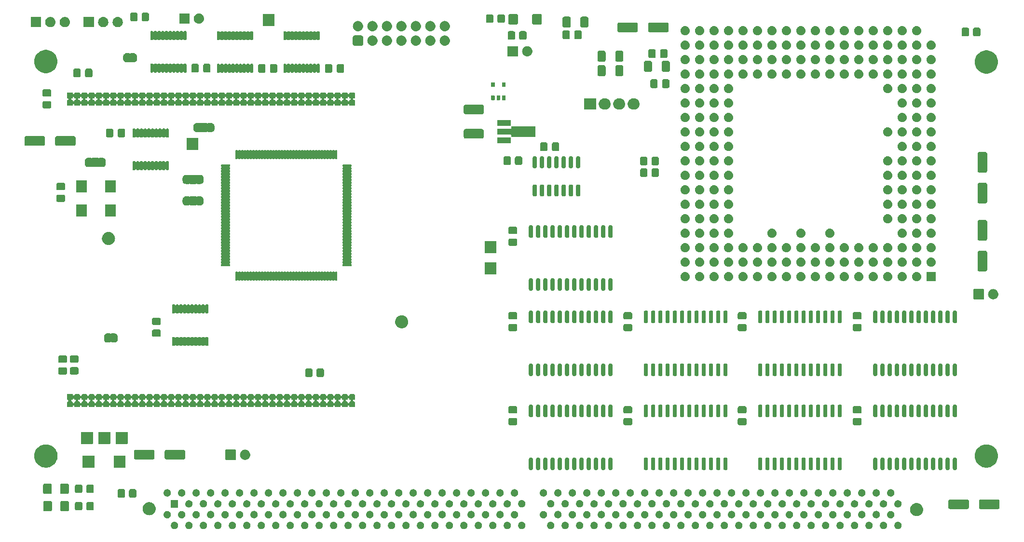
<source format=gbr>
G04 #@! TF.GenerationSoftware,KiCad,Pcbnew,7.0.6-0*
G04 #@! TF.CreationDate,2024-01-07T13:47:21+01:00*
G04 #@! TF.ProjectId,Z3660_v021a,5a333636-305f-4763-9032-31612e6b6963,v0.21*
G04 #@! TF.SameCoordinates,Original*
G04 #@! TF.FileFunction,Soldermask,Top*
G04 #@! TF.FilePolarity,Negative*
%FSLAX46Y46*%
G04 Gerber Fmt 4.6, Leading zero omitted, Abs format (unit mm)*
G04 Created by KiCad (PCBNEW 7.0.6-0) date 2024-01-07 13:47:21*
%MOMM*%
%LPD*%
G01*
G04 APERTURE LIST*
G04 APERTURE END LIST*
G36*
X107270104Y-120093162D02*
G01*
X107313455Y-120093162D01*
X107349965Y-120102160D01*
X107379672Y-120105508D01*
X107418094Y-120118952D01*
X107465834Y-120130719D01*
X107494063Y-120145535D01*
X107517100Y-120153596D01*
X107556037Y-120178062D01*
X107604796Y-120203653D01*
X107624387Y-120221009D01*
X107640381Y-120231059D01*
X107676491Y-120267169D01*
X107722266Y-120307722D01*
X107733903Y-120324581D01*
X107743341Y-120334019D01*
X107773010Y-120381238D01*
X107811418Y-120436880D01*
X107816662Y-120450709D01*
X107820804Y-120457300D01*
X107840389Y-120513272D01*
X107867069Y-120583621D01*
X107868165Y-120592651D01*
X107868892Y-120594728D01*
X107875003Y-120648967D01*
X107885986Y-120739415D01*
X107875002Y-120829870D01*
X107868892Y-120884101D01*
X107868165Y-120886176D01*
X107867069Y-120895209D01*
X107840384Y-120965569D01*
X107820804Y-121021529D01*
X107816663Y-121028118D01*
X107811418Y-121041950D01*
X107773003Y-121097601D01*
X107743341Y-121144810D01*
X107733905Y-121154245D01*
X107722266Y-121171108D01*
X107676482Y-121211668D01*
X107640381Y-121247770D01*
X107624391Y-121257816D01*
X107604796Y-121275177D01*
X107556027Y-121300772D01*
X107517100Y-121325233D01*
X107494069Y-121333291D01*
X107465834Y-121348111D01*
X107418085Y-121359879D01*
X107379672Y-121373321D01*
X107349972Y-121376667D01*
X107313455Y-121385668D01*
X107270095Y-121385668D01*
X107234986Y-121389624D01*
X107199877Y-121385668D01*
X107156517Y-121385668D01*
X107120000Y-121376667D01*
X107090299Y-121373321D01*
X107051883Y-121359878D01*
X107004138Y-121348111D01*
X106975904Y-121333292D01*
X106952871Y-121325233D01*
X106913938Y-121300769D01*
X106865176Y-121275177D01*
X106845582Y-121257818D01*
X106829590Y-121247770D01*
X106793480Y-121211660D01*
X106747706Y-121171108D01*
X106736068Y-121154248D01*
X106726630Y-121144810D01*
X106696956Y-121097585D01*
X106658554Y-121041950D01*
X106653309Y-121028122D01*
X106649167Y-121021529D01*
X106629574Y-120965535D01*
X106602903Y-120895209D01*
X106601806Y-120886180D01*
X106601079Y-120884101D01*
X106594955Y-120829755D01*
X106583986Y-120739415D01*
X106594954Y-120649082D01*
X106601079Y-120594728D01*
X106601806Y-120592647D01*
X106602903Y-120583621D01*
X106629569Y-120513306D01*
X106649167Y-120457300D01*
X106653310Y-120450705D01*
X106658554Y-120436880D01*
X106696949Y-120381254D01*
X106726630Y-120334019D01*
X106736071Y-120324577D01*
X106747706Y-120307722D01*
X106793472Y-120267176D01*
X106829590Y-120231059D01*
X106845586Y-120221007D01*
X106865176Y-120203653D01*
X106913928Y-120178065D01*
X106952871Y-120153596D01*
X106975910Y-120145534D01*
X107004138Y-120130719D01*
X107051873Y-120118953D01*
X107090299Y-120105508D01*
X107120007Y-120102160D01*
X107156517Y-120093162D01*
X107199868Y-120093162D01*
X107234986Y-120089205D01*
X107270104Y-120093162D01*
G37*
G36*
X109810104Y-120093162D02*
G01*
X109853455Y-120093162D01*
X109889965Y-120102160D01*
X109919672Y-120105508D01*
X109958094Y-120118952D01*
X110005834Y-120130719D01*
X110034063Y-120145535D01*
X110057100Y-120153596D01*
X110096037Y-120178062D01*
X110144796Y-120203653D01*
X110164387Y-120221009D01*
X110180381Y-120231059D01*
X110216491Y-120267169D01*
X110262266Y-120307722D01*
X110273903Y-120324581D01*
X110283341Y-120334019D01*
X110313010Y-120381238D01*
X110351418Y-120436880D01*
X110356662Y-120450709D01*
X110360804Y-120457300D01*
X110380389Y-120513272D01*
X110407069Y-120583621D01*
X110408165Y-120592651D01*
X110408892Y-120594728D01*
X110415003Y-120648967D01*
X110425986Y-120739415D01*
X110415002Y-120829870D01*
X110408892Y-120884101D01*
X110408165Y-120886176D01*
X110407069Y-120895209D01*
X110380384Y-120965569D01*
X110360804Y-121021529D01*
X110356663Y-121028118D01*
X110351418Y-121041950D01*
X110313003Y-121097601D01*
X110283341Y-121144810D01*
X110273905Y-121154245D01*
X110262266Y-121171108D01*
X110216482Y-121211668D01*
X110180381Y-121247770D01*
X110164391Y-121257816D01*
X110144796Y-121275177D01*
X110096027Y-121300772D01*
X110057100Y-121325233D01*
X110034069Y-121333291D01*
X110005834Y-121348111D01*
X109958085Y-121359879D01*
X109919672Y-121373321D01*
X109889972Y-121376667D01*
X109853455Y-121385668D01*
X109810095Y-121385668D01*
X109774986Y-121389624D01*
X109739877Y-121385668D01*
X109696517Y-121385668D01*
X109660000Y-121376667D01*
X109630299Y-121373321D01*
X109591883Y-121359878D01*
X109544138Y-121348111D01*
X109515904Y-121333292D01*
X109492871Y-121325233D01*
X109453938Y-121300769D01*
X109405176Y-121275177D01*
X109385582Y-121257818D01*
X109369590Y-121247770D01*
X109333480Y-121211660D01*
X109287706Y-121171108D01*
X109276068Y-121154248D01*
X109266630Y-121144810D01*
X109236956Y-121097585D01*
X109198554Y-121041950D01*
X109193309Y-121028122D01*
X109189167Y-121021529D01*
X109169574Y-120965535D01*
X109142903Y-120895209D01*
X109141806Y-120886180D01*
X109141079Y-120884101D01*
X109134955Y-120829755D01*
X109123986Y-120739415D01*
X109134954Y-120649082D01*
X109141079Y-120594728D01*
X109141806Y-120592647D01*
X109142903Y-120583621D01*
X109169569Y-120513306D01*
X109189167Y-120457300D01*
X109193310Y-120450705D01*
X109198554Y-120436880D01*
X109236949Y-120381254D01*
X109266630Y-120334019D01*
X109276071Y-120324577D01*
X109287706Y-120307722D01*
X109333472Y-120267176D01*
X109369590Y-120231059D01*
X109385586Y-120221007D01*
X109405176Y-120203653D01*
X109453928Y-120178065D01*
X109492871Y-120153596D01*
X109515910Y-120145534D01*
X109544138Y-120130719D01*
X109591873Y-120118953D01*
X109630299Y-120105508D01*
X109660007Y-120102160D01*
X109696517Y-120093162D01*
X109739868Y-120093162D01*
X109774986Y-120089205D01*
X109810104Y-120093162D01*
G37*
G36*
X112350104Y-120093162D02*
G01*
X112393455Y-120093162D01*
X112429965Y-120102160D01*
X112459672Y-120105508D01*
X112498094Y-120118952D01*
X112545834Y-120130719D01*
X112574063Y-120145535D01*
X112597100Y-120153596D01*
X112636037Y-120178062D01*
X112684796Y-120203653D01*
X112704387Y-120221009D01*
X112720381Y-120231059D01*
X112756491Y-120267169D01*
X112802266Y-120307722D01*
X112813903Y-120324581D01*
X112823341Y-120334019D01*
X112853010Y-120381238D01*
X112891418Y-120436880D01*
X112896662Y-120450709D01*
X112900804Y-120457300D01*
X112920389Y-120513272D01*
X112947069Y-120583621D01*
X112948165Y-120592651D01*
X112948892Y-120594728D01*
X112955003Y-120648967D01*
X112965986Y-120739415D01*
X112955002Y-120829870D01*
X112948892Y-120884101D01*
X112948165Y-120886176D01*
X112947069Y-120895209D01*
X112920384Y-120965569D01*
X112900804Y-121021529D01*
X112896663Y-121028118D01*
X112891418Y-121041950D01*
X112853003Y-121097601D01*
X112823341Y-121144810D01*
X112813905Y-121154245D01*
X112802266Y-121171108D01*
X112756482Y-121211668D01*
X112720381Y-121247770D01*
X112704391Y-121257816D01*
X112684796Y-121275177D01*
X112636027Y-121300772D01*
X112597100Y-121325233D01*
X112574069Y-121333291D01*
X112545834Y-121348111D01*
X112498085Y-121359879D01*
X112459672Y-121373321D01*
X112429972Y-121376667D01*
X112393455Y-121385668D01*
X112350095Y-121385668D01*
X112314986Y-121389624D01*
X112279877Y-121385668D01*
X112236517Y-121385668D01*
X112200000Y-121376667D01*
X112170299Y-121373321D01*
X112131883Y-121359878D01*
X112084138Y-121348111D01*
X112055904Y-121333292D01*
X112032871Y-121325233D01*
X111993938Y-121300769D01*
X111945176Y-121275177D01*
X111925582Y-121257818D01*
X111909590Y-121247770D01*
X111873480Y-121211660D01*
X111827706Y-121171108D01*
X111816068Y-121154248D01*
X111806630Y-121144810D01*
X111776956Y-121097585D01*
X111738554Y-121041950D01*
X111733309Y-121028122D01*
X111729167Y-121021529D01*
X111709574Y-120965535D01*
X111682903Y-120895209D01*
X111681806Y-120886180D01*
X111681079Y-120884101D01*
X111674955Y-120829755D01*
X111663986Y-120739415D01*
X111674954Y-120649082D01*
X111681079Y-120594728D01*
X111681806Y-120592647D01*
X111682903Y-120583621D01*
X111709569Y-120513306D01*
X111729167Y-120457300D01*
X111733310Y-120450705D01*
X111738554Y-120436880D01*
X111776949Y-120381254D01*
X111806630Y-120334019D01*
X111816071Y-120324577D01*
X111827706Y-120307722D01*
X111873472Y-120267176D01*
X111909590Y-120231059D01*
X111925586Y-120221007D01*
X111945176Y-120203653D01*
X111993928Y-120178065D01*
X112032871Y-120153596D01*
X112055910Y-120145534D01*
X112084138Y-120130719D01*
X112131873Y-120118953D01*
X112170299Y-120105508D01*
X112200007Y-120102160D01*
X112236517Y-120093162D01*
X112279868Y-120093162D01*
X112314986Y-120089205D01*
X112350104Y-120093162D01*
G37*
G36*
X114890104Y-120093162D02*
G01*
X114933455Y-120093162D01*
X114969965Y-120102160D01*
X114999672Y-120105508D01*
X115038094Y-120118952D01*
X115085834Y-120130719D01*
X115114063Y-120145535D01*
X115137100Y-120153596D01*
X115176037Y-120178062D01*
X115224796Y-120203653D01*
X115244387Y-120221009D01*
X115260381Y-120231059D01*
X115296491Y-120267169D01*
X115342266Y-120307722D01*
X115353903Y-120324581D01*
X115363341Y-120334019D01*
X115393010Y-120381238D01*
X115431418Y-120436880D01*
X115436662Y-120450709D01*
X115440804Y-120457300D01*
X115460389Y-120513272D01*
X115487069Y-120583621D01*
X115488165Y-120592651D01*
X115488892Y-120594728D01*
X115495003Y-120648967D01*
X115505986Y-120739415D01*
X115495002Y-120829870D01*
X115488892Y-120884101D01*
X115488165Y-120886176D01*
X115487069Y-120895209D01*
X115460384Y-120965569D01*
X115440804Y-121021529D01*
X115436663Y-121028118D01*
X115431418Y-121041950D01*
X115393003Y-121097601D01*
X115363341Y-121144810D01*
X115353905Y-121154245D01*
X115342266Y-121171108D01*
X115296482Y-121211668D01*
X115260381Y-121247770D01*
X115244391Y-121257816D01*
X115224796Y-121275177D01*
X115176027Y-121300772D01*
X115137100Y-121325233D01*
X115114069Y-121333291D01*
X115085834Y-121348111D01*
X115038085Y-121359879D01*
X114999672Y-121373321D01*
X114969972Y-121376667D01*
X114933455Y-121385668D01*
X114890095Y-121385668D01*
X114854986Y-121389624D01*
X114819877Y-121385668D01*
X114776517Y-121385668D01*
X114740000Y-121376667D01*
X114710299Y-121373321D01*
X114671883Y-121359878D01*
X114624138Y-121348111D01*
X114595904Y-121333292D01*
X114572871Y-121325233D01*
X114533938Y-121300769D01*
X114485176Y-121275177D01*
X114465582Y-121257818D01*
X114449590Y-121247770D01*
X114413480Y-121211660D01*
X114367706Y-121171108D01*
X114356068Y-121154248D01*
X114346630Y-121144810D01*
X114316956Y-121097585D01*
X114278554Y-121041950D01*
X114273309Y-121028122D01*
X114269167Y-121021529D01*
X114249574Y-120965535D01*
X114222903Y-120895209D01*
X114221806Y-120886180D01*
X114221079Y-120884101D01*
X114214955Y-120829755D01*
X114203986Y-120739415D01*
X114214954Y-120649082D01*
X114221079Y-120594728D01*
X114221806Y-120592647D01*
X114222903Y-120583621D01*
X114249569Y-120513306D01*
X114269167Y-120457300D01*
X114273310Y-120450705D01*
X114278554Y-120436880D01*
X114316949Y-120381254D01*
X114346630Y-120334019D01*
X114356071Y-120324577D01*
X114367706Y-120307722D01*
X114413472Y-120267176D01*
X114449590Y-120231059D01*
X114465586Y-120221007D01*
X114485176Y-120203653D01*
X114533928Y-120178065D01*
X114572871Y-120153596D01*
X114595910Y-120145534D01*
X114624138Y-120130719D01*
X114671873Y-120118953D01*
X114710299Y-120105508D01*
X114740007Y-120102160D01*
X114776517Y-120093162D01*
X114819868Y-120093162D01*
X114854986Y-120089205D01*
X114890104Y-120093162D01*
G37*
G36*
X117430104Y-120093162D02*
G01*
X117473455Y-120093162D01*
X117509965Y-120102160D01*
X117539672Y-120105508D01*
X117578094Y-120118952D01*
X117625834Y-120130719D01*
X117654063Y-120145535D01*
X117677100Y-120153596D01*
X117716037Y-120178062D01*
X117764796Y-120203653D01*
X117784387Y-120221009D01*
X117800381Y-120231059D01*
X117836491Y-120267169D01*
X117882266Y-120307722D01*
X117893903Y-120324581D01*
X117903341Y-120334019D01*
X117933010Y-120381238D01*
X117971418Y-120436880D01*
X117976662Y-120450709D01*
X117980804Y-120457300D01*
X118000389Y-120513272D01*
X118027069Y-120583621D01*
X118028165Y-120592651D01*
X118028892Y-120594728D01*
X118035003Y-120648967D01*
X118045986Y-120739415D01*
X118035002Y-120829870D01*
X118028892Y-120884101D01*
X118028165Y-120886176D01*
X118027069Y-120895209D01*
X118000384Y-120965569D01*
X117980804Y-121021529D01*
X117976663Y-121028118D01*
X117971418Y-121041950D01*
X117933003Y-121097601D01*
X117903341Y-121144810D01*
X117893905Y-121154245D01*
X117882266Y-121171108D01*
X117836482Y-121211668D01*
X117800381Y-121247770D01*
X117784391Y-121257816D01*
X117764796Y-121275177D01*
X117716027Y-121300772D01*
X117677100Y-121325233D01*
X117654069Y-121333291D01*
X117625834Y-121348111D01*
X117578085Y-121359879D01*
X117539672Y-121373321D01*
X117509972Y-121376667D01*
X117473455Y-121385668D01*
X117430095Y-121385668D01*
X117394986Y-121389624D01*
X117359877Y-121385668D01*
X117316517Y-121385668D01*
X117280000Y-121376667D01*
X117250299Y-121373321D01*
X117211883Y-121359878D01*
X117164138Y-121348111D01*
X117135904Y-121333292D01*
X117112871Y-121325233D01*
X117073938Y-121300769D01*
X117025176Y-121275177D01*
X117005582Y-121257818D01*
X116989590Y-121247770D01*
X116953480Y-121211660D01*
X116907706Y-121171108D01*
X116896068Y-121154248D01*
X116886630Y-121144810D01*
X116856956Y-121097585D01*
X116818554Y-121041950D01*
X116813309Y-121028122D01*
X116809167Y-121021529D01*
X116789574Y-120965535D01*
X116762903Y-120895209D01*
X116761806Y-120886180D01*
X116761079Y-120884101D01*
X116754955Y-120829755D01*
X116743986Y-120739415D01*
X116754954Y-120649082D01*
X116761079Y-120594728D01*
X116761806Y-120592647D01*
X116762903Y-120583621D01*
X116789569Y-120513306D01*
X116809167Y-120457300D01*
X116813310Y-120450705D01*
X116818554Y-120436880D01*
X116856949Y-120381254D01*
X116886630Y-120334019D01*
X116896071Y-120324577D01*
X116907706Y-120307722D01*
X116953472Y-120267176D01*
X116989590Y-120231059D01*
X117005586Y-120221007D01*
X117025176Y-120203653D01*
X117073928Y-120178065D01*
X117112871Y-120153596D01*
X117135910Y-120145534D01*
X117164138Y-120130719D01*
X117211873Y-120118953D01*
X117250299Y-120105508D01*
X117280007Y-120102160D01*
X117316517Y-120093162D01*
X117359868Y-120093162D01*
X117394986Y-120089205D01*
X117430104Y-120093162D01*
G37*
G36*
X119970104Y-120093162D02*
G01*
X120013455Y-120093162D01*
X120049965Y-120102160D01*
X120079672Y-120105508D01*
X120118094Y-120118952D01*
X120165834Y-120130719D01*
X120194063Y-120145535D01*
X120217100Y-120153596D01*
X120256037Y-120178062D01*
X120304796Y-120203653D01*
X120324387Y-120221009D01*
X120340381Y-120231059D01*
X120376491Y-120267169D01*
X120422266Y-120307722D01*
X120433903Y-120324581D01*
X120443341Y-120334019D01*
X120473010Y-120381238D01*
X120511418Y-120436880D01*
X120516662Y-120450709D01*
X120520804Y-120457300D01*
X120540389Y-120513272D01*
X120567069Y-120583621D01*
X120568165Y-120592651D01*
X120568892Y-120594728D01*
X120575003Y-120648967D01*
X120585986Y-120739415D01*
X120575002Y-120829870D01*
X120568892Y-120884101D01*
X120568165Y-120886176D01*
X120567069Y-120895209D01*
X120540384Y-120965569D01*
X120520804Y-121021529D01*
X120516663Y-121028118D01*
X120511418Y-121041950D01*
X120473003Y-121097601D01*
X120443341Y-121144810D01*
X120433905Y-121154245D01*
X120422266Y-121171108D01*
X120376482Y-121211668D01*
X120340381Y-121247770D01*
X120324391Y-121257816D01*
X120304796Y-121275177D01*
X120256027Y-121300772D01*
X120217100Y-121325233D01*
X120194069Y-121333291D01*
X120165834Y-121348111D01*
X120118085Y-121359879D01*
X120079672Y-121373321D01*
X120049972Y-121376667D01*
X120013455Y-121385668D01*
X119970095Y-121385668D01*
X119934986Y-121389624D01*
X119899877Y-121385668D01*
X119856517Y-121385668D01*
X119820000Y-121376667D01*
X119790299Y-121373321D01*
X119751883Y-121359878D01*
X119704138Y-121348111D01*
X119675904Y-121333292D01*
X119652871Y-121325233D01*
X119613938Y-121300769D01*
X119565176Y-121275177D01*
X119545582Y-121257818D01*
X119529590Y-121247770D01*
X119493480Y-121211660D01*
X119447706Y-121171108D01*
X119436068Y-121154248D01*
X119426630Y-121144810D01*
X119396956Y-121097585D01*
X119358554Y-121041950D01*
X119353309Y-121028122D01*
X119349167Y-121021529D01*
X119329574Y-120965535D01*
X119302903Y-120895209D01*
X119301806Y-120886180D01*
X119301079Y-120884101D01*
X119294955Y-120829755D01*
X119283986Y-120739415D01*
X119294954Y-120649082D01*
X119301079Y-120594728D01*
X119301806Y-120592647D01*
X119302903Y-120583621D01*
X119329569Y-120513306D01*
X119349167Y-120457300D01*
X119353310Y-120450705D01*
X119358554Y-120436880D01*
X119396949Y-120381254D01*
X119426630Y-120334019D01*
X119436071Y-120324577D01*
X119447706Y-120307722D01*
X119493472Y-120267176D01*
X119529590Y-120231059D01*
X119545586Y-120221007D01*
X119565176Y-120203653D01*
X119613928Y-120178065D01*
X119652871Y-120153596D01*
X119675910Y-120145534D01*
X119704138Y-120130719D01*
X119751873Y-120118953D01*
X119790299Y-120105508D01*
X119820007Y-120102160D01*
X119856517Y-120093162D01*
X119899868Y-120093162D01*
X119934986Y-120089205D01*
X119970104Y-120093162D01*
G37*
G36*
X122510104Y-120093162D02*
G01*
X122553455Y-120093162D01*
X122589965Y-120102160D01*
X122619672Y-120105508D01*
X122658094Y-120118952D01*
X122705834Y-120130719D01*
X122734063Y-120145535D01*
X122757100Y-120153596D01*
X122796037Y-120178062D01*
X122844796Y-120203653D01*
X122864387Y-120221009D01*
X122880381Y-120231059D01*
X122916491Y-120267169D01*
X122962266Y-120307722D01*
X122973903Y-120324581D01*
X122983341Y-120334019D01*
X123013010Y-120381238D01*
X123051418Y-120436880D01*
X123056662Y-120450709D01*
X123060804Y-120457300D01*
X123080389Y-120513272D01*
X123107069Y-120583621D01*
X123108165Y-120592651D01*
X123108892Y-120594728D01*
X123115003Y-120648967D01*
X123125986Y-120739415D01*
X123115002Y-120829870D01*
X123108892Y-120884101D01*
X123108165Y-120886176D01*
X123107069Y-120895209D01*
X123080384Y-120965569D01*
X123060804Y-121021529D01*
X123056663Y-121028118D01*
X123051418Y-121041950D01*
X123013003Y-121097601D01*
X122983341Y-121144810D01*
X122973905Y-121154245D01*
X122962266Y-121171108D01*
X122916482Y-121211668D01*
X122880381Y-121247770D01*
X122864391Y-121257816D01*
X122844796Y-121275177D01*
X122796027Y-121300772D01*
X122757100Y-121325233D01*
X122734069Y-121333291D01*
X122705834Y-121348111D01*
X122658085Y-121359879D01*
X122619672Y-121373321D01*
X122589972Y-121376667D01*
X122553455Y-121385668D01*
X122510095Y-121385668D01*
X122474986Y-121389624D01*
X122439877Y-121385668D01*
X122396517Y-121385668D01*
X122360000Y-121376667D01*
X122330299Y-121373321D01*
X122291883Y-121359878D01*
X122244138Y-121348111D01*
X122215904Y-121333292D01*
X122192871Y-121325233D01*
X122153938Y-121300769D01*
X122105176Y-121275177D01*
X122085582Y-121257818D01*
X122069590Y-121247770D01*
X122033480Y-121211660D01*
X121987706Y-121171108D01*
X121976068Y-121154248D01*
X121966630Y-121144810D01*
X121936956Y-121097585D01*
X121898554Y-121041950D01*
X121893309Y-121028122D01*
X121889167Y-121021529D01*
X121869574Y-120965535D01*
X121842903Y-120895209D01*
X121841806Y-120886180D01*
X121841079Y-120884101D01*
X121834955Y-120829755D01*
X121823986Y-120739415D01*
X121834954Y-120649082D01*
X121841079Y-120594728D01*
X121841806Y-120592647D01*
X121842903Y-120583621D01*
X121869569Y-120513306D01*
X121889167Y-120457300D01*
X121893310Y-120450705D01*
X121898554Y-120436880D01*
X121936949Y-120381254D01*
X121966630Y-120334019D01*
X121976071Y-120324577D01*
X121987706Y-120307722D01*
X122033472Y-120267176D01*
X122069590Y-120231059D01*
X122085586Y-120221007D01*
X122105176Y-120203653D01*
X122153928Y-120178065D01*
X122192871Y-120153596D01*
X122215910Y-120145534D01*
X122244138Y-120130719D01*
X122291873Y-120118953D01*
X122330299Y-120105508D01*
X122360007Y-120102160D01*
X122396517Y-120093162D01*
X122439868Y-120093162D01*
X122474986Y-120089205D01*
X122510104Y-120093162D01*
G37*
G36*
X125050104Y-120093162D02*
G01*
X125093455Y-120093162D01*
X125129965Y-120102160D01*
X125159672Y-120105508D01*
X125198094Y-120118952D01*
X125245834Y-120130719D01*
X125274063Y-120145535D01*
X125297100Y-120153596D01*
X125336037Y-120178062D01*
X125384796Y-120203653D01*
X125404387Y-120221009D01*
X125420381Y-120231059D01*
X125456491Y-120267169D01*
X125502266Y-120307722D01*
X125513903Y-120324581D01*
X125523341Y-120334019D01*
X125553010Y-120381238D01*
X125591418Y-120436880D01*
X125596662Y-120450709D01*
X125600804Y-120457300D01*
X125620389Y-120513272D01*
X125647069Y-120583621D01*
X125648165Y-120592651D01*
X125648892Y-120594728D01*
X125655003Y-120648967D01*
X125665986Y-120739415D01*
X125655002Y-120829870D01*
X125648892Y-120884101D01*
X125648165Y-120886176D01*
X125647069Y-120895209D01*
X125620384Y-120965569D01*
X125600804Y-121021529D01*
X125596663Y-121028118D01*
X125591418Y-121041950D01*
X125553003Y-121097601D01*
X125523341Y-121144810D01*
X125513905Y-121154245D01*
X125502266Y-121171108D01*
X125456482Y-121211668D01*
X125420381Y-121247770D01*
X125404391Y-121257816D01*
X125384796Y-121275177D01*
X125336027Y-121300772D01*
X125297100Y-121325233D01*
X125274069Y-121333291D01*
X125245834Y-121348111D01*
X125198085Y-121359879D01*
X125159672Y-121373321D01*
X125129972Y-121376667D01*
X125093455Y-121385668D01*
X125050095Y-121385668D01*
X125014986Y-121389624D01*
X124979877Y-121385668D01*
X124936517Y-121385668D01*
X124900000Y-121376667D01*
X124870299Y-121373321D01*
X124831883Y-121359878D01*
X124784138Y-121348111D01*
X124755904Y-121333292D01*
X124732871Y-121325233D01*
X124693938Y-121300769D01*
X124645176Y-121275177D01*
X124625582Y-121257818D01*
X124609590Y-121247770D01*
X124573480Y-121211660D01*
X124527706Y-121171108D01*
X124516068Y-121154248D01*
X124506630Y-121144810D01*
X124476956Y-121097585D01*
X124438554Y-121041950D01*
X124433309Y-121028122D01*
X124429167Y-121021529D01*
X124409574Y-120965535D01*
X124382903Y-120895209D01*
X124381806Y-120886180D01*
X124381079Y-120884101D01*
X124374955Y-120829755D01*
X124363986Y-120739415D01*
X124374954Y-120649082D01*
X124381079Y-120594728D01*
X124381806Y-120592647D01*
X124382903Y-120583621D01*
X124409569Y-120513306D01*
X124429167Y-120457300D01*
X124433310Y-120450705D01*
X124438554Y-120436880D01*
X124476949Y-120381254D01*
X124506630Y-120334019D01*
X124516071Y-120324577D01*
X124527706Y-120307722D01*
X124573472Y-120267176D01*
X124609590Y-120231059D01*
X124625586Y-120221007D01*
X124645176Y-120203653D01*
X124693928Y-120178065D01*
X124732871Y-120153596D01*
X124755910Y-120145534D01*
X124784138Y-120130719D01*
X124831873Y-120118953D01*
X124870299Y-120105508D01*
X124900007Y-120102160D01*
X124936517Y-120093162D01*
X124979868Y-120093162D01*
X125014986Y-120089205D01*
X125050104Y-120093162D01*
G37*
G36*
X127590104Y-120093162D02*
G01*
X127633455Y-120093162D01*
X127669965Y-120102160D01*
X127699672Y-120105508D01*
X127738094Y-120118952D01*
X127785834Y-120130719D01*
X127814063Y-120145535D01*
X127837100Y-120153596D01*
X127876037Y-120178062D01*
X127924796Y-120203653D01*
X127944387Y-120221009D01*
X127960381Y-120231059D01*
X127996491Y-120267169D01*
X128042266Y-120307722D01*
X128053903Y-120324581D01*
X128063341Y-120334019D01*
X128093010Y-120381238D01*
X128131418Y-120436880D01*
X128136662Y-120450709D01*
X128140804Y-120457300D01*
X128160389Y-120513272D01*
X128187069Y-120583621D01*
X128188165Y-120592651D01*
X128188892Y-120594728D01*
X128195003Y-120648967D01*
X128205986Y-120739415D01*
X128195002Y-120829870D01*
X128188892Y-120884101D01*
X128188165Y-120886176D01*
X128187069Y-120895209D01*
X128160384Y-120965569D01*
X128140804Y-121021529D01*
X128136663Y-121028118D01*
X128131418Y-121041950D01*
X128093003Y-121097601D01*
X128063341Y-121144810D01*
X128053905Y-121154245D01*
X128042266Y-121171108D01*
X127996482Y-121211668D01*
X127960381Y-121247770D01*
X127944391Y-121257816D01*
X127924796Y-121275177D01*
X127876027Y-121300772D01*
X127837100Y-121325233D01*
X127814069Y-121333291D01*
X127785834Y-121348111D01*
X127738085Y-121359879D01*
X127699672Y-121373321D01*
X127669972Y-121376667D01*
X127633455Y-121385668D01*
X127590095Y-121385668D01*
X127554986Y-121389624D01*
X127519877Y-121385668D01*
X127476517Y-121385668D01*
X127440000Y-121376667D01*
X127410299Y-121373321D01*
X127371883Y-121359878D01*
X127324138Y-121348111D01*
X127295904Y-121333292D01*
X127272871Y-121325233D01*
X127233938Y-121300769D01*
X127185176Y-121275177D01*
X127165582Y-121257818D01*
X127149590Y-121247770D01*
X127113480Y-121211660D01*
X127067706Y-121171108D01*
X127056068Y-121154248D01*
X127046630Y-121144810D01*
X127016956Y-121097585D01*
X126978554Y-121041950D01*
X126973309Y-121028122D01*
X126969167Y-121021529D01*
X126949574Y-120965535D01*
X126922903Y-120895209D01*
X126921806Y-120886180D01*
X126921079Y-120884101D01*
X126914955Y-120829755D01*
X126903986Y-120739415D01*
X126914954Y-120649082D01*
X126921079Y-120594728D01*
X126921806Y-120592647D01*
X126922903Y-120583621D01*
X126949569Y-120513306D01*
X126969167Y-120457300D01*
X126973310Y-120450705D01*
X126978554Y-120436880D01*
X127016949Y-120381254D01*
X127046630Y-120334019D01*
X127056071Y-120324577D01*
X127067706Y-120307722D01*
X127113472Y-120267176D01*
X127149590Y-120231059D01*
X127165586Y-120221007D01*
X127185176Y-120203653D01*
X127233928Y-120178065D01*
X127272871Y-120153596D01*
X127295910Y-120145534D01*
X127324138Y-120130719D01*
X127371873Y-120118953D01*
X127410299Y-120105508D01*
X127440007Y-120102160D01*
X127476517Y-120093162D01*
X127519868Y-120093162D01*
X127554986Y-120089205D01*
X127590104Y-120093162D01*
G37*
G36*
X130130104Y-120093162D02*
G01*
X130173455Y-120093162D01*
X130209965Y-120102160D01*
X130239672Y-120105508D01*
X130278094Y-120118952D01*
X130325834Y-120130719D01*
X130354063Y-120145535D01*
X130377100Y-120153596D01*
X130416037Y-120178062D01*
X130464796Y-120203653D01*
X130484387Y-120221009D01*
X130500381Y-120231059D01*
X130536491Y-120267169D01*
X130582266Y-120307722D01*
X130593903Y-120324581D01*
X130603341Y-120334019D01*
X130633010Y-120381238D01*
X130671418Y-120436880D01*
X130676662Y-120450709D01*
X130680804Y-120457300D01*
X130700389Y-120513272D01*
X130727069Y-120583621D01*
X130728165Y-120592651D01*
X130728892Y-120594728D01*
X130735003Y-120648967D01*
X130745986Y-120739415D01*
X130735002Y-120829870D01*
X130728892Y-120884101D01*
X130728165Y-120886176D01*
X130727069Y-120895209D01*
X130700384Y-120965569D01*
X130680804Y-121021529D01*
X130676663Y-121028118D01*
X130671418Y-121041950D01*
X130633003Y-121097601D01*
X130603341Y-121144810D01*
X130593905Y-121154245D01*
X130582266Y-121171108D01*
X130536482Y-121211668D01*
X130500381Y-121247770D01*
X130484391Y-121257816D01*
X130464796Y-121275177D01*
X130416027Y-121300772D01*
X130377100Y-121325233D01*
X130354069Y-121333291D01*
X130325834Y-121348111D01*
X130278085Y-121359879D01*
X130239672Y-121373321D01*
X130209972Y-121376667D01*
X130173455Y-121385668D01*
X130130095Y-121385668D01*
X130094986Y-121389624D01*
X130059877Y-121385668D01*
X130016517Y-121385668D01*
X129980000Y-121376667D01*
X129950299Y-121373321D01*
X129911883Y-121359878D01*
X129864138Y-121348111D01*
X129835904Y-121333292D01*
X129812871Y-121325233D01*
X129773938Y-121300769D01*
X129725176Y-121275177D01*
X129705582Y-121257818D01*
X129689590Y-121247770D01*
X129653480Y-121211660D01*
X129607706Y-121171108D01*
X129596068Y-121154248D01*
X129586630Y-121144810D01*
X129556956Y-121097585D01*
X129518554Y-121041950D01*
X129513309Y-121028122D01*
X129509167Y-121021529D01*
X129489574Y-120965535D01*
X129462903Y-120895209D01*
X129461806Y-120886180D01*
X129461079Y-120884101D01*
X129454955Y-120829755D01*
X129443986Y-120739415D01*
X129454954Y-120649082D01*
X129461079Y-120594728D01*
X129461806Y-120592647D01*
X129462903Y-120583621D01*
X129489569Y-120513306D01*
X129509167Y-120457300D01*
X129513310Y-120450705D01*
X129518554Y-120436880D01*
X129556949Y-120381254D01*
X129586630Y-120334019D01*
X129596071Y-120324577D01*
X129607706Y-120307722D01*
X129653472Y-120267176D01*
X129689590Y-120231059D01*
X129705586Y-120221007D01*
X129725176Y-120203653D01*
X129773928Y-120178065D01*
X129812871Y-120153596D01*
X129835910Y-120145534D01*
X129864138Y-120130719D01*
X129911873Y-120118953D01*
X129950299Y-120105508D01*
X129980007Y-120102160D01*
X130016517Y-120093162D01*
X130059868Y-120093162D01*
X130094986Y-120089205D01*
X130130104Y-120093162D01*
G37*
G36*
X132670104Y-120093162D02*
G01*
X132713455Y-120093162D01*
X132749965Y-120102160D01*
X132779672Y-120105508D01*
X132818094Y-120118952D01*
X132865834Y-120130719D01*
X132894063Y-120145535D01*
X132917100Y-120153596D01*
X132956037Y-120178062D01*
X133004796Y-120203653D01*
X133024387Y-120221009D01*
X133040381Y-120231059D01*
X133076491Y-120267169D01*
X133122266Y-120307722D01*
X133133903Y-120324581D01*
X133143341Y-120334019D01*
X133173010Y-120381238D01*
X133211418Y-120436880D01*
X133216662Y-120450709D01*
X133220804Y-120457300D01*
X133240389Y-120513272D01*
X133267069Y-120583621D01*
X133268165Y-120592651D01*
X133268892Y-120594728D01*
X133275003Y-120648967D01*
X133285986Y-120739415D01*
X133275002Y-120829870D01*
X133268892Y-120884101D01*
X133268165Y-120886176D01*
X133267069Y-120895209D01*
X133240384Y-120965569D01*
X133220804Y-121021529D01*
X133216663Y-121028118D01*
X133211418Y-121041950D01*
X133173003Y-121097601D01*
X133143341Y-121144810D01*
X133133905Y-121154245D01*
X133122266Y-121171108D01*
X133076482Y-121211668D01*
X133040381Y-121247770D01*
X133024391Y-121257816D01*
X133004796Y-121275177D01*
X132956027Y-121300772D01*
X132917100Y-121325233D01*
X132894069Y-121333291D01*
X132865834Y-121348111D01*
X132818085Y-121359879D01*
X132779672Y-121373321D01*
X132749972Y-121376667D01*
X132713455Y-121385668D01*
X132670095Y-121385668D01*
X132634986Y-121389624D01*
X132599877Y-121385668D01*
X132556517Y-121385668D01*
X132520000Y-121376667D01*
X132490299Y-121373321D01*
X132451883Y-121359878D01*
X132404138Y-121348111D01*
X132375904Y-121333292D01*
X132352871Y-121325233D01*
X132313938Y-121300769D01*
X132265176Y-121275177D01*
X132245582Y-121257818D01*
X132229590Y-121247770D01*
X132193480Y-121211660D01*
X132147706Y-121171108D01*
X132136068Y-121154248D01*
X132126630Y-121144810D01*
X132096956Y-121097585D01*
X132058554Y-121041950D01*
X132053309Y-121028122D01*
X132049167Y-121021529D01*
X132029574Y-120965535D01*
X132002903Y-120895209D01*
X132001806Y-120886180D01*
X132001079Y-120884101D01*
X131994955Y-120829755D01*
X131983986Y-120739415D01*
X131994954Y-120649082D01*
X132001079Y-120594728D01*
X132001806Y-120592647D01*
X132002903Y-120583621D01*
X132029569Y-120513306D01*
X132049167Y-120457300D01*
X132053310Y-120450705D01*
X132058554Y-120436880D01*
X132096949Y-120381254D01*
X132126630Y-120334019D01*
X132136071Y-120324577D01*
X132147706Y-120307722D01*
X132193472Y-120267176D01*
X132229590Y-120231059D01*
X132245586Y-120221007D01*
X132265176Y-120203653D01*
X132313928Y-120178065D01*
X132352871Y-120153596D01*
X132375910Y-120145534D01*
X132404138Y-120130719D01*
X132451873Y-120118953D01*
X132490299Y-120105508D01*
X132520007Y-120102160D01*
X132556517Y-120093162D01*
X132599868Y-120093162D01*
X132634986Y-120089205D01*
X132670104Y-120093162D01*
G37*
G36*
X135210104Y-120093162D02*
G01*
X135253455Y-120093162D01*
X135289965Y-120102160D01*
X135319672Y-120105508D01*
X135358094Y-120118952D01*
X135405834Y-120130719D01*
X135434063Y-120145535D01*
X135457100Y-120153596D01*
X135496037Y-120178062D01*
X135544796Y-120203653D01*
X135564387Y-120221009D01*
X135580381Y-120231059D01*
X135616491Y-120267169D01*
X135662266Y-120307722D01*
X135673903Y-120324581D01*
X135683341Y-120334019D01*
X135713010Y-120381238D01*
X135751418Y-120436880D01*
X135756662Y-120450709D01*
X135760804Y-120457300D01*
X135780389Y-120513272D01*
X135807069Y-120583621D01*
X135808165Y-120592651D01*
X135808892Y-120594728D01*
X135815003Y-120648967D01*
X135825986Y-120739415D01*
X135815002Y-120829870D01*
X135808892Y-120884101D01*
X135808165Y-120886176D01*
X135807069Y-120895209D01*
X135780384Y-120965569D01*
X135760804Y-121021529D01*
X135756663Y-121028118D01*
X135751418Y-121041950D01*
X135713003Y-121097601D01*
X135683341Y-121144810D01*
X135673905Y-121154245D01*
X135662266Y-121171108D01*
X135616482Y-121211668D01*
X135580381Y-121247770D01*
X135564391Y-121257816D01*
X135544796Y-121275177D01*
X135496027Y-121300772D01*
X135457100Y-121325233D01*
X135434069Y-121333291D01*
X135405834Y-121348111D01*
X135358085Y-121359879D01*
X135319672Y-121373321D01*
X135289972Y-121376667D01*
X135253455Y-121385668D01*
X135210095Y-121385668D01*
X135174986Y-121389624D01*
X135139877Y-121385668D01*
X135096517Y-121385668D01*
X135060000Y-121376667D01*
X135030299Y-121373321D01*
X134991883Y-121359878D01*
X134944138Y-121348111D01*
X134915904Y-121333292D01*
X134892871Y-121325233D01*
X134853938Y-121300769D01*
X134805176Y-121275177D01*
X134785582Y-121257818D01*
X134769590Y-121247770D01*
X134733480Y-121211660D01*
X134687706Y-121171108D01*
X134676068Y-121154248D01*
X134666630Y-121144810D01*
X134636956Y-121097585D01*
X134598554Y-121041950D01*
X134593309Y-121028122D01*
X134589167Y-121021529D01*
X134569574Y-120965535D01*
X134542903Y-120895209D01*
X134541806Y-120886180D01*
X134541079Y-120884101D01*
X134534955Y-120829755D01*
X134523986Y-120739415D01*
X134534954Y-120649082D01*
X134541079Y-120594728D01*
X134541806Y-120592647D01*
X134542903Y-120583621D01*
X134569569Y-120513306D01*
X134589167Y-120457300D01*
X134593310Y-120450705D01*
X134598554Y-120436880D01*
X134636949Y-120381254D01*
X134666630Y-120334019D01*
X134676071Y-120324577D01*
X134687706Y-120307722D01*
X134733472Y-120267176D01*
X134769590Y-120231059D01*
X134785586Y-120221007D01*
X134805176Y-120203653D01*
X134853928Y-120178065D01*
X134892871Y-120153596D01*
X134915910Y-120145534D01*
X134944138Y-120130719D01*
X134991873Y-120118953D01*
X135030299Y-120105508D01*
X135060007Y-120102160D01*
X135096517Y-120093162D01*
X135139868Y-120093162D01*
X135174986Y-120089205D01*
X135210104Y-120093162D01*
G37*
G36*
X137750104Y-120093162D02*
G01*
X137793455Y-120093162D01*
X137829965Y-120102160D01*
X137859672Y-120105508D01*
X137898094Y-120118952D01*
X137945834Y-120130719D01*
X137974063Y-120145535D01*
X137997100Y-120153596D01*
X138036037Y-120178062D01*
X138084796Y-120203653D01*
X138104387Y-120221009D01*
X138120381Y-120231059D01*
X138156491Y-120267169D01*
X138202266Y-120307722D01*
X138213903Y-120324581D01*
X138223341Y-120334019D01*
X138253010Y-120381238D01*
X138291418Y-120436880D01*
X138296662Y-120450709D01*
X138300804Y-120457300D01*
X138320389Y-120513272D01*
X138347069Y-120583621D01*
X138348165Y-120592651D01*
X138348892Y-120594728D01*
X138355003Y-120648967D01*
X138365986Y-120739415D01*
X138355002Y-120829870D01*
X138348892Y-120884101D01*
X138348165Y-120886176D01*
X138347069Y-120895209D01*
X138320384Y-120965569D01*
X138300804Y-121021529D01*
X138296663Y-121028118D01*
X138291418Y-121041950D01*
X138253003Y-121097601D01*
X138223341Y-121144810D01*
X138213905Y-121154245D01*
X138202266Y-121171108D01*
X138156482Y-121211668D01*
X138120381Y-121247770D01*
X138104391Y-121257816D01*
X138084796Y-121275177D01*
X138036027Y-121300772D01*
X137997100Y-121325233D01*
X137974069Y-121333291D01*
X137945834Y-121348111D01*
X137898085Y-121359879D01*
X137859672Y-121373321D01*
X137829972Y-121376667D01*
X137793455Y-121385668D01*
X137750095Y-121385668D01*
X137714986Y-121389624D01*
X137679877Y-121385668D01*
X137636517Y-121385668D01*
X137600000Y-121376667D01*
X137570299Y-121373321D01*
X137531883Y-121359878D01*
X137484138Y-121348111D01*
X137455904Y-121333292D01*
X137432871Y-121325233D01*
X137393938Y-121300769D01*
X137345176Y-121275177D01*
X137325582Y-121257818D01*
X137309590Y-121247770D01*
X137273480Y-121211660D01*
X137227706Y-121171108D01*
X137216068Y-121154248D01*
X137206630Y-121144810D01*
X137176956Y-121097585D01*
X137138554Y-121041950D01*
X137133309Y-121028122D01*
X137129167Y-121021529D01*
X137109574Y-120965535D01*
X137082903Y-120895209D01*
X137081806Y-120886180D01*
X137081079Y-120884101D01*
X137074955Y-120829755D01*
X137063986Y-120739415D01*
X137074954Y-120649082D01*
X137081079Y-120594728D01*
X137081806Y-120592647D01*
X137082903Y-120583621D01*
X137109569Y-120513306D01*
X137129167Y-120457300D01*
X137133310Y-120450705D01*
X137138554Y-120436880D01*
X137176949Y-120381254D01*
X137206630Y-120334019D01*
X137216071Y-120324577D01*
X137227706Y-120307722D01*
X137273472Y-120267176D01*
X137309590Y-120231059D01*
X137325586Y-120221007D01*
X137345176Y-120203653D01*
X137393928Y-120178065D01*
X137432871Y-120153596D01*
X137455910Y-120145534D01*
X137484138Y-120130719D01*
X137531873Y-120118953D01*
X137570299Y-120105508D01*
X137600007Y-120102160D01*
X137636517Y-120093162D01*
X137679868Y-120093162D01*
X137714986Y-120089205D01*
X137750104Y-120093162D01*
G37*
G36*
X140290104Y-120093162D02*
G01*
X140333455Y-120093162D01*
X140369965Y-120102160D01*
X140399672Y-120105508D01*
X140438094Y-120118952D01*
X140485834Y-120130719D01*
X140514063Y-120145535D01*
X140537100Y-120153596D01*
X140576037Y-120178062D01*
X140624796Y-120203653D01*
X140644387Y-120221009D01*
X140660381Y-120231059D01*
X140696491Y-120267169D01*
X140742266Y-120307722D01*
X140753903Y-120324581D01*
X140763341Y-120334019D01*
X140793010Y-120381238D01*
X140831418Y-120436880D01*
X140836662Y-120450709D01*
X140840804Y-120457300D01*
X140860389Y-120513272D01*
X140887069Y-120583621D01*
X140888165Y-120592651D01*
X140888892Y-120594728D01*
X140895003Y-120648967D01*
X140905986Y-120739415D01*
X140895002Y-120829870D01*
X140888892Y-120884101D01*
X140888165Y-120886176D01*
X140887069Y-120895209D01*
X140860384Y-120965569D01*
X140840804Y-121021529D01*
X140836663Y-121028118D01*
X140831418Y-121041950D01*
X140793003Y-121097601D01*
X140763341Y-121144810D01*
X140753905Y-121154245D01*
X140742266Y-121171108D01*
X140696482Y-121211668D01*
X140660381Y-121247770D01*
X140644391Y-121257816D01*
X140624796Y-121275177D01*
X140576027Y-121300772D01*
X140537100Y-121325233D01*
X140514069Y-121333291D01*
X140485834Y-121348111D01*
X140438085Y-121359879D01*
X140399672Y-121373321D01*
X140369972Y-121376667D01*
X140333455Y-121385668D01*
X140290095Y-121385668D01*
X140254986Y-121389624D01*
X140219877Y-121385668D01*
X140176517Y-121385668D01*
X140140000Y-121376667D01*
X140110299Y-121373321D01*
X140071883Y-121359878D01*
X140024138Y-121348111D01*
X139995904Y-121333292D01*
X139972871Y-121325233D01*
X139933938Y-121300769D01*
X139885176Y-121275177D01*
X139865582Y-121257818D01*
X139849590Y-121247770D01*
X139813480Y-121211660D01*
X139767706Y-121171108D01*
X139756068Y-121154248D01*
X139746630Y-121144810D01*
X139716956Y-121097585D01*
X139678554Y-121041950D01*
X139673309Y-121028122D01*
X139669167Y-121021529D01*
X139649574Y-120965535D01*
X139622903Y-120895209D01*
X139621806Y-120886180D01*
X139621079Y-120884101D01*
X139614955Y-120829755D01*
X139603986Y-120739415D01*
X139614954Y-120649082D01*
X139621079Y-120594728D01*
X139621806Y-120592647D01*
X139622903Y-120583621D01*
X139649569Y-120513306D01*
X139669167Y-120457300D01*
X139673310Y-120450705D01*
X139678554Y-120436880D01*
X139716949Y-120381254D01*
X139746630Y-120334019D01*
X139756071Y-120324577D01*
X139767706Y-120307722D01*
X139813472Y-120267176D01*
X139849590Y-120231059D01*
X139865586Y-120221007D01*
X139885176Y-120203653D01*
X139933928Y-120178065D01*
X139972871Y-120153596D01*
X139995910Y-120145534D01*
X140024138Y-120130719D01*
X140071873Y-120118953D01*
X140110299Y-120105508D01*
X140140007Y-120102160D01*
X140176517Y-120093162D01*
X140219868Y-120093162D01*
X140254986Y-120089205D01*
X140290104Y-120093162D01*
G37*
G36*
X142830104Y-120093162D02*
G01*
X142873455Y-120093162D01*
X142909965Y-120102160D01*
X142939672Y-120105508D01*
X142978094Y-120118952D01*
X143025834Y-120130719D01*
X143054063Y-120145535D01*
X143077100Y-120153596D01*
X143116037Y-120178062D01*
X143164796Y-120203653D01*
X143184387Y-120221009D01*
X143200381Y-120231059D01*
X143236491Y-120267169D01*
X143282266Y-120307722D01*
X143293903Y-120324581D01*
X143303341Y-120334019D01*
X143333010Y-120381238D01*
X143371418Y-120436880D01*
X143376662Y-120450709D01*
X143380804Y-120457300D01*
X143400389Y-120513272D01*
X143427069Y-120583621D01*
X143428165Y-120592651D01*
X143428892Y-120594728D01*
X143435003Y-120648967D01*
X143445986Y-120739415D01*
X143435002Y-120829870D01*
X143428892Y-120884101D01*
X143428165Y-120886176D01*
X143427069Y-120895209D01*
X143400384Y-120965569D01*
X143380804Y-121021529D01*
X143376663Y-121028118D01*
X143371418Y-121041950D01*
X143333003Y-121097601D01*
X143303341Y-121144810D01*
X143293905Y-121154245D01*
X143282266Y-121171108D01*
X143236482Y-121211668D01*
X143200381Y-121247770D01*
X143184391Y-121257816D01*
X143164796Y-121275177D01*
X143116027Y-121300772D01*
X143077100Y-121325233D01*
X143054069Y-121333291D01*
X143025834Y-121348111D01*
X142978085Y-121359879D01*
X142939672Y-121373321D01*
X142909972Y-121376667D01*
X142873455Y-121385668D01*
X142830095Y-121385668D01*
X142794986Y-121389624D01*
X142759877Y-121385668D01*
X142716517Y-121385668D01*
X142680000Y-121376667D01*
X142650299Y-121373321D01*
X142611883Y-121359878D01*
X142564138Y-121348111D01*
X142535904Y-121333292D01*
X142512871Y-121325233D01*
X142473938Y-121300769D01*
X142425176Y-121275177D01*
X142405582Y-121257818D01*
X142389590Y-121247770D01*
X142353480Y-121211660D01*
X142307706Y-121171108D01*
X142296068Y-121154248D01*
X142286630Y-121144810D01*
X142256956Y-121097585D01*
X142218554Y-121041950D01*
X142213309Y-121028122D01*
X142209167Y-121021529D01*
X142189574Y-120965535D01*
X142162903Y-120895209D01*
X142161806Y-120886180D01*
X142161079Y-120884101D01*
X142154955Y-120829755D01*
X142143986Y-120739415D01*
X142154954Y-120649082D01*
X142161079Y-120594728D01*
X142161806Y-120592647D01*
X142162903Y-120583621D01*
X142189569Y-120513306D01*
X142209167Y-120457300D01*
X142213310Y-120450705D01*
X142218554Y-120436880D01*
X142256949Y-120381254D01*
X142286630Y-120334019D01*
X142296071Y-120324577D01*
X142307706Y-120307722D01*
X142353472Y-120267176D01*
X142389590Y-120231059D01*
X142405586Y-120221007D01*
X142425176Y-120203653D01*
X142473928Y-120178065D01*
X142512871Y-120153596D01*
X142535910Y-120145534D01*
X142564138Y-120130719D01*
X142611873Y-120118953D01*
X142650299Y-120105508D01*
X142680007Y-120102160D01*
X142716517Y-120093162D01*
X142759868Y-120093162D01*
X142794986Y-120089205D01*
X142830104Y-120093162D01*
G37*
G36*
X145370104Y-120093162D02*
G01*
X145413455Y-120093162D01*
X145449965Y-120102160D01*
X145479672Y-120105508D01*
X145518094Y-120118952D01*
X145565834Y-120130719D01*
X145594063Y-120145535D01*
X145617100Y-120153596D01*
X145656037Y-120178062D01*
X145704796Y-120203653D01*
X145724387Y-120221009D01*
X145740381Y-120231059D01*
X145776491Y-120267169D01*
X145822266Y-120307722D01*
X145833903Y-120324581D01*
X145843341Y-120334019D01*
X145873010Y-120381238D01*
X145911418Y-120436880D01*
X145916662Y-120450709D01*
X145920804Y-120457300D01*
X145940389Y-120513272D01*
X145967069Y-120583621D01*
X145968165Y-120592651D01*
X145968892Y-120594728D01*
X145975004Y-120648972D01*
X145985986Y-120739415D01*
X145975002Y-120829874D01*
X145968892Y-120884101D01*
X145968165Y-120886176D01*
X145967069Y-120895209D01*
X145940384Y-120965569D01*
X145920804Y-121021529D01*
X145916663Y-121028118D01*
X145911418Y-121041950D01*
X145873003Y-121097601D01*
X145843341Y-121144810D01*
X145833905Y-121154245D01*
X145822266Y-121171108D01*
X145776482Y-121211668D01*
X145740381Y-121247770D01*
X145724391Y-121257816D01*
X145704796Y-121275177D01*
X145656027Y-121300772D01*
X145617100Y-121325233D01*
X145594069Y-121333291D01*
X145565834Y-121348111D01*
X145518085Y-121359879D01*
X145479672Y-121373321D01*
X145449972Y-121376667D01*
X145413455Y-121385668D01*
X145370095Y-121385668D01*
X145334986Y-121389624D01*
X145299877Y-121385668D01*
X145256517Y-121385668D01*
X145220000Y-121376667D01*
X145190299Y-121373321D01*
X145151883Y-121359878D01*
X145104138Y-121348111D01*
X145075904Y-121333292D01*
X145052871Y-121325233D01*
X145013938Y-121300769D01*
X144965176Y-121275177D01*
X144945582Y-121257818D01*
X144929590Y-121247770D01*
X144893480Y-121211660D01*
X144847706Y-121171108D01*
X144836068Y-121154248D01*
X144826630Y-121144810D01*
X144796956Y-121097585D01*
X144758554Y-121041950D01*
X144753309Y-121028122D01*
X144749167Y-121021529D01*
X144729574Y-120965535D01*
X144702903Y-120895209D01*
X144701806Y-120886180D01*
X144701079Y-120884101D01*
X144694955Y-120829755D01*
X144683986Y-120739415D01*
X144694954Y-120649082D01*
X144701079Y-120594728D01*
X144701806Y-120592647D01*
X144702903Y-120583621D01*
X144729569Y-120513306D01*
X144749167Y-120457300D01*
X144753310Y-120450705D01*
X144758554Y-120436880D01*
X144796949Y-120381254D01*
X144826630Y-120334019D01*
X144836071Y-120324577D01*
X144847706Y-120307722D01*
X144893472Y-120267176D01*
X144929590Y-120231059D01*
X144945586Y-120221007D01*
X144965176Y-120203653D01*
X145013928Y-120178065D01*
X145052871Y-120153596D01*
X145075910Y-120145534D01*
X145104138Y-120130719D01*
X145151873Y-120118953D01*
X145190299Y-120105508D01*
X145220007Y-120102160D01*
X145256517Y-120093162D01*
X145299868Y-120093162D01*
X145334986Y-120089205D01*
X145370104Y-120093162D01*
G37*
G36*
X147910104Y-120093162D02*
G01*
X147953455Y-120093162D01*
X147989965Y-120102160D01*
X148019672Y-120105508D01*
X148058094Y-120118952D01*
X148105834Y-120130719D01*
X148134063Y-120145535D01*
X148157100Y-120153596D01*
X148196037Y-120178062D01*
X148244796Y-120203653D01*
X148264387Y-120221009D01*
X148280381Y-120231059D01*
X148316491Y-120267169D01*
X148362266Y-120307722D01*
X148373903Y-120324581D01*
X148383341Y-120334019D01*
X148413010Y-120381238D01*
X148451418Y-120436880D01*
X148456662Y-120450709D01*
X148460804Y-120457300D01*
X148480389Y-120513272D01*
X148507069Y-120583621D01*
X148508165Y-120592651D01*
X148508892Y-120594728D01*
X148515003Y-120648967D01*
X148525986Y-120739415D01*
X148515002Y-120829870D01*
X148508892Y-120884101D01*
X148508165Y-120886176D01*
X148507069Y-120895209D01*
X148480384Y-120965569D01*
X148460804Y-121021529D01*
X148456663Y-121028118D01*
X148451418Y-121041950D01*
X148413003Y-121097601D01*
X148383341Y-121144810D01*
X148373905Y-121154245D01*
X148362266Y-121171108D01*
X148316482Y-121211668D01*
X148280381Y-121247770D01*
X148264391Y-121257816D01*
X148244796Y-121275177D01*
X148196027Y-121300772D01*
X148157100Y-121325233D01*
X148134069Y-121333291D01*
X148105834Y-121348111D01*
X148058085Y-121359879D01*
X148019672Y-121373321D01*
X147989972Y-121376667D01*
X147953455Y-121385668D01*
X147910095Y-121385668D01*
X147874986Y-121389624D01*
X147839877Y-121385668D01*
X147796517Y-121385668D01*
X147760000Y-121376667D01*
X147730299Y-121373321D01*
X147691883Y-121359878D01*
X147644138Y-121348111D01*
X147615904Y-121333292D01*
X147592871Y-121325233D01*
X147553938Y-121300769D01*
X147505176Y-121275177D01*
X147485582Y-121257818D01*
X147469590Y-121247770D01*
X147433480Y-121211660D01*
X147387706Y-121171108D01*
X147376068Y-121154248D01*
X147366630Y-121144810D01*
X147336956Y-121097585D01*
X147298554Y-121041950D01*
X147293309Y-121028122D01*
X147289167Y-121021529D01*
X147269574Y-120965535D01*
X147242903Y-120895209D01*
X147241806Y-120886180D01*
X147241079Y-120884101D01*
X147234956Y-120829760D01*
X147223986Y-120739415D01*
X147234953Y-120649087D01*
X147241079Y-120594728D01*
X147241806Y-120592647D01*
X147242903Y-120583621D01*
X147269569Y-120513306D01*
X147289167Y-120457300D01*
X147293310Y-120450705D01*
X147298554Y-120436880D01*
X147336949Y-120381254D01*
X147366630Y-120334019D01*
X147376071Y-120324577D01*
X147387706Y-120307722D01*
X147433472Y-120267176D01*
X147469590Y-120231059D01*
X147485586Y-120221007D01*
X147505176Y-120203653D01*
X147553928Y-120178065D01*
X147592871Y-120153596D01*
X147615910Y-120145534D01*
X147644138Y-120130719D01*
X147691873Y-120118953D01*
X147730299Y-120105508D01*
X147760007Y-120102160D01*
X147796517Y-120093162D01*
X147839868Y-120093162D01*
X147874986Y-120089205D01*
X147910104Y-120093162D01*
G37*
G36*
X150450104Y-120093162D02*
G01*
X150493455Y-120093162D01*
X150529965Y-120102160D01*
X150559672Y-120105508D01*
X150598094Y-120118952D01*
X150645834Y-120130719D01*
X150674063Y-120145535D01*
X150697100Y-120153596D01*
X150736037Y-120178062D01*
X150784796Y-120203653D01*
X150804387Y-120221009D01*
X150820381Y-120231059D01*
X150856491Y-120267169D01*
X150902266Y-120307722D01*
X150913903Y-120324581D01*
X150923341Y-120334019D01*
X150953010Y-120381238D01*
X150991418Y-120436880D01*
X150996662Y-120450709D01*
X151000804Y-120457300D01*
X151020389Y-120513272D01*
X151047069Y-120583621D01*
X151048165Y-120592651D01*
X151048892Y-120594728D01*
X151055004Y-120648972D01*
X151065986Y-120739415D01*
X151055002Y-120829874D01*
X151048892Y-120884101D01*
X151048165Y-120886176D01*
X151047069Y-120895209D01*
X151020384Y-120965569D01*
X151000804Y-121021529D01*
X150996663Y-121028118D01*
X150991418Y-121041950D01*
X150953003Y-121097601D01*
X150923341Y-121144810D01*
X150913905Y-121154245D01*
X150902266Y-121171108D01*
X150856482Y-121211668D01*
X150820381Y-121247770D01*
X150804391Y-121257816D01*
X150784796Y-121275177D01*
X150736027Y-121300772D01*
X150697100Y-121325233D01*
X150674069Y-121333291D01*
X150645834Y-121348111D01*
X150598085Y-121359879D01*
X150559672Y-121373321D01*
X150529972Y-121376667D01*
X150493455Y-121385668D01*
X150450095Y-121385668D01*
X150414986Y-121389624D01*
X150379877Y-121385668D01*
X150336517Y-121385668D01*
X150300000Y-121376667D01*
X150270299Y-121373321D01*
X150231883Y-121359878D01*
X150184138Y-121348111D01*
X150155904Y-121333292D01*
X150132871Y-121325233D01*
X150093938Y-121300769D01*
X150045176Y-121275177D01*
X150025582Y-121257818D01*
X150009590Y-121247770D01*
X149973480Y-121211660D01*
X149927706Y-121171108D01*
X149916068Y-121154248D01*
X149906630Y-121144810D01*
X149876956Y-121097585D01*
X149838554Y-121041950D01*
X149833309Y-121028122D01*
X149829167Y-121021529D01*
X149809574Y-120965535D01*
X149782903Y-120895209D01*
X149781806Y-120886180D01*
X149781079Y-120884101D01*
X149774955Y-120829755D01*
X149763986Y-120739415D01*
X149774954Y-120649082D01*
X149781079Y-120594728D01*
X149781806Y-120592647D01*
X149782903Y-120583621D01*
X149809569Y-120513306D01*
X149829167Y-120457300D01*
X149833310Y-120450705D01*
X149838554Y-120436880D01*
X149876949Y-120381254D01*
X149906630Y-120334019D01*
X149916071Y-120324577D01*
X149927706Y-120307722D01*
X149973472Y-120267176D01*
X150009590Y-120231059D01*
X150025586Y-120221007D01*
X150045176Y-120203653D01*
X150093928Y-120178065D01*
X150132871Y-120153596D01*
X150155910Y-120145534D01*
X150184138Y-120130719D01*
X150231873Y-120118953D01*
X150270299Y-120105508D01*
X150300007Y-120102160D01*
X150336517Y-120093162D01*
X150379868Y-120093162D01*
X150414986Y-120089205D01*
X150450104Y-120093162D01*
G37*
G36*
X152990104Y-120093162D02*
G01*
X153033455Y-120093162D01*
X153069965Y-120102160D01*
X153099672Y-120105508D01*
X153138094Y-120118952D01*
X153185834Y-120130719D01*
X153214063Y-120145535D01*
X153237100Y-120153596D01*
X153276037Y-120178062D01*
X153324796Y-120203653D01*
X153344387Y-120221009D01*
X153360381Y-120231059D01*
X153396491Y-120267169D01*
X153442266Y-120307722D01*
X153453903Y-120324581D01*
X153463341Y-120334019D01*
X153493010Y-120381238D01*
X153531418Y-120436880D01*
X153536662Y-120450709D01*
X153540804Y-120457300D01*
X153560389Y-120513272D01*
X153587069Y-120583621D01*
X153588165Y-120592651D01*
X153588892Y-120594728D01*
X153595003Y-120648967D01*
X153605986Y-120739415D01*
X153595002Y-120829870D01*
X153588892Y-120884101D01*
X153588165Y-120886176D01*
X153587069Y-120895209D01*
X153560384Y-120965569D01*
X153540804Y-121021529D01*
X153536663Y-121028118D01*
X153531418Y-121041950D01*
X153493003Y-121097601D01*
X153463341Y-121144810D01*
X153453905Y-121154245D01*
X153442266Y-121171108D01*
X153396482Y-121211668D01*
X153360381Y-121247770D01*
X153344391Y-121257816D01*
X153324796Y-121275177D01*
X153276027Y-121300772D01*
X153237100Y-121325233D01*
X153214069Y-121333291D01*
X153185834Y-121348111D01*
X153138085Y-121359879D01*
X153099672Y-121373321D01*
X153069972Y-121376667D01*
X153033455Y-121385668D01*
X152990095Y-121385668D01*
X152954986Y-121389624D01*
X152919877Y-121385668D01*
X152876517Y-121385668D01*
X152840000Y-121376667D01*
X152810299Y-121373321D01*
X152771883Y-121359878D01*
X152724138Y-121348111D01*
X152695904Y-121333292D01*
X152672871Y-121325233D01*
X152633938Y-121300769D01*
X152585176Y-121275177D01*
X152565582Y-121257818D01*
X152549590Y-121247770D01*
X152513480Y-121211660D01*
X152467706Y-121171108D01*
X152456068Y-121154248D01*
X152446630Y-121144810D01*
X152416956Y-121097585D01*
X152378554Y-121041950D01*
X152373309Y-121028122D01*
X152369167Y-121021529D01*
X152349574Y-120965535D01*
X152322903Y-120895209D01*
X152321806Y-120886180D01*
X152321079Y-120884101D01*
X152314955Y-120829755D01*
X152303986Y-120739415D01*
X152314954Y-120649082D01*
X152321079Y-120594728D01*
X152321806Y-120592647D01*
X152322903Y-120583621D01*
X152349569Y-120513306D01*
X152369167Y-120457300D01*
X152373310Y-120450705D01*
X152378554Y-120436880D01*
X152416949Y-120381254D01*
X152446630Y-120334019D01*
X152456071Y-120324577D01*
X152467706Y-120307722D01*
X152513472Y-120267176D01*
X152549590Y-120231059D01*
X152565586Y-120221007D01*
X152585176Y-120203653D01*
X152633928Y-120178065D01*
X152672871Y-120153596D01*
X152695910Y-120145534D01*
X152724138Y-120130719D01*
X152771873Y-120118953D01*
X152810299Y-120105508D01*
X152840007Y-120102160D01*
X152876517Y-120093162D01*
X152919868Y-120093162D01*
X152954986Y-120089205D01*
X152990104Y-120093162D01*
G37*
G36*
X155530104Y-120093162D02*
G01*
X155573455Y-120093162D01*
X155609965Y-120102160D01*
X155639672Y-120105508D01*
X155678094Y-120118952D01*
X155725834Y-120130719D01*
X155754063Y-120145535D01*
X155777100Y-120153596D01*
X155816037Y-120178062D01*
X155864796Y-120203653D01*
X155884387Y-120221009D01*
X155900381Y-120231059D01*
X155936491Y-120267169D01*
X155982266Y-120307722D01*
X155993903Y-120324581D01*
X156003341Y-120334019D01*
X156033010Y-120381238D01*
X156071418Y-120436880D01*
X156076662Y-120450709D01*
X156080804Y-120457300D01*
X156100389Y-120513272D01*
X156127069Y-120583621D01*
X156128165Y-120592651D01*
X156128892Y-120594728D01*
X156135004Y-120648972D01*
X156145986Y-120739415D01*
X156135002Y-120829874D01*
X156128892Y-120884101D01*
X156128165Y-120886176D01*
X156127069Y-120895209D01*
X156100384Y-120965569D01*
X156080804Y-121021529D01*
X156076663Y-121028118D01*
X156071418Y-121041950D01*
X156033003Y-121097601D01*
X156003341Y-121144810D01*
X155993905Y-121154245D01*
X155982266Y-121171108D01*
X155936482Y-121211668D01*
X155900381Y-121247770D01*
X155884391Y-121257816D01*
X155864796Y-121275177D01*
X155816027Y-121300772D01*
X155777100Y-121325233D01*
X155754069Y-121333291D01*
X155725834Y-121348111D01*
X155678085Y-121359879D01*
X155639672Y-121373321D01*
X155609972Y-121376667D01*
X155573455Y-121385668D01*
X155530095Y-121385668D01*
X155494986Y-121389624D01*
X155459877Y-121385668D01*
X155416517Y-121385668D01*
X155380000Y-121376667D01*
X155350299Y-121373321D01*
X155311883Y-121359878D01*
X155264138Y-121348111D01*
X155235904Y-121333292D01*
X155212871Y-121325233D01*
X155173938Y-121300769D01*
X155125176Y-121275177D01*
X155105582Y-121257818D01*
X155089590Y-121247770D01*
X155053480Y-121211660D01*
X155007706Y-121171108D01*
X154996068Y-121154248D01*
X154986630Y-121144810D01*
X154956956Y-121097585D01*
X154918554Y-121041950D01*
X154913309Y-121028122D01*
X154909167Y-121021529D01*
X154889574Y-120965535D01*
X154862903Y-120895209D01*
X154861806Y-120886180D01*
X154861079Y-120884101D01*
X154854955Y-120829755D01*
X154843986Y-120739415D01*
X154854954Y-120649082D01*
X154861079Y-120594728D01*
X154861806Y-120592647D01*
X154862903Y-120583621D01*
X154889569Y-120513306D01*
X154909167Y-120457300D01*
X154913310Y-120450705D01*
X154918554Y-120436880D01*
X154956949Y-120381254D01*
X154986630Y-120334019D01*
X154996071Y-120324577D01*
X155007706Y-120307722D01*
X155053472Y-120267176D01*
X155089590Y-120231059D01*
X155105586Y-120221007D01*
X155125176Y-120203653D01*
X155173928Y-120178065D01*
X155212871Y-120153596D01*
X155235910Y-120145534D01*
X155264138Y-120130719D01*
X155311873Y-120118953D01*
X155350299Y-120105508D01*
X155380007Y-120102160D01*
X155416517Y-120093162D01*
X155459868Y-120093162D01*
X155494986Y-120089205D01*
X155530104Y-120093162D01*
G37*
G36*
X158070104Y-120093162D02*
G01*
X158113455Y-120093162D01*
X158149965Y-120102160D01*
X158179672Y-120105508D01*
X158218094Y-120118952D01*
X158265834Y-120130719D01*
X158294063Y-120145535D01*
X158317100Y-120153596D01*
X158356037Y-120178062D01*
X158404796Y-120203653D01*
X158424387Y-120221009D01*
X158440381Y-120231059D01*
X158476491Y-120267169D01*
X158522266Y-120307722D01*
X158533903Y-120324581D01*
X158543341Y-120334019D01*
X158573010Y-120381238D01*
X158611418Y-120436880D01*
X158616662Y-120450709D01*
X158620804Y-120457300D01*
X158640389Y-120513272D01*
X158667069Y-120583621D01*
X158668165Y-120592651D01*
X158668892Y-120594728D01*
X158675003Y-120648967D01*
X158685986Y-120739415D01*
X158675002Y-120829870D01*
X158668892Y-120884101D01*
X158668165Y-120886176D01*
X158667069Y-120895209D01*
X158640384Y-120965569D01*
X158620804Y-121021529D01*
X158616663Y-121028118D01*
X158611418Y-121041950D01*
X158573003Y-121097601D01*
X158543341Y-121144810D01*
X158533905Y-121154245D01*
X158522266Y-121171108D01*
X158476482Y-121211668D01*
X158440381Y-121247770D01*
X158424391Y-121257816D01*
X158404796Y-121275177D01*
X158356027Y-121300772D01*
X158317100Y-121325233D01*
X158294069Y-121333291D01*
X158265834Y-121348111D01*
X158218085Y-121359879D01*
X158179672Y-121373321D01*
X158149972Y-121376667D01*
X158113455Y-121385668D01*
X158070095Y-121385668D01*
X158034986Y-121389624D01*
X157999877Y-121385668D01*
X157956517Y-121385668D01*
X157920000Y-121376667D01*
X157890299Y-121373321D01*
X157851883Y-121359878D01*
X157804138Y-121348111D01*
X157775904Y-121333292D01*
X157752871Y-121325233D01*
X157713938Y-121300769D01*
X157665176Y-121275177D01*
X157645582Y-121257818D01*
X157629590Y-121247770D01*
X157593480Y-121211660D01*
X157547706Y-121171108D01*
X157536068Y-121154248D01*
X157526630Y-121144810D01*
X157496956Y-121097585D01*
X157458554Y-121041950D01*
X157453309Y-121028122D01*
X157449167Y-121021529D01*
X157429574Y-120965535D01*
X157402903Y-120895209D01*
X157401806Y-120886180D01*
X157401079Y-120884101D01*
X157394956Y-120829760D01*
X157383986Y-120739415D01*
X157394953Y-120649087D01*
X157401079Y-120594728D01*
X157401806Y-120592647D01*
X157402903Y-120583621D01*
X157429569Y-120513306D01*
X157449167Y-120457300D01*
X157453310Y-120450705D01*
X157458554Y-120436880D01*
X157496949Y-120381254D01*
X157526630Y-120334019D01*
X157536071Y-120324577D01*
X157547706Y-120307722D01*
X157593472Y-120267176D01*
X157629590Y-120231059D01*
X157645586Y-120221007D01*
X157665176Y-120203653D01*
X157713928Y-120178065D01*
X157752871Y-120153596D01*
X157775910Y-120145534D01*
X157804138Y-120130719D01*
X157851873Y-120118953D01*
X157890299Y-120105508D01*
X157920007Y-120102160D01*
X157956517Y-120093162D01*
X157999868Y-120093162D01*
X158034986Y-120089205D01*
X158070104Y-120093162D01*
G37*
G36*
X160610104Y-120093162D02*
G01*
X160653455Y-120093162D01*
X160689965Y-120102160D01*
X160719672Y-120105508D01*
X160758094Y-120118952D01*
X160805834Y-120130719D01*
X160834063Y-120145535D01*
X160857100Y-120153596D01*
X160896037Y-120178062D01*
X160944796Y-120203653D01*
X160964387Y-120221009D01*
X160980381Y-120231059D01*
X161016491Y-120267169D01*
X161062266Y-120307722D01*
X161073903Y-120324581D01*
X161083341Y-120334019D01*
X161113010Y-120381238D01*
X161151418Y-120436880D01*
X161156662Y-120450709D01*
X161160804Y-120457300D01*
X161180389Y-120513272D01*
X161207069Y-120583621D01*
X161208165Y-120592651D01*
X161208892Y-120594728D01*
X161215004Y-120648972D01*
X161225986Y-120739415D01*
X161215002Y-120829874D01*
X161208892Y-120884101D01*
X161208165Y-120886176D01*
X161207069Y-120895209D01*
X161180384Y-120965569D01*
X161160804Y-121021529D01*
X161156663Y-121028118D01*
X161151418Y-121041950D01*
X161113003Y-121097601D01*
X161083341Y-121144810D01*
X161073905Y-121154245D01*
X161062266Y-121171108D01*
X161016482Y-121211668D01*
X160980381Y-121247770D01*
X160964391Y-121257816D01*
X160944796Y-121275177D01*
X160896027Y-121300772D01*
X160857100Y-121325233D01*
X160834069Y-121333291D01*
X160805834Y-121348111D01*
X160758085Y-121359879D01*
X160719672Y-121373321D01*
X160689972Y-121376667D01*
X160653455Y-121385668D01*
X160610095Y-121385668D01*
X160574986Y-121389624D01*
X160539877Y-121385668D01*
X160496517Y-121385668D01*
X160460000Y-121376667D01*
X160430299Y-121373321D01*
X160391883Y-121359878D01*
X160344138Y-121348111D01*
X160315904Y-121333292D01*
X160292871Y-121325233D01*
X160253938Y-121300769D01*
X160205176Y-121275177D01*
X160185582Y-121257818D01*
X160169590Y-121247770D01*
X160133480Y-121211660D01*
X160087706Y-121171108D01*
X160076068Y-121154248D01*
X160066630Y-121144810D01*
X160036956Y-121097585D01*
X159998554Y-121041950D01*
X159993309Y-121028122D01*
X159989167Y-121021529D01*
X159969574Y-120965535D01*
X159942903Y-120895209D01*
X159941806Y-120886180D01*
X159941079Y-120884101D01*
X159934955Y-120829755D01*
X159923986Y-120739415D01*
X159934954Y-120649082D01*
X159941079Y-120594728D01*
X159941806Y-120592647D01*
X159942903Y-120583621D01*
X159969569Y-120513306D01*
X159989167Y-120457300D01*
X159993310Y-120450705D01*
X159998554Y-120436880D01*
X160036949Y-120381254D01*
X160066630Y-120334019D01*
X160076071Y-120324577D01*
X160087706Y-120307722D01*
X160133472Y-120267176D01*
X160169590Y-120231059D01*
X160185586Y-120221007D01*
X160205176Y-120203653D01*
X160253928Y-120178065D01*
X160292871Y-120153596D01*
X160315910Y-120145534D01*
X160344138Y-120130719D01*
X160391873Y-120118953D01*
X160430299Y-120105508D01*
X160460007Y-120102160D01*
X160496517Y-120093162D01*
X160539868Y-120093162D01*
X160574986Y-120089205D01*
X160610104Y-120093162D01*
G37*
G36*
X163150104Y-120093162D02*
G01*
X163193455Y-120093162D01*
X163229965Y-120102160D01*
X163259672Y-120105508D01*
X163298094Y-120118952D01*
X163345834Y-120130719D01*
X163374063Y-120145535D01*
X163397100Y-120153596D01*
X163436037Y-120178062D01*
X163484796Y-120203653D01*
X163504387Y-120221009D01*
X163520381Y-120231059D01*
X163556491Y-120267169D01*
X163602266Y-120307722D01*
X163613903Y-120324581D01*
X163623341Y-120334019D01*
X163653010Y-120381238D01*
X163691418Y-120436880D01*
X163696662Y-120450709D01*
X163700804Y-120457300D01*
X163720389Y-120513272D01*
X163747069Y-120583621D01*
X163748165Y-120592651D01*
X163748892Y-120594728D01*
X163755003Y-120648967D01*
X163765986Y-120739415D01*
X163755002Y-120829870D01*
X163748892Y-120884101D01*
X163748165Y-120886176D01*
X163747069Y-120895209D01*
X163720384Y-120965569D01*
X163700804Y-121021529D01*
X163696663Y-121028118D01*
X163691418Y-121041950D01*
X163653003Y-121097601D01*
X163623341Y-121144810D01*
X163613905Y-121154245D01*
X163602266Y-121171108D01*
X163556482Y-121211668D01*
X163520381Y-121247770D01*
X163504391Y-121257816D01*
X163484796Y-121275177D01*
X163436027Y-121300772D01*
X163397100Y-121325233D01*
X163374069Y-121333291D01*
X163345834Y-121348111D01*
X163298085Y-121359879D01*
X163259672Y-121373321D01*
X163229972Y-121376667D01*
X163193455Y-121385668D01*
X163150095Y-121385668D01*
X163114986Y-121389624D01*
X163079877Y-121385668D01*
X163036517Y-121385668D01*
X163000000Y-121376667D01*
X162970299Y-121373321D01*
X162931883Y-121359878D01*
X162884138Y-121348111D01*
X162855904Y-121333292D01*
X162832871Y-121325233D01*
X162793938Y-121300769D01*
X162745176Y-121275177D01*
X162725582Y-121257818D01*
X162709590Y-121247770D01*
X162673480Y-121211660D01*
X162627706Y-121171108D01*
X162616068Y-121154248D01*
X162606630Y-121144810D01*
X162576956Y-121097585D01*
X162538554Y-121041950D01*
X162533309Y-121028122D01*
X162529167Y-121021529D01*
X162509574Y-120965535D01*
X162482903Y-120895209D01*
X162481806Y-120886180D01*
X162481079Y-120884101D01*
X162474955Y-120829755D01*
X162463986Y-120739415D01*
X162474954Y-120649082D01*
X162481079Y-120594728D01*
X162481806Y-120592647D01*
X162482903Y-120583621D01*
X162509569Y-120513306D01*
X162529167Y-120457300D01*
X162533310Y-120450705D01*
X162538554Y-120436880D01*
X162576949Y-120381254D01*
X162606630Y-120334019D01*
X162616071Y-120324577D01*
X162627706Y-120307722D01*
X162673472Y-120267176D01*
X162709590Y-120231059D01*
X162725586Y-120221007D01*
X162745176Y-120203653D01*
X162793928Y-120178065D01*
X162832871Y-120153596D01*
X162855910Y-120145534D01*
X162884138Y-120130719D01*
X162931873Y-120118953D01*
X162970299Y-120105508D01*
X163000007Y-120102160D01*
X163036517Y-120093162D01*
X163079868Y-120093162D01*
X163114986Y-120089205D01*
X163150104Y-120093162D01*
G37*
G36*
X165690104Y-120093162D02*
G01*
X165733455Y-120093162D01*
X165769965Y-120102160D01*
X165799672Y-120105508D01*
X165838094Y-120118952D01*
X165885834Y-120130719D01*
X165914063Y-120145535D01*
X165937100Y-120153596D01*
X165976037Y-120178062D01*
X166024796Y-120203653D01*
X166044387Y-120221009D01*
X166060381Y-120231059D01*
X166096491Y-120267169D01*
X166142266Y-120307722D01*
X166153903Y-120324581D01*
X166163341Y-120334019D01*
X166193010Y-120381238D01*
X166231418Y-120436880D01*
X166236662Y-120450709D01*
X166240804Y-120457300D01*
X166260389Y-120513272D01*
X166287069Y-120583621D01*
X166288165Y-120592651D01*
X166288892Y-120594728D01*
X166295004Y-120648972D01*
X166305986Y-120739415D01*
X166295002Y-120829874D01*
X166288892Y-120884101D01*
X166288165Y-120886176D01*
X166287069Y-120895209D01*
X166260384Y-120965569D01*
X166240804Y-121021529D01*
X166236663Y-121028118D01*
X166231418Y-121041950D01*
X166193003Y-121097601D01*
X166163341Y-121144810D01*
X166153905Y-121154245D01*
X166142266Y-121171108D01*
X166096482Y-121211668D01*
X166060381Y-121247770D01*
X166044391Y-121257816D01*
X166024796Y-121275177D01*
X165976027Y-121300772D01*
X165937100Y-121325233D01*
X165914069Y-121333291D01*
X165885834Y-121348111D01*
X165838085Y-121359879D01*
X165799672Y-121373321D01*
X165769972Y-121376667D01*
X165733455Y-121385668D01*
X165690095Y-121385668D01*
X165654986Y-121389624D01*
X165619877Y-121385668D01*
X165576517Y-121385668D01*
X165540000Y-121376667D01*
X165510299Y-121373321D01*
X165471883Y-121359878D01*
X165424138Y-121348111D01*
X165395904Y-121333292D01*
X165372871Y-121325233D01*
X165333938Y-121300769D01*
X165285176Y-121275177D01*
X165265582Y-121257818D01*
X165249590Y-121247770D01*
X165213480Y-121211660D01*
X165167706Y-121171108D01*
X165156068Y-121154248D01*
X165146630Y-121144810D01*
X165116956Y-121097585D01*
X165078554Y-121041950D01*
X165073309Y-121028122D01*
X165069167Y-121021529D01*
X165049574Y-120965535D01*
X165022903Y-120895209D01*
X165021806Y-120886180D01*
X165021079Y-120884101D01*
X165014955Y-120829755D01*
X165003986Y-120739415D01*
X165014954Y-120649082D01*
X165021079Y-120594728D01*
X165021806Y-120592647D01*
X165022903Y-120583621D01*
X165049569Y-120513306D01*
X165069167Y-120457300D01*
X165073310Y-120450705D01*
X165078554Y-120436880D01*
X165116949Y-120381254D01*
X165146630Y-120334019D01*
X165156071Y-120324577D01*
X165167706Y-120307722D01*
X165213472Y-120267176D01*
X165249590Y-120231059D01*
X165265586Y-120221007D01*
X165285176Y-120203653D01*
X165333928Y-120178065D01*
X165372871Y-120153596D01*
X165395910Y-120145534D01*
X165424138Y-120130719D01*
X165471873Y-120118953D01*
X165510299Y-120105508D01*
X165540007Y-120102160D01*
X165576517Y-120093162D01*
X165619868Y-120093162D01*
X165654986Y-120089205D01*
X165690104Y-120093162D01*
G37*
G36*
X168230104Y-120093162D02*
G01*
X168273455Y-120093162D01*
X168309965Y-120102160D01*
X168339672Y-120105508D01*
X168378094Y-120118952D01*
X168425834Y-120130719D01*
X168454063Y-120145535D01*
X168477100Y-120153596D01*
X168516037Y-120178062D01*
X168564796Y-120203653D01*
X168584387Y-120221009D01*
X168600381Y-120231059D01*
X168636491Y-120267169D01*
X168682266Y-120307722D01*
X168693903Y-120324581D01*
X168703341Y-120334019D01*
X168733010Y-120381238D01*
X168771418Y-120436880D01*
X168776662Y-120450709D01*
X168780804Y-120457300D01*
X168800389Y-120513272D01*
X168827069Y-120583621D01*
X168828165Y-120592651D01*
X168828892Y-120594728D01*
X168835003Y-120648967D01*
X168845986Y-120739415D01*
X168835002Y-120829870D01*
X168828892Y-120884101D01*
X168828165Y-120886176D01*
X168827069Y-120895209D01*
X168800384Y-120965569D01*
X168780804Y-121021529D01*
X168776663Y-121028118D01*
X168771418Y-121041950D01*
X168733003Y-121097601D01*
X168703341Y-121144810D01*
X168693905Y-121154245D01*
X168682266Y-121171108D01*
X168636482Y-121211668D01*
X168600381Y-121247770D01*
X168584391Y-121257816D01*
X168564796Y-121275177D01*
X168516027Y-121300772D01*
X168477100Y-121325233D01*
X168454069Y-121333291D01*
X168425834Y-121348111D01*
X168378085Y-121359879D01*
X168339672Y-121373321D01*
X168309972Y-121376667D01*
X168273455Y-121385668D01*
X168230095Y-121385668D01*
X168194986Y-121389624D01*
X168159877Y-121385668D01*
X168116517Y-121385668D01*
X168080000Y-121376667D01*
X168050299Y-121373321D01*
X168011883Y-121359878D01*
X167964138Y-121348111D01*
X167935904Y-121333292D01*
X167912871Y-121325233D01*
X167873938Y-121300769D01*
X167825176Y-121275177D01*
X167805582Y-121257818D01*
X167789590Y-121247770D01*
X167753480Y-121211660D01*
X167707706Y-121171108D01*
X167696068Y-121154248D01*
X167686630Y-121144810D01*
X167656956Y-121097585D01*
X167618554Y-121041950D01*
X167613309Y-121028122D01*
X167609167Y-121021529D01*
X167589574Y-120965535D01*
X167562903Y-120895209D01*
X167561806Y-120886180D01*
X167561079Y-120884101D01*
X167554956Y-120829760D01*
X167543986Y-120739415D01*
X167554953Y-120649087D01*
X167561079Y-120594728D01*
X167561806Y-120592647D01*
X167562903Y-120583621D01*
X167589569Y-120513306D01*
X167609167Y-120457300D01*
X167613310Y-120450705D01*
X167618554Y-120436880D01*
X167656949Y-120381254D01*
X167686630Y-120334019D01*
X167696071Y-120324577D01*
X167707706Y-120307722D01*
X167753472Y-120267176D01*
X167789590Y-120231059D01*
X167805586Y-120221007D01*
X167825176Y-120203653D01*
X167873928Y-120178065D01*
X167912871Y-120153596D01*
X167935910Y-120145534D01*
X167964138Y-120130719D01*
X168011873Y-120118953D01*
X168050299Y-120105508D01*
X168080007Y-120102160D01*
X168116517Y-120093162D01*
X168159868Y-120093162D01*
X168194986Y-120089205D01*
X168230104Y-120093162D01*
G37*
G36*
X173310104Y-120093162D02*
G01*
X173353455Y-120093162D01*
X173389965Y-120102160D01*
X173419672Y-120105508D01*
X173458094Y-120118952D01*
X173505834Y-120130719D01*
X173534063Y-120145535D01*
X173557100Y-120153596D01*
X173596037Y-120178062D01*
X173644796Y-120203653D01*
X173664387Y-120221009D01*
X173680381Y-120231059D01*
X173716491Y-120267169D01*
X173762266Y-120307722D01*
X173773903Y-120324581D01*
X173783341Y-120334019D01*
X173813010Y-120381238D01*
X173851418Y-120436880D01*
X173856662Y-120450709D01*
X173860804Y-120457300D01*
X173880389Y-120513272D01*
X173907069Y-120583621D01*
X173908165Y-120592651D01*
X173908892Y-120594728D01*
X173915003Y-120648967D01*
X173925986Y-120739415D01*
X173915002Y-120829870D01*
X173908892Y-120884101D01*
X173908165Y-120886176D01*
X173907069Y-120895209D01*
X173880384Y-120965569D01*
X173860804Y-121021529D01*
X173856663Y-121028118D01*
X173851418Y-121041950D01*
X173813003Y-121097601D01*
X173783341Y-121144810D01*
X173773905Y-121154245D01*
X173762266Y-121171108D01*
X173716482Y-121211668D01*
X173680381Y-121247770D01*
X173664391Y-121257816D01*
X173644796Y-121275177D01*
X173596027Y-121300772D01*
X173557100Y-121325233D01*
X173534069Y-121333291D01*
X173505834Y-121348111D01*
X173458085Y-121359879D01*
X173419672Y-121373321D01*
X173389972Y-121376667D01*
X173353455Y-121385668D01*
X173310095Y-121385668D01*
X173274986Y-121389624D01*
X173239877Y-121385668D01*
X173196517Y-121385668D01*
X173160000Y-121376667D01*
X173130299Y-121373321D01*
X173091883Y-121359878D01*
X173044138Y-121348111D01*
X173015904Y-121333292D01*
X172992871Y-121325233D01*
X172953938Y-121300769D01*
X172905176Y-121275177D01*
X172885582Y-121257818D01*
X172869590Y-121247770D01*
X172833480Y-121211660D01*
X172787706Y-121171108D01*
X172776068Y-121154248D01*
X172766630Y-121144810D01*
X172736956Y-121097585D01*
X172698554Y-121041950D01*
X172693309Y-121028122D01*
X172689167Y-121021529D01*
X172669574Y-120965535D01*
X172642903Y-120895209D01*
X172641806Y-120886180D01*
X172641079Y-120884101D01*
X172634955Y-120829755D01*
X172623986Y-120739415D01*
X172634954Y-120649082D01*
X172641079Y-120594728D01*
X172641806Y-120592647D01*
X172642903Y-120583621D01*
X172669569Y-120513306D01*
X172689167Y-120457300D01*
X172693310Y-120450705D01*
X172698554Y-120436880D01*
X172736949Y-120381254D01*
X172766630Y-120334019D01*
X172776071Y-120324577D01*
X172787706Y-120307722D01*
X172833472Y-120267176D01*
X172869590Y-120231059D01*
X172885586Y-120221007D01*
X172905176Y-120203653D01*
X172953928Y-120178065D01*
X172992871Y-120153596D01*
X173015910Y-120145534D01*
X173044138Y-120130719D01*
X173091873Y-120118953D01*
X173130299Y-120105508D01*
X173160007Y-120102160D01*
X173196517Y-120093162D01*
X173239868Y-120093162D01*
X173274986Y-120089205D01*
X173310104Y-120093162D01*
G37*
G36*
X175850104Y-120093162D02*
G01*
X175893455Y-120093162D01*
X175929965Y-120102160D01*
X175959672Y-120105508D01*
X175998094Y-120118952D01*
X176045834Y-120130719D01*
X176074063Y-120145535D01*
X176097100Y-120153596D01*
X176136037Y-120178062D01*
X176184796Y-120203653D01*
X176204387Y-120221009D01*
X176220381Y-120231059D01*
X176256491Y-120267169D01*
X176302266Y-120307722D01*
X176313903Y-120324581D01*
X176323341Y-120334019D01*
X176353010Y-120381238D01*
X176391418Y-120436880D01*
X176396662Y-120450709D01*
X176400804Y-120457300D01*
X176420389Y-120513272D01*
X176447069Y-120583621D01*
X176448165Y-120592651D01*
X176448892Y-120594728D01*
X176455003Y-120648967D01*
X176465986Y-120739415D01*
X176455002Y-120829870D01*
X176448892Y-120884101D01*
X176448165Y-120886176D01*
X176447069Y-120895209D01*
X176420384Y-120965569D01*
X176400804Y-121021529D01*
X176396663Y-121028118D01*
X176391418Y-121041950D01*
X176353003Y-121097601D01*
X176323341Y-121144810D01*
X176313905Y-121154245D01*
X176302266Y-121171108D01*
X176256482Y-121211668D01*
X176220381Y-121247770D01*
X176204391Y-121257816D01*
X176184796Y-121275177D01*
X176136027Y-121300772D01*
X176097100Y-121325233D01*
X176074069Y-121333291D01*
X176045834Y-121348111D01*
X175998085Y-121359879D01*
X175959672Y-121373321D01*
X175929972Y-121376667D01*
X175893455Y-121385668D01*
X175850095Y-121385668D01*
X175814986Y-121389624D01*
X175779877Y-121385668D01*
X175736517Y-121385668D01*
X175700000Y-121376667D01*
X175670299Y-121373321D01*
X175631883Y-121359878D01*
X175584138Y-121348111D01*
X175555904Y-121333292D01*
X175532871Y-121325233D01*
X175493938Y-121300769D01*
X175445176Y-121275177D01*
X175425582Y-121257818D01*
X175409590Y-121247770D01*
X175373480Y-121211660D01*
X175327706Y-121171108D01*
X175316068Y-121154248D01*
X175306630Y-121144810D01*
X175276956Y-121097585D01*
X175238554Y-121041950D01*
X175233309Y-121028122D01*
X175229167Y-121021529D01*
X175209574Y-120965535D01*
X175182903Y-120895209D01*
X175181806Y-120886180D01*
X175181079Y-120884101D01*
X175174955Y-120829755D01*
X175163986Y-120739415D01*
X175174954Y-120649082D01*
X175181079Y-120594728D01*
X175181806Y-120592647D01*
X175182903Y-120583621D01*
X175209569Y-120513306D01*
X175229167Y-120457300D01*
X175233310Y-120450705D01*
X175238554Y-120436880D01*
X175276949Y-120381254D01*
X175306630Y-120334019D01*
X175316071Y-120324577D01*
X175327706Y-120307722D01*
X175373472Y-120267176D01*
X175409590Y-120231059D01*
X175425586Y-120221007D01*
X175445176Y-120203653D01*
X175493928Y-120178065D01*
X175532871Y-120153596D01*
X175555910Y-120145534D01*
X175584138Y-120130719D01*
X175631873Y-120118953D01*
X175670299Y-120105508D01*
X175700007Y-120102160D01*
X175736517Y-120093162D01*
X175779868Y-120093162D01*
X175814986Y-120089205D01*
X175850104Y-120093162D01*
G37*
G36*
X178390104Y-120093162D02*
G01*
X178433455Y-120093162D01*
X178469965Y-120102160D01*
X178499672Y-120105508D01*
X178538094Y-120118952D01*
X178585834Y-120130719D01*
X178614063Y-120145535D01*
X178637100Y-120153596D01*
X178676037Y-120178062D01*
X178724796Y-120203653D01*
X178744387Y-120221009D01*
X178760381Y-120231059D01*
X178796491Y-120267169D01*
X178842266Y-120307722D01*
X178853903Y-120324581D01*
X178863341Y-120334019D01*
X178893010Y-120381238D01*
X178931418Y-120436880D01*
X178936662Y-120450709D01*
X178940804Y-120457300D01*
X178960389Y-120513272D01*
X178987069Y-120583621D01*
X178988165Y-120592651D01*
X178988892Y-120594728D01*
X178995003Y-120648967D01*
X179005986Y-120739415D01*
X178995002Y-120829870D01*
X178988892Y-120884101D01*
X178988165Y-120886176D01*
X178987069Y-120895209D01*
X178960384Y-120965569D01*
X178940804Y-121021529D01*
X178936663Y-121028118D01*
X178931418Y-121041950D01*
X178893003Y-121097601D01*
X178863341Y-121144810D01*
X178853905Y-121154245D01*
X178842266Y-121171108D01*
X178796482Y-121211668D01*
X178760381Y-121247770D01*
X178744391Y-121257816D01*
X178724796Y-121275177D01*
X178676027Y-121300772D01*
X178637100Y-121325233D01*
X178614069Y-121333291D01*
X178585834Y-121348111D01*
X178538085Y-121359879D01*
X178499672Y-121373321D01*
X178469972Y-121376667D01*
X178433455Y-121385668D01*
X178390095Y-121385668D01*
X178354986Y-121389624D01*
X178319877Y-121385668D01*
X178276517Y-121385668D01*
X178240000Y-121376667D01*
X178210299Y-121373321D01*
X178171883Y-121359878D01*
X178124138Y-121348111D01*
X178095904Y-121333292D01*
X178072871Y-121325233D01*
X178033938Y-121300769D01*
X177985176Y-121275177D01*
X177965582Y-121257818D01*
X177949590Y-121247770D01*
X177913480Y-121211660D01*
X177867706Y-121171108D01*
X177856068Y-121154248D01*
X177846630Y-121144810D01*
X177816956Y-121097585D01*
X177778554Y-121041950D01*
X177773309Y-121028122D01*
X177769167Y-121021529D01*
X177749574Y-120965535D01*
X177722903Y-120895209D01*
X177721806Y-120886180D01*
X177721079Y-120884101D01*
X177714955Y-120829755D01*
X177703986Y-120739415D01*
X177714954Y-120649082D01*
X177721079Y-120594728D01*
X177721806Y-120592647D01*
X177722903Y-120583621D01*
X177749569Y-120513306D01*
X177769167Y-120457300D01*
X177773310Y-120450705D01*
X177778554Y-120436880D01*
X177816949Y-120381254D01*
X177846630Y-120334019D01*
X177856071Y-120324577D01*
X177867706Y-120307722D01*
X177913472Y-120267176D01*
X177949590Y-120231059D01*
X177965586Y-120221007D01*
X177985176Y-120203653D01*
X178033928Y-120178065D01*
X178072871Y-120153596D01*
X178095910Y-120145534D01*
X178124138Y-120130719D01*
X178171873Y-120118953D01*
X178210299Y-120105508D01*
X178240007Y-120102160D01*
X178276517Y-120093162D01*
X178319868Y-120093162D01*
X178354986Y-120089205D01*
X178390104Y-120093162D01*
G37*
G36*
X180930104Y-120093162D02*
G01*
X180973455Y-120093162D01*
X181009965Y-120102160D01*
X181039672Y-120105508D01*
X181078094Y-120118952D01*
X181125834Y-120130719D01*
X181154063Y-120145535D01*
X181177100Y-120153596D01*
X181216037Y-120178062D01*
X181264796Y-120203653D01*
X181284387Y-120221009D01*
X181300381Y-120231059D01*
X181336491Y-120267169D01*
X181382266Y-120307722D01*
X181393903Y-120324581D01*
X181403341Y-120334019D01*
X181433010Y-120381238D01*
X181471418Y-120436880D01*
X181476662Y-120450709D01*
X181480804Y-120457300D01*
X181500389Y-120513272D01*
X181527069Y-120583621D01*
X181528165Y-120592651D01*
X181528892Y-120594728D01*
X181535003Y-120648967D01*
X181545986Y-120739415D01*
X181535002Y-120829870D01*
X181528892Y-120884101D01*
X181528165Y-120886176D01*
X181527069Y-120895209D01*
X181500384Y-120965569D01*
X181480804Y-121021529D01*
X181476663Y-121028118D01*
X181471418Y-121041950D01*
X181433003Y-121097601D01*
X181403341Y-121144810D01*
X181393905Y-121154245D01*
X181382266Y-121171108D01*
X181336482Y-121211668D01*
X181300381Y-121247770D01*
X181284391Y-121257816D01*
X181264796Y-121275177D01*
X181216027Y-121300772D01*
X181177100Y-121325233D01*
X181154069Y-121333291D01*
X181125834Y-121348111D01*
X181078085Y-121359879D01*
X181039672Y-121373321D01*
X181009972Y-121376667D01*
X180973455Y-121385668D01*
X180930095Y-121385668D01*
X180894986Y-121389624D01*
X180859877Y-121385668D01*
X180816517Y-121385668D01*
X180780000Y-121376667D01*
X180750299Y-121373321D01*
X180711883Y-121359878D01*
X180664138Y-121348111D01*
X180635904Y-121333292D01*
X180612871Y-121325233D01*
X180573938Y-121300769D01*
X180525176Y-121275177D01*
X180505582Y-121257818D01*
X180489590Y-121247770D01*
X180453480Y-121211660D01*
X180407706Y-121171108D01*
X180396068Y-121154248D01*
X180386630Y-121144810D01*
X180356956Y-121097585D01*
X180318554Y-121041950D01*
X180313309Y-121028122D01*
X180309167Y-121021529D01*
X180289574Y-120965535D01*
X180262903Y-120895209D01*
X180261806Y-120886180D01*
X180261079Y-120884101D01*
X180254955Y-120829755D01*
X180243986Y-120739415D01*
X180254954Y-120649082D01*
X180261079Y-120594728D01*
X180261806Y-120592647D01*
X180262903Y-120583621D01*
X180289569Y-120513306D01*
X180309167Y-120457300D01*
X180313310Y-120450705D01*
X180318554Y-120436880D01*
X180356949Y-120381254D01*
X180386630Y-120334019D01*
X180396071Y-120324577D01*
X180407706Y-120307722D01*
X180453472Y-120267176D01*
X180489590Y-120231059D01*
X180505586Y-120221007D01*
X180525176Y-120203653D01*
X180573928Y-120178065D01*
X180612871Y-120153596D01*
X180635910Y-120145534D01*
X180664138Y-120130719D01*
X180711873Y-120118953D01*
X180750299Y-120105508D01*
X180780007Y-120102160D01*
X180816517Y-120093162D01*
X180859868Y-120093162D01*
X180894986Y-120089205D01*
X180930104Y-120093162D01*
G37*
G36*
X183470104Y-120093162D02*
G01*
X183513455Y-120093162D01*
X183549965Y-120102160D01*
X183579672Y-120105508D01*
X183618094Y-120118952D01*
X183665834Y-120130719D01*
X183694063Y-120145535D01*
X183717100Y-120153596D01*
X183756037Y-120178062D01*
X183804796Y-120203653D01*
X183824387Y-120221009D01*
X183840381Y-120231059D01*
X183876491Y-120267169D01*
X183922266Y-120307722D01*
X183933903Y-120324581D01*
X183943341Y-120334019D01*
X183973010Y-120381238D01*
X184011418Y-120436880D01*
X184016662Y-120450709D01*
X184020804Y-120457300D01*
X184040389Y-120513272D01*
X184067069Y-120583621D01*
X184068165Y-120592651D01*
X184068892Y-120594728D01*
X184075003Y-120648967D01*
X184085986Y-120739415D01*
X184075002Y-120829870D01*
X184068892Y-120884101D01*
X184068165Y-120886176D01*
X184067069Y-120895209D01*
X184040384Y-120965569D01*
X184020804Y-121021529D01*
X184016663Y-121028118D01*
X184011418Y-121041950D01*
X183973003Y-121097601D01*
X183943341Y-121144810D01*
X183933905Y-121154245D01*
X183922266Y-121171108D01*
X183876482Y-121211668D01*
X183840381Y-121247770D01*
X183824391Y-121257816D01*
X183804796Y-121275177D01*
X183756027Y-121300772D01*
X183717100Y-121325233D01*
X183694069Y-121333291D01*
X183665834Y-121348111D01*
X183618085Y-121359879D01*
X183579672Y-121373321D01*
X183549972Y-121376667D01*
X183513455Y-121385668D01*
X183470095Y-121385668D01*
X183434986Y-121389624D01*
X183399877Y-121385668D01*
X183356517Y-121385668D01*
X183320000Y-121376667D01*
X183290299Y-121373321D01*
X183251883Y-121359878D01*
X183204138Y-121348111D01*
X183175904Y-121333292D01*
X183152871Y-121325233D01*
X183113938Y-121300769D01*
X183065176Y-121275177D01*
X183045582Y-121257818D01*
X183029590Y-121247770D01*
X182993480Y-121211660D01*
X182947706Y-121171108D01*
X182936068Y-121154248D01*
X182926630Y-121144810D01*
X182896956Y-121097585D01*
X182858554Y-121041950D01*
X182853309Y-121028122D01*
X182849167Y-121021529D01*
X182829574Y-120965535D01*
X182802903Y-120895209D01*
X182801806Y-120886180D01*
X182801079Y-120884101D01*
X182794955Y-120829755D01*
X182783986Y-120739415D01*
X182794954Y-120649082D01*
X182801079Y-120594728D01*
X182801806Y-120592647D01*
X182802903Y-120583621D01*
X182829569Y-120513306D01*
X182849167Y-120457300D01*
X182853310Y-120450705D01*
X182858554Y-120436880D01*
X182896949Y-120381254D01*
X182926630Y-120334019D01*
X182936071Y-120324577D01*
X182947706Y-120307722D01*
X182993472Y-120267176D01*
X183029590Y-120231059D01*
X183045586Y-120221007D01*
X183065176Y-120203653D01*
X183113928Y-120178065D01*
X183152871Y-120153596D01*
X183175910Y-120145534D01*
X183204138Y-120130719D01*
X183251873Y-120118953D01*
X183290299Y-120105508D01*
X183320007Y-120102160D01*
X183356517Y-120093162D01*
X183399868Y-120093162D01*
X183434986Y-120089205D01*
X183470104Y-120093162D01*
G37*
G36*
X186010104Y-120093162D02*
G01*
X186053455Y-120093162D01*
X186089965Y-120102160D01*
X186119672Y-120105508D01*
X186158094Y-120118952D01*
X186205834Y-120130719D01*
X186234063Y-120145535D01*
X186257100Y-120153596D01*
X186296037Y-120178062D01*
X186344796Y-120203653D01*
X186364387Y-120221009D01*
X186380381Y-120231059D01*
X186416491Y-120267169D01*
X186462266Y-120307722D01*
X186473903Y-120324581D01*
X186483341Y-120334019D01*
X186513010Y-120381238D01*
X186551418Y-120436880D01*
X186556662Y-120450709D01*
X186560804Y-120457300D01*
X186580389Y-120513272D01*
X186607069Y-120583621D01*
X186608165Y-120592651D01*
X186608892Y-120594728D01*
X186615003Y-120648967D01*
X186625986Y-120739415D01*
X186615002Y-120829870D01*
X186608892Y-120884101D01*
X186608165Y-120886176D01*
X186607069Y-120895209D01*
X186580384Y-120965569D01*
X186560804Y-121021529D01*
X186556663Y-121028118D01*
X186551418Y-121041950D01*
X186513003Y-121097601D01*
X186483341Y-121144810D01*
X186473905Y-121154245D01*
X186462266Y-121171108D01*
X186416482Y-121211668D01*
X186380381Y-121247770D01*
X186364391Y-121257816D01*
X186344796Y-121275177D01*
X186296027Y-121300772D01*
X186257100Y-121325233D01*
X186234069Y-121333291D01*
X186205834Y-121348111D01*
X186158085Y-121359879D01*
X186119672Y-121373321D01*
X186089972Y-121376667D01*
X186053455Y-121385668D01*
X186010095Y-121385668D01*
X185974986Y-121389624D01*
X185939877Y-121385668D01*
X185896517Y-121385668D01*
X185860000Y-121376667D01*
X185830299Y-121373321D01*
X185791883Y-121359878D01*
X185744138Y-121348111D01*
X185715904Y-121333292D01*
X185692871Y-121325233D01*
X185653938Y-121300769D01*
X185605176Y-121275177D01*
X185585582Y-121257818D01*
X185569590Y-121247770D01*
X185533480Y-121211660D01*
X185487706Y-121171108D01*
X185476068Y-121154248D01*
X185466630Y-121144810D01*
X185436956Y-121097585D01*
X185398554Y-121041950D01*
X185393309Y-121028122D01*
X185389167Y-121021529D01*
X185369574Y-120965535D01*
X185342903Y-120895209D01*
X185341806Y-120886180D01*
X185341079Y-120884101D01*
X185334955Y-120829755D01*
X185323986Y-120739415D01*
X185334954Y-120649082D01*
X185341079Y-120594728D01*
X185341806Y-120592647D01*
X185342903Y-120583621D01*
X185369569Y-120513306D01*
X185389167Y-120457300D01*
X185393310Y-120450705D01*
X185398554Y-120436880D01*
X185436949Y-120381254D01*
X185466630Y-120334019D01*
X185476071Y-120324577D01*
X185487706Y-120307722D01*
X185533472Y-120267176D01*
X185569590Y-120231059D01*
X185585586Y-120221007D01*
X185605176Y-120203653D01*
X185653928Y-120178065D01*
X185692871Y-120153596D01*
X185715910Y-120145534D01*
X185744138Y-120130719D01*
X185791873Y-120118953D01*
X185830299Y-120105508D01*
X185860007Y-120102160D01*
X185896517Y-120093162D01*
X185939868Y-120093162D01*
X185974986Y-120089205D01*
X186010104Y-120093162D01*
G37*
G36*
X188550104Y-120093162D02*
G01*
X188593455Y-120093162D01*
X188629965Y-120102160D01*
X188659672Y-120105508D01*
X188698094Y-120118952D01*
X188745834Y-120130719D01*
X188774063Y-120145535D01*
X188797100Y-120153596D01*
X188836037Y-120178062D01*
X188884796Y-120203653D01*
X188904387Y-120221009D01*
X188920381Y-120231059D01*
X188956491Y-120267169D01*
X189002266Y-120307722D01*
X189013903Y-120324581D01*
X189023341Y-120334019D01*
X189053010Y-120381238D01*
X189091418Y-120436880D01*
X189096662Y-120450709D01*
X189100804Y-120457300D01*
X189120389Y-120513272D01*
X189147069Y-120583621D01*
X189148165Y-120592651D01*
X189148892Y-120594728D01*
X189155003Y-120648967D01*
X189165986Y-120739415D01*
X189155002Y-120829870D01*
X189148892Y-120884101D01*
X189148165Y-120886176D01*
X189147069Y-120895209D01*
X189120384Y-120965569D01*
X189100804Y-121021529D01*
X189096663Y-121028118D01*
X189091418Y-121041950D01*
X189053003Y-121097601D01*
X189023341Y-121144810D01*
X189013905Y-121154245D01*
X189002266Y-121171108D01*
X188956482Y-121211668D01*
X188920381Y-121247770D01*
X188904391Y-121257816D01*
X188884796Y-121275177D01*
X188836027Y-121300772D01*
X188797100Y-121325233D01*
X188774069Y-121333291D01*
X188745834Y-121348111D01*
X188698085Y-121359879D01*
X188659672Y-121373321D01*
X188629972Y-121376667D01*
X188593455Y-121385668D01*
X188550095Y-121385668D01*
X188514986Y-121389624D01*
X188479877Y-121385668D01*
X188436517Y-121385668D01*
X188400000Y-121376667D01*
X188370299Y-121373321D01*
X188331883Y-121359878D01*
X188284138Y-121348111D01*
X188255904Y-121333292D01*
X188232871Y-121325233D01*
X188193938Y-121300769D01*
X188145176Y-121275177D01*
X188125582Y-121257818D01*
X188109590Y-121247770D01*
X188073480Y-121211660D01*
X188027706Y-121171108D01*
X188016068Y-121154248D01*
X188006630Y-121144810D01*
X187976956Y-121097585D01*
X187938554Y-121041950D01*
X187933309Y-121028122D01*
X187929167Y-121021529D01*
X187909574Y-120965535D01*
X187882903Y-120895209D01*
X187881806Y-120886180D01*
X187881079Y-120884101D01*
X187874955Y-120829755D01*
X187863986Y-120739415D01*
X187874954Y-120649082D01*
X187881079Y-120594728D01*
X187881806Y-120592647D01*
X187882903Y-120583621D01*
X187909569Y-120513306D01*
X187929167Y-120457300D01*
X187933310Y-120450705D01*
X187938554Y-120436880D01*
X187976949Y-120381254D01*
X188006630Y-120334019D01*
X188016071Y-120324577D01*
X188027706Y-120307722D01*
X188073472Y-120267176D01*
X188109590Y-120231059D01*
X188125586Y-120221007D01*
X188145176Y-120203653D01*
X188193928Y-120178065D01*
X188232871Y-120153596D01*
X188255910Y-120145534D01*
X188284138Y-120130719D01*
X188331873Y-120118953D01*
X188370299Y-120105508D01*
X188400007Y-120102160D01*
X188436517Y-120093162D01*
X188479868Y-120093162D01*
X188514986Y-120089205D01*
X188550104Y-120093162D01*
G37*
G36*
X191090104Y-120093162D02*
G01*
X191133455Y-120093162D01*
X191169965Y-120102160D01*
X191199672Y-120105508D01*
X191238094Y-120118952D01*
X191285834Y-120130719D01*
X191314063Y-120145535D01*
X191337100Y-120153596D01*
X191376037Y-120178062D01*
X191424796Y-120203653D01*
X191444387Y-120221009D01*
X191460381Y-120231059D01*
X191496491Y-120267169D01*
X191542266Y-120307722D01*
X191553903Y-120324581D01*
X191563341Y-120334019D01*
X191593010Y-120381238D01*
X191631418Y-120436880D01*
X191636662Y-120450709D01*
X191640804Y-120457300D01*
X191660389Y-120513272D01*
X191687069Y-120583621D01*
X191688165Y-120592651D01*
X191688892Y-120594728D01*
X191695003Y-120648967D01*
X191705986Y-120739415D01*
X191695002Y-120829870D01*
X191688892Y-120884101D01*
X191688165Y-120886176D01*
X191687069Y-120895209D01*
X191660384Y-120965569D01*
X191640804Y-121021529D01*
X191636663Y-121028118D01*
X191631418Y-121041950D01*
X191593003Y-121097601D01*
X191563341Y-121144810D01*
X191553905Y-121154245D01*
X191542266Y-121171108D01*
X191496482Y-121211668D01*
X191460381Y-121247770D01*
X191444391Y-121257816D01*
X191424796Y-121275177D01*
X191376027Y-121300772D01*
X191337100Y-121325233D01*
X191314069Y-121333291D01*
X191285834Y-121348111D01*
X191238085Y-121359879D01*
X191199672Y-121373321D01*
X191169972Y-121376667D01*
X191133455Y-121385668D01*
X191090095Y-121385668D01*
X191054986Y-121389624D01*
X191019877Y-121385668D01*
X190976517Y-121385668D01*
X190940000Y-121376667D01*
X190910299Y-121373321D01*
X190871883Y-121359878D01*
X190824138Y-121348111D01*
X190795904Y-121333292D01*
X190772871Y-121325233D01*
X190733938Y-121300769D01*
X190685176Y-121275177D01*
X190665582Y-121257818D01*
X190649590Y-121247770D01*
X190613480Y-121211660D01*
X190567706Y-121171108D01*
X190556068Y-121154248D01*
X190546630Y-121144810D01*
X190516956Y-121097585D01*
X190478554Y-121041950D01*
X190473309Y-121028122D01*
X190469167Y-121021529D01*
X190449574Y-120965535D01*
X190422903Y-120895209D01*
X190421806Y-120886180D01*
X190421079Y-120884101D01*
X190414955Y-120829755D01*
X190403986Y-120739415D01*
X190414954Y-120649082D01*
X190421079Y-120594728D01*
X190421806Y-120592647D01*
X190422903Y-120583621D01*
X190449569Y-120513306D01*
X190469167Y-120457300D01*
X190473310Y-120450705D01*
X190478554Y-120436880D01*
X190516949Y-120381254D01*
X190546630Y-120334019D01*
X190556071Y-120324577D01*
X190567706Y-120307722D01*
X190613472Y-120267176D01*
X190649590Y-120231059D01*
X190665586Y-120221007D01*
X190685176Y-120203653D01*
X190733928Y-120178065D01*
X190772871Y-120153596D01*
X190795910Y-120145534D01*
X190824138Y-120130719D01*
X190871873Y-120118953D01*
X190910299Y-120105508D01*
X190940007Y-120102160D01*
X190976517Y-120093162D01*
X191019868Y-120093162D01*
X191054986Y-120089205D01*
X191090104Y-120093162D01*
G37*
G36*
X193630104Y-120093162D02*
G01*
X193673455Y-120093162D01*
X193709965Y-120102160D01*
X193739672Y-120105508D01*
X193778094Y-120118952D01*
X193825834Y-120130719D01*
X193854063Y-120145535D01*
X193877100Y-120153596D01*
X193916037Y-120178062D01*
X193964796Y-120203653D01*
X193984387Y-120221009D01*
X194000381Y-120231059D01*
X194036491Y-120267169D01*
X194082266Y-120307722D01*
X194093903Y-120324581D01*
X194103341Y-120334019D01*
X194133010Y-120381238D01*
X194171418Y-120436880D01*
X194176662Y-120450709D01*
X194180804Y-120457300D01*
X194200389Y-120513272D01*
X194227069Y-120583621D01*
X194228165Y-120592651D01*
X194228892Y-120594728D01*
X194235003Y-120648967D01*
X194245986Y-120739415D01*
X194235002Y-120829870D01*
X194228892Y-120884101D01*
X194228165Y-120886176D01*
X194227069Y-120895209D01*
X194200384Y-120965569D01*
X194180804Y-121021529D01*
X194176663Y-121028118D01*
X194171418Y-121041950D01*
X194133003Y-121097601D01*
X194103341Y-121144810D01*
X194093905Y-121154245D01*
X194082266Y-121171108D01*
X194036482Y-121211668D01*
X194000381Y-121247770D01*
X193984391Y-121257816D01*
X193964796Y-121275177D01*
X193916027Y-121300772D01*
X193877100Y-121325233D01*
X193854069Y-121333291D01*
X193825834Y-121348111D01*
X193778085Y-121359879D01*
X193739672Y-121373321D01*
X193709972Y-121376667D01*
X193673455Y-121385668D01*
X193630095Y-121385668D01*
X193594986Y-121389624D01*
X193559877Y-121385668D01*
X193516517Y-121385668D01*
X193480000Y-121376667D01*
X193450299Y-121373321D01*
X193411883Y-121359878D01*
X193364138Y-121348111D01*
X193335904Y-121333292D01*
X193312871Y-121325233D01*
X193273938Y-121300769D01*
X193225176Y-121275177D01*
X193205582Y-121257818D01*
X193189590Y-121247770D01*
X193153480Y-121211660D01*
X193107706Y-121171108D01*
X193096068Y-121154248D01*
X193086630Y-121144810D01*
X193056956Y-121097585D01*
X193018554Y-121041950D01*
X193013309Y-121028122D01*
X193009167Y-121021529D01*
X192989574Y-120965535D01*
X192962903Y-120895209D01*
X192961806Y-120886180D01*
X192961079Y-120884101D01*
X192954955Y-120829755D01*
X192943986Y-120739415D01*
X192954954Y-120649082D01*
X192961079Y-120594728D01*
X192961806Y-120592647D01*
X192962903Y-120583621D01*
X192989569Y-120513306D01*
X193009167Y-120457300D01*
X193013310Y-120450705D01*
X193018554Y-120436880D01*
X193056949Y-120381254D01*
X193086630Y-120334019D01*
X193096071Y-120324577D01*
X193107706Y-120307722D01*
X193153472Y-120267176D01*
X193189590Y-120231059D01*
X193205586Y-120221007D01*
X193225176Y-120203653D01*
X193273928Y-120178065D01*
X193312871Y-120153596D01*
X193335910Y-120145534D01*
X193364138Y-120130719D01*
X193411873Y-120118953D01*
X193450299Y-120105508D01*
X193480007Y-120102160D01*
X193516517Y-120093162D01*
X193559868Y-120093162D01*
X193594986Y-120089205D01*
X193630104Y-120093162D01*
G37*
G36*
X196170104Y-120093162D02*
G01*
X196213455Y-120093162D01*
X196249965Y-120102160D01*
X196279672Y-120105508D01*
X196318094Y-120118952D01*
X196365834Y-120130719D01*
X196394063Y-120145535D01*
X196417100Y-120153596D01*
X196456037Y-120178062D01*
X196504796Y-120203653D01*
X196524387Y-120221009D01*
X196540381Y-120231059D01*
X196576491Y-120267169D01*
X196622266Y-120307722D01*
X196633903Y-120324581D01*
X196643341Y-120334019D01*
X196673010Y-120381238D01*
X196711418Y-120436880D01*
X196716662Y-120450709D01*
X196720804Y-120457300D01*
X196740389Y-120513272D01*
X196767069Y-120583621D01*
X196768165Y-120592651D01*
X196768892Y-120594728D01*
X196775003Y-120648967D01*
X196785986Y-120739415D01*
X196775002Y-120829870D01*
X196768892Y-120884101D01*
X196768165Y-120886176D01*
X196767069Y-120895209D01*
X196740384Y-120965569D01*
X196720804Y-121021529D01*
X196716663Y-121028118D01*
X196711418Y-121041950D01*
X196673003Y-121097601D01*
X196643341Y-121144810D01*
X196633905Y-121154245D01*
X196622266Y-121171108D01*
X196576482Y-121211668D01*
X196540381Y-121247770D01*
X196524391Y-121257816D01*
X196504796Y-121275177D01*
X196456027Y-121300772D01*
X196417100Y-121325233D01*
X196394069Y-121333291D01*
X196365834Y-121348111D01*
X196318085Y-121359879D01*
X196279672Y-121373321D01*
X196249972Y-121376667D01*
X196213455Y-121385668D01*
X196170095Y-121385668D01*
X196134986Y-121389624D01*
X196099877Y-121385668D01*
X196056517Y-121385668D01*
X196020000Y-121376667D01*
X195990299Y-121373321D01*
X195951883Y-121359878D01*
X195904138Y-121348111D01*
X195875904Y-121333292D01*
X195852871Y-121325233D01*
X195813938Y-121300769D01*
X195765176Y-121275177D01*
X195745582Y-121257818D01*
X195729590Y-121247770D01*
X195693480Y-121211660D01*
X195647706Y-121171108D01*
X195636068Y-121154248D01*
X195626630Y-121144810D01*
X195596956Y-121097585D01*
X195558554Y-121041950D01*
X195553309Y-121028122D01*
X195549167Y-121021529D01*
X195529574Y-120965535D01*
X195502903Y-120895209D01*
X195501806Y-120886180D01*
X195501079Y-120884101D01*
X195494955Y-120829755D01*
X195483986Y-120739415D01*
X195494954Y-120649082D01*
X195501079Y-120594728D01*
X195501806Y-120592647D01*
X195502903Y-120583621D01*
X195529569Y-120513306D01*
X195549167Y-120457300D01*
X195553310Y-120450705D01*
X195558554Y-120436880D01*
X195596949Y-120381254D01*
X195626630Y-120334019D01*
X195636071Y-120324577D01*
X195647706Y-120307722D01*
X195693472Y-120267176D01*
X195729590Y-120231059D01*
X195745586Y-120221007D01*
X195765176Y-120203653D01*
X195813928Y-120178065D01*
X195852871Y-120153596D01*
X195875910Y-120145534D01*
X195904138Y-120130719D01*
X195951873Y-120118953D01*
X195990299Y-120105508D01*
X196020007Y-120102160D01*
X196056517Y-120093162D01*
X196099868Y-120093162D01*
X196134986Y-120089205D01*
X196170104Y-120093162D01*
G37*
G36*
X198710104Y-120093162D02*
G01*
X198753455Y-120093162D01*
X198789965Y-120102160D01*
X198819672Y-120105508D01*
X198858094Y-120118952D01*
X198905834Y-120130719D01*
X198934063Y-120145535D01*
X198957100Y-120153596D01*
X198996037Y-120178062D01*
X199044796Y-120203653D01*
X199064387Y-120221009D01*
X199080381Y-120231059D01*
X199116491Y-120267169D01*
X199162266Y-120307722D01*
X199173903Y-120324581D01*
X199183341Y-120334019D01*
X199213010Y-120381238D01*
X199251418Y-120436880D01*
X199256662Y-120450709D01*
X199260804Y-120457300D01*
X199280389Y-120513272D01*
X199307069Y-120583621D01*
X199308165Y-120592651D01*
X199308892Y-120594728D01*
X199315003Y-120648967D01*
X199325986Y-120739415D01*
X199315002Y-120829870D01*
X199308892Y-120884101D01*
X199308165Y-120886176D01*
X199307069Y-120895209D01*
X199280384Y-120965569D01*
X199260804Y-121021529D01*
X199256663Y-121028118D01*
X199251418Y-121041950D01*
X199213003Y-121097601D01*
X199183341Y-121144810D01*
X199173905Y-121154245D01*
X199162266Y-121171108D01*
X199116482Y-121211668D01*
X199080381Y-121247770D01*
X199064391Y-121257816D01*
X199044796Y-121275177D01*
X198996027Y-121300772D01*
X198957100Y-121325233D01*
X198934069Y-121333291D01*
X198905834Y-121348111D01*
X198858085Y-121359879D01*
X198819672Y-121373321D01*
X198789972Y-121376667D01*
X198753455Y-121385668D01*
X198710095Y-121385668D01*
X198674986Y-121389624D01*
X198639877Y-121385668D01*
X198596517Y-121385668D01*
X198560000Y-121376667D01*
X198530299Y-121373321D01*
X198491883Y-121359878D01*
X198444138Y-121348111D01*
X198415904Y-121333292D01*
X198392871Y-121325233D01*
X198353938Y-121300769D01*
X198305176Y-121275177D01*
X198285582Y-121257818D01*
X198269590Y-121247770D01*
X198233480Y-121211660D01*
X198187706Y-121171108D01*
X198176068Y-121154248D01*
X198166630Y-121144810D01*
X198136956Y-121097585D01*
X198098554Y-121041950D01*
X198093309Y-121028122D01*
X198089167Y-121021529D01*
X198069574Y-120965535D01*
X198042903Y-120895209D01*
X198041806Y-120886180D01*
X198041079Y-120884101D01*
X198034955Y-120829755D01*
X198023986Y-120739415D01*
X198034954Y-120649082D01*
X198041079Y-120594728D01*
X198041806Y-120592647D01*
X198042903Y-120583621D01*
X198069569Y-120513306D01*
X198089167Y-120457300D01*
X198093310Y-120450705D01*
X198098554Y-120436880D01*
X198136949Y-120381254D01*
X198166630Y-120334019D01*
X198176071Y-120324577D01*
X198187706Y-120307722D01*
X198233472Y-120267176D01*
X198269590Y-120231059D01*
X198285586Y-120221007D01*
X198305176Y-120203653D01*
X198353928Y-120178065D01*
X198392871Y-120153596D01*
X198415910Y-120145534D01*
X198444138Y-120130719D01*
X198491873Y-120118953D01*
X198530299Y-120105508D01*
X198560007Y-120102160D01*
X198596517Y-120093162D01*
X198639868Y-120093162D01*
X198674986Y-120089205D01*
X198710104Y-120093162D01*
G37*
G36*
X201250104Y-120093162D02*
G01*
X201293455Y-120093162D01*
X201329965Y-120102160D01*
X201359672Y-120105508D01*
X201398094Y-120118952D01*
X201445834Y-120130719D01*
X201474063Y-120145535D01*
X201497100Y-120153596D01*
X201536037Y-120178062D01*
X201584796Y-120203653D01*
X201604387Y-120221009D01*
X201620381Y-120231059D01*
X201656491Y-120267169D01*
X201702266Y-120307722D01*
X201713903Y-120324581D01*
X201723341Y-120334019D01*
X201753010Y-120381238D01*
X201791418Y-120436880D01*
X201796662Y-120450709D01*
X201800804Y-120457300D01*
X201820389Y-120513272D01*
X201847069Y-120583621D01*
X201848165Y-120592651D01*
X201848892Y-120594728D01*
X201855003Y-120648967D01*
X201865986Y-120739415D01*
X201855002Y-120829870D01*
X201848892Y-120884101D01*
X201848165Y-120886176D01*
X201847069Y-120895209D01*
X201820384Y-120965569D01*
X201800804Y-121021529D01*
X201796663Y-121028118D01*
X201791418Y-121041950D01*
X201753003Y-121097601D01*
X201723341Y-121144810D01*
X201713905Y-121154245D01*
X201702266Y-121171108D01*
X201656482Y-121211668D01*
X201620381Y-121247770D01*
X201604391Y-121257816D01*
X201584796Y-121275177D01*
X201536027Y-121300772D01*
X201497100Y-121325233D01*
X201474069Y-121333291D01*
X201445834Y-121348111D01*
X201398085Y-121359879D01*
X201359672Y-121373321D01*
X201329972Y-121376667D01*
X201293455Y-121385668D01*
X201250095Y-121385668D01*
X201214986Y-121389624D01*
X201179877Y-121385668D01*
X201136517Y-121385668D01*
X201100000Y-121376667D01*
X201070299Y-121373321D01*
X201031883Y-121359878D01*
X200984138Y-121348111D01*
X200955904Y-121333292D01*
X200932871Y-121325233D01*
X200893938Y-121300769D01*
X200845176Y-121275177D01*
X200825582Y-121257818D01*
X200809590Y-121247770D01*
X200773480Y-121211660D01*
X200727706Y-121171108D01*
X200716068Y-121154248D01*
X200706630Y-121144810D01*
X200676956Y-121097585D01*
X200638554Y-121041950D01*
X200633309Y-121028122D01*
X200629167Y-121021529D01*
X200609574Y-120965535D01*
X200582903Y-120895209D01*
X200581806Y-120886180D01*
X200581079Y-120884101D01*
X200574955Y-120829755D01*
X200563986Y-120739415D01*
X200574954Y-120649082D01*
X200581079Y-120594728D01*
X200581806Y-120592647D01*
X200582903Y-120583621D01*
X200609569Y-120513306D01*
X200629167Y-120457300D01*
X200633310Y-120450705D01*
X200638554Y-120436880D01*
X200676949Y-120381254D01*
X200706630Y-120334019D01*
X200716071Y-120324577D01*
X200727706Y-120307722D01*
X200773472Y-120267176D01*
X200809590Y-120231059D01*
X200825586Y-120221007D01*
X200845176Y-120203653D01*
X200893928Y-120178065D01*
X200932871Y-120153596D01*
X200955910Y-120145534D01*
X200984138Y-120130719D01*
X201031873Y-120118953D01*
X201070299Y-120105508D01*
X201100007Y-120102160D01*
X201136517Y-120093162D01*
X201179868Y-120093162D01*
X201214986Y-120089205D01*
X201250104Y-120093162D01*
G37*
G36*
X203790104Y-120093162D02*
G01*
X203833455Y-120093162D01*
X203869965Y-120102160D01*
X203899672Y-120105508D01*
X203938094Y-120118952D01*
X203985834Y-120130719D01*
X204014063Y-120145535D01*
X204037100Y-120153596D01*
X204076037Y-120178062D01*
X204124796Y-120203653D01*
X204144387Y-120221009D01*
X204160381Y-120231059D01*
X204196491Y-120267169D01*
X204242266Y-120307722D01*
X204253903Y-120324581D01*
X204263341Y-120334019D01*
X204293010Y-120381238D01*
X204331418Y-120436880D01*
X204336662Y-120450709D01*
X204340804Y-120457300D01*
X204360389Y-120513272D01*
X204387069Y-120583621D01*
X204388165Y-120592651D01*
X204388892Y-120594728D01*
X204395003Y-120648967D01*
X204405986Y-120739415D01*
X204395002Y-120829870D01*
X204388892Y-120884101D01*
X204388165Y-120886176D01*
X204387069Y-120895209D01*
X204360384Y-120965569D01*
X204340804Y-121021529D01*
X204336663Y-121028118D01*
X204331418Y-121041950D01*
X204293003Y-121097601D01*
X204263341Y-121144810D01*
X204253905Y-121154245D01*
X204242266Y-121171108D01*
X204196482Y-121211668D01*
X204160381Y-121247770D01*
X204144391Y-121257816D01*
X204124796Y-121275177D01*
X204076027Y-121300772D01*
X204037100Y-121325233D01*
X204014069Y-121333291D01*
X203985834Y-121348111D01*
X203938085Y-121359879D01*
X203899672Y-121373321D01*
X203869972Y-121376667D01*
X203833455Y-121385668D01*
X203790095Y-121385668D01*
X203754986Y-121389624D01*
X203719877Y-121385668D01*
X203676517Y-121385668D01*
X203640000Y-121376667D01*
X203610299Y-121373321D01*
X203571883Y-121359878D01*
X203524138Y-121348111D01*
X203495904Y-121333292D01*
X203472871Y-121325233D01*
X203433938Y-121300769D01*
X203385176Y-121275177D01*
X203365582Y-121257818D01*
X203349590Y-121247770D01*
X203313480Y-121211660D01*
X203267706Y-121171108D01*
X203256068Y-121154248D01*
X203246630Y-121144810D01*
X203216956Y-121097585D01*
X203178554Y-121041950D01*
X203173309Y-121028122D01*
X203169167Y-121021529D01*
X203149574Y-120965535D01*
X203122903Y-120895209D01*
X203121806Y-120886180D01*
X203121079Y-120884101D01*
X203114955Y-120829755D01*
X203103986Y-120739415D01*
X203114954Y-120649082D01*
X203121079Y-120594728D01*
X203121806Y-120592647D01*
X203122903Y-120583621D01*
X203149569Y-120513306D01*
X203169167Y-120457300D01*
X203173310Y-120450705D01*
X203178554Y-120436880D01*
X203216949Y-120381254D01*
X203246630Y-120334019D01*
X203256071Y-120324577D01*
X203267706Y-120307722D01*
X203313472Y-120267176D01*
X203349590Y-120231059D01*
X203365586Y-120221007D01*
X203385176Y-120203653D01*
X203433928Y-120178065D01*
X203472871Y-120153596D01*
X203495910Y-120145534D01*
X203524138Y-120130719D01*
X203571873Y-120118953D01*
X203610299Y-120105508D01*
X203640007Y-120102160D01*
X203676517Y-120093162D01*
X203719868Y-120093162D01*
X203754986Y-120089205D01*
X203790104Y-120093162D01*
G37*
G36*
X206330104Y-120093162D02*
G01*
X206373455Y-120093162D01*
X206409965Y-120102160D01*
X206439672Y-120105508D01*
X206478094Y-120118952D01*
X206525834Y-120130719D01*
X206554063Y-120145535D01*
X206577100Y-120153596D01*
X206616037Y-120178062D01*
X206664796Y-120203653D01*
X206684387Y-120221009D01*
X206700381Y-120231059D01*
X206736491Y-120267169D01*
X206782266Y-120307722D01*
X206793903Y-120324581D01*
X206803341Y-120334019D01*
X206833010Y-120381238D01*
X206871418Y-120436880D01*
X206876662Y-120450709D01*
X206880804Y-120457300D01*
X206900389Y-120513272D01*
X206927069Y-120583621D01*
X206928165Y-120592651D01*
X206928892Y-120594728D01*
X206935003Y-120648967D01*
X206945986Y-120739415D01*
X206935002Y-120829870D01*
X206928892Y-120884101D01*
X206928165Y-120886176D01*
X206927069Y-120895209D01*
X206900384Y-120965569D01*
X206880804Y-121021529D01*
X206876663Y-121028118D01*
X206871418Y-121041950D01*
X206833003Y-121097601D01*
X206803341Y-121144810D01*
X206793905Y-121154245D01*
X206782266Y-121171108D01*
X206736482Y-121211668D01*
X206700381Y-121247770D01*
X206684391Y-121257816D01*
X206664796Y-121275177D01*
X206616027Y-121300772D01*
X206577100Y-121325233D01*
X206554069Y-121333291D01*
X206525834Y-121348111D01*
X206478085Y-121359879D01*
X206439672Y-121373321D01*
X206409972Y-121376667D01*
X206373455Y-121385668D01*
X206330095Y-121385668D01*
X206294986Y-121389624D01*
X206259877Y-121385668D01*
X206216517Y-121385668D01*
X206180000Y-121376667D01*
X206150299Y-121373321D01*
X206111883Y-121359878D01*
X206064138Y-121348111D01*
X206035904Y-121333292D01*
X206012871Y-121325233D01*
X205973938Y-121300769D01*
X205925176Y-121275177D01*
X205905582Y-121257818D01*
X205889590Y-121247770D01*
X205853480Y-121211660D01*
X205807706Y-121171108D01*
X205796068Y-121154248D01*
X205786630Y-121144810D01*
X205756956Y-121097585D01*
X205718554Y-121041950D01*
X205713309Y-121028122D01*
X205709167Y-121021529D01*
X205689574Y-120965535D01*
X205662903Y-120895209D01*
X205661806Y-120886180D01*
X205661079Y-120884101D01*
X205654955Y-120829755D01*
X205643986Y-120739415D01*
X205654954Y-120649082D01*
X205661079Y-120594728D01*
X205661806Y-120592647D01*
X205662903Y-120583621D01*
X205689569Y-120513306D01*
X205709167Y-120457300D01*
X205713310Y-120450705D01*
X205718554Y-120436880D01*
X205756949Y-120381254D01*
X205786630Y-120334019D01*
X205796071Y-120324577D01*
X205807706Y-120307722D01*
X205853472Y-120267176D01*
X205889590Y-120231059D01*
X205905586Y-120221007D01*
X205925176Y-120203653D01*
X205973928Y-120178065D01*
X206012871Y-120153596D01*
X206035910Y-120145534D01*
X206064138Y-120130719D01*
X206111873Y-120118953D01*
X206150299Y-120105508D01*
X206180007Y-120102160D01*
X206216517Y-120093162D01*
X206259868Y-120093162D01*
X206294986Y-120089205D01*
X206330104Y-120093162D01*
G37*
G36*
X208870104Y-120093162D02*
G01*
X208913455Y-120093162D01*
X208949965Y-120102160D01*
X208979672Y-120105508D01*
X209018094Y-120118952D01*
X209065834Y-120130719D01*
X209094063Y-120145535D01*
X209117100Y-120153596D01*
X209156037Y-120178062D01*
X209204796Y-120203653D01*
X209224387Y-120221009D01*
X209240381Y-120231059D01*
X209276491Y-120267169D01*
X209322266Y-120307722D01*
X209333903Y-120324581D01*
X209343341Y-120334019D01*
X209373010Y-120381238D01*
X209411418Y-120436880D01*
X209416662Y-120450709D01*
X209420804Y-120457300D01*
X209440389Y-120513272D01*
X209467069Y-120583621D01*
X209468165Y-120592651D01*
X209468892Y-120594728D01*
X209475003Y-120648967D01*
X209485986Y-120739415D01*
X209475002Y-120829870D01*
X209468892Y-120884101D01*
X209468165Y-120886176D01*
X209467069Y-120895209D01*
X209440384Y-120965569D01*
X209420804Y-121021529D01*
X209416663Y-121028118D01*
X209411418Y-121041950D01*
X209373003Y-121097601D01*
X209343341Y-121144810D01*
X209333905Y-121154245D01*
X209322266Y-121171108D01*
X209276482Y-121211668D01*
X209240381Y-121247770D01*
X209224391Y-121257816D01*
X209204796Y-121275177D01*
X209156027Y-121300772D01*
X209117100Y-121325233D01*
X209094069Y-121333291D01*
X209065834Y-121348111D01*
X209018085Y-121359879D01*
X208979672Y-121373321D01*
X208949972Y-121376667D01*
X208913455Y-121385668D01*
X208870095Y-121385668D01*
X208834986Y-121389624D01*
X208799877Y-121385668D01*
X208756517Y-121385668D01*
X208720000Y-121376667D01*
X208690299Y-121373321D01*
X208651883Y-121359878D01*
X208604138Y-121348111D01*
X208575904Y-121333292D01*
X208552871Y-121325233D01*
X208513938Y-121300769D01*
X208465176Y-121275177D01*
X208445582Y-121257818D01*
X208429590Y-121247770D01*
X208393480Y-121211660D01*
X208347706Y-121171108D01*
X208336068Y-121154248D01*
X208326630Y-121144810D01*
X208296956Y-121097585D01*
X208258554Y-121041950D01*
X208253309Y-121028122D01*
X208249167Y-121021529D01*
X208229574Y-120965535D01*
X208202903Y-120895209D01*
X208201806Y-120886180D01*
X208201079Y-120884101D01*
X208194955Y-120829755D01*
X208183986Y-120739415D01*
X208194954Y-120649082D01*
X208201079Y-120594728D01*
X208201806Y-120592647D01*
X208202903Y-120583621D01*
X208229569Y-120513306D01*
X208249167Y-120457300D01*
X208253310Y-120450705D01*
X208258554Y-120436880D01*
X208296949Y-120381254D01*
X208326630Y-120334019D01*
X208336071Y-120324577D01*
X208347706Y-120307722D01*
X208393472Y-120267176D01*
X208429590Y-120231059D01*
X208445586Y-120221007D01*
X208465176Y-120203653D01*
X208513928Y-120178065D01*
X208552871Y-120153596D01*
X208575910Y-120145534D01*
X208604138Y-120130719D01*
X208651873Y-120118953D01*
X208690299Y-120105508D01*
X208720007Y-120102160D01*
X208756517Y-120093162D01*
X208799868Y-120093162D01*
X208834986Y-120089205D01*
X208870104Y-120093162D01*
G37*
G36*
X211410104Y-120093162D02*
G01*
X211453455Y-120093162D01*
X211489965Y-120102160D01*
X211519672Y-120105508D01*
X211558094Y-120118952D01*
X211605834Y-120130719D01*
X211634063Y-120145535D01*
X211657100Y-120153596D01*
X211696037Y-120178062D01*
X211744796Y-120203653D01*
X211764387Y-120221009D01*
X211780381Y-120231059D01*
X211816491Y-120267169D01*
X211862266Y-120307722D01*
X211873903Y-120324581D01*
X211883341Y-120334019D01*
X211913010Y-120381238D01*
X211951418Y-120436880D01*
X211956662Y-120450709D01*
X211960804Y-120457300D01*
X211980389Y-120513272D01*
X212007069Y-120583621D01*
X212008165Y-120592651D01*
X212008892Y-120594728D01*
X212015003Y-120648967D01*
X212025986Y-120739415D01*
X212015002Y-120829870D01*
X212008892Y-120884101D01*
X212008165Y-120886176D01*
X212007069Y-120895209D01*
X211980384Y-120965569D01*
X211960804Y-121021529D01*
X211956663Y-121028118D01*
X211951418Y-121041950D01*
X211913003Y-121097601D01*
X211883341Y-121144810D01*
X211873905Y-121154245D01*
X211862266Y-121171108D01*
X211816482Y-121211668D01*
X211780381Y-121247770D01*
X211764391Y-121257816D01*
X211744796Y-121275177D01*
X211696027Y-121300772D01*
X211657100Y-121325233D01*
X211634069Y-121333291D01*
X211605834Y-121348111D01*
X211558085Y-121359879D01*
X211519672Y-121373321D01*
X211489972Y-121376667D01*
X211453455Y-121385668D01*
X211410095Y-121385668D01*
X211374986Y-121389624D01*
X211339877Y-121385668D01*
X211296517Y-121385668D01*
X211260000Y-121376667D01*
X211230299Y-121373321D01*
X211191883Y-121359878D01*
X211144138Y-121348111D01*
X211115904Y-121333292D01*
X211092871Y-121325233D01*
X211053938Y-121300769D01*
X211005176Y-121275177D01*
X210985582Y-121257818D01*
X210969590Y-121247770D01*
X210933480Y-121211660D01*
X210887706Y-121171108D01*
X210876068Y-121154248D01*
X210866630Y-121144810D01*
X210836956Y-121097585D01*
X210798554Y-121041950D01*
X210793309Y-121028122D01*
X210789167Y-121021529D01*
X210769574Y-120965535D01*
X210742903Y-120895209D01*
X210741806Y-120886180D01*
X210741079Y-120884101D01*
X210734955Y-120829755D01*
X210723986Y-120739415D01*
X210734954Y-120649082D01*
X210741079Y-120594728D01*
X210741806Y-120592647D01*
X210742903Y-120583621D01*
X210769569Y-120513306D01*
X210789167Y-120457300D01*
X210793310Y-120450705D01*
X210798554Y-120436880D01*
X210836949Y-120381254D01*
X210866630Y-120334019D01*
X210876071Y-120324577D01*
X210887706Y-120307722D01*
X210933472Y-120267176D01*
X210969590Y-120231059D01*
X210985586Y-120221007D01*
X211005176Y-120203653D01*
X211053928Y-120178065D01*
X211092871Y-120153596D01*
X211115910Y-120145534D01*
X211144138Y-120130719D01*
X211191873Y-120118953D01*
X211230299Y-120105508D01*
X211260007Y-120102160D01*
X211296517Y-120093162D01*
X211339868Y-120093162D01*
X211374986Y-120089205D01*
X211410104Y-120093162D01*
G37*
G36*
X213950104Y-120093162D02*
G01*
X213993455Y-120093162D01*
X214029965Y-120102160D01*
X214059672Y-120105508D01*
X214098094Y-120118952D01*
X214145834Y-120130719D01*
X214174063Y-120145535D01*
X214197100Y-120153596D01*
X214236037Y-120178062D01*
X214284796Y-120203653D01*
X214304387Y-120221009D01*
X214320381Y-120231059D01*
X214356491Y-120267169D01*
X214402266Y-120307722D01*
X214413903Y-120324581D01*
X214423341Y-120334019D01*
X214453010Y-120381238D01*
X214491418Y-120436880D01*
X214496662Y-120450709D01*
X214500804Y-120457300D01*
X214520389Y-120513272D01*
X214547069Y-120583621D01*
X214548165Y-120592651D01*
X214548892Y-120594728D01*
X214555003Y-120648967D01*
X214565986Y-120739415D01*
X214555002Y-120829870D01*
X214548892Y-120884101D01*
X214548165Y-120886176D01*
X214547069Y-120895209D01*
X214520384Y-120965569D01*
X214500804Y-121021529D01*
X214496663Y-121028118D01*
X214491418Y-121041950D01*
X214453003Y-121097601D01*
X214423341Y-121144810D01*
X214413905Y-121154245D01*
X214402266Y-121171108D01*
X214356482Y-121211668D01*
X214320381Y-121247770D01*
X214304391Y-121257816D01*
X214284796Y-121275177D01*
X214236027Y-121300772D01*
X214197100Y-121325233D01*
X214174069Y-121333291D01*
X214145834Y-121348111D01*
X214098085Y-121359879D01*
X214059672Y-121373321D01*
X214029972Y-121376667D01*
X213993455Y-121385668D01*
X213950095Y-121385668D01*
X213914986Y-121389624D01*
X213879877Y-121385668D01*
X213836517Y-121385668D01*
X213800000Y-121376667D01*
X213770299Y-121373321D01*
X213731883Y-121359878D01*
X213684138Y-121348111D01*
X213655904Y-121333292D01*
X213632871Y-121325233D01*
X213593938Y-121300769D01*
X213545176Y-121275177D01*
X213525582Y-121257818D01*
X213509590Y-121247770D01*
X213473480Y-121211660D01*
X213427706Y-121171108D01*
X213416068Y-121154248D01*
X213406630Y-121144810D01*
X213376956Y-121097585D01*
X213338554Y-121041950D01*
X213333309Y-121028122D01*
X213329167Y-121021529D01*
X213309574Y-120965535D01*
X213282903Y-120895209D01*
X213281806Y-120886180D01*
X213281079Y-120884101D01*
X213274955Y-120829755D01*
X213263986Y-120739415D01*
X213274954Y-120649082D01*
X213281079Y-120594728D01*
X213281806Y-120592647D01*
X213282903Y-120583621D01*
X213309569Y-120513306D01*
X213329167Y-120457300D01*
X213333310Y-120450705D01*
X213338554Y-120436880D01*
X213376949Y-120381254D01*
X213406630Y-120334019D01*
X213416071Y-120324577D01*
X213427706Y-120307722D01*
X213473472Y-120267176D01*
X213509590Y-120231059D01*
X213525586Y-120221007D01*
X213545176Y-120203653D01*
X213593928Y-120178065D01*
X213632871Y-120153596D01*
X213655910Y-120145534D01*
X213684138Y-120130719D01*
X213731873Y-120118953D01*
X213770299Y-120105508D01*
X213800007Y-120102160D01*
X213836517Y-120093162D01*
X213879868Y-120093162D01*
X213914986Y-120089205D01*
X213950104Y-120093162D01*
G37*
G36*
X216490104Y-120093162D02*
G01*
X216533455Y-120093162D01*
X216569965Y-120102160D01*
X216599672Y-120105508D01*
X216638094Y-120118952D01*
X216685834Y-120130719D01*
X216714063Y-120145535D01*
X216737100Y-120153596D01*
X216776037Y-120178062D01*
X216824796Y-120203653D01*
X216844387Y-120221009D01*
X216860381Y-120231059D01*
X216896491Y-120267169D01*
X216942266Y-120307722D01*
X216953903Y-120324581D01*
X216963341Y-120334019D01*
X216993010Y-120381238D01*
X217031418Y-120436880D01*
X217036662Y-120450709D01*
X217040804Y-120457300D01*
X217060389Y-120513272D01*
X217087069Y-120583621D01*
X217088165Y-120592651D01*
X217088892Y-120594728D01*
X217095003Y-120648967D01*
X217105986Y-120739415D01*
X217095002Y-120829870D01*
X217088892Y-120884101D01*
X217088165Y-120886176D01*
X217087069Y-120895209D01*
X217060384Y-120965569D01*
X217040804Y-121021529D01*
X217036663Y-121028118D01*
X217031418Y-121041950D01*
X216993003Y-121097601D01*
X216963341Y-121144810D01*
X216953905Y-121154245D01*
X216942266Y-121171108D01*
X216896482Y-121211668D01*
X216860381Y-121247770D01*
X216844391Y-121257816D01*
X216824796Y-121275177D01*
X216776027Y-121300772D01*
X216737100Y-121325233D01*
X216714069Y-121333291D01*
X216685834Y-121348111D01*
X216638085Y-121359879D01*
X216599672Y-121373321D01*
X216569972Y-121376667D01*
X216533455Y-121385668D01*
X216490095Y-121385668D01*
X216454986Y-121389624D01*
X216419877Y-121385668D01*
X216376517Y-121385668D01*
X216340000Y-121376667D01*
X216310299Y-121373321D01*
X216271883Y-121359878D01*
X216224138Y-121348111D01*
X216195904Y-121333292D01*
X216172871Y-121325233D01*
X216133938Y-121300769D01*
X216085176Y-121275177D01*
X216065582Y-121257818D01*
X216049590Y-121247770D01*
X216013480Y-121211660D01*
X215967706Y-121171108D01*
X215956068Y-121154248D01*
X215946630Y-121144810D01*
X215916956Y-121097585D01*
X215878554Y-121041950D01*
X215873309Y-121028122D01*
X215869167Y-121021529D01*
X215849574Y-120965535D01*
X215822903Y-120895209D01*
X215821806Y-120886180D01*
X215821079Y-120884101D01*
X215814955Y-120829755D01*
X215803986Y-120739415D01*
X215814954Y-120649082D01*
X215821079Y-120594728D01*
X215821806Y-120592647D01*
X215822903Y-120583621D01*
X215849569Y-120513306D01*
X215869167Y-120457300D01*
X215873310Y-120450705D01*
X215878554Y-120436880D01*
X215916949Y-120381254D01*
X215946630Y-120334019D01*
X215956071Y-120324577D01*
X215967706Y-120307722D01*
X216013472Y-120267176D01*
X216049590Y-120231059D01*
X216065586Y-120221007D01*
X216085176Y-120203653D01*
X216133928Y-120178065D01*
X216172871Y-120153596D01*
X216195910Y-120145534D01*
X216224138Y-120130719D01*
X216271873Y-120118953D01*
X216310299Y-120105508D01*
X216340007Y-120102160D01*
X216376517Y-120093162D01*
X216419868Y-120093162D01*
X216454986Y-120089205D01*
X216490104Y-120093162D01*
G37*
G36*
X219030104Y-120093162D02*
G01*
X219073455Y-120093162D01*
X219109965Y-120102160D01*
X219139672Y-120105508D01*
X219178094Y-120118952D01*
X219225834Y-120130719D01*
X219254063Y-120145535D01*
X219277100Y-120153596D01*
X219316037Y-120178062D01*
X219364796Y-120203653D01*
X219384387Y-120221009D01*
X219400381Y-120231059D01*
X219436491Y-120267169D01*
X219482266Y-120307722D01*
X219493903Y-120324581D01*
X219503341Y-120334019D01*
X219533010Y-120381238D01*
X219571418Y-120436880D01*
X219576662Y-120450709D01*
X219580804Y-120457300D01*
X219600389Y-120513272D01*
X219627069Y-120583621D01*
X219628165Y-120592651D01*
X219628892Y-120594728D01*
X219635003Y-120648967D01*
X219645986Y-120739415D01*
X219635002Y-120829870D01*
X219628892Y-120884101D01*
X219628165Y-120886176D01*
X219627069Y-120895209D01*
X219600384Y-120965569D01*
X219580804Y-121021529D01*
X219576663Y-121028118D01*
X219571418Y-121041950D01*
X219533003Y-121097601D01*
X219503341Y-121144810D01*
X219493905Y-121154245D01*
X219482266Y-121171108D01*
X219436482Y-121211668D01*
X219400381Y-121247770D01*
X219384391Y-121257816D01*
X219364796Y-121275177D01*
X219316027Y-121300772D01*
X219277100Y-121325233D01*
X219254069Y-121333291D01*
X219225834Y-121348111D01*
X219178085Y-121359879D01*
X219139672Y-121373321D01*
X219109972Y-121376667D01*
X219073455Y-121385668D01*
X219030095Y-121385668D01*
X218994986Y-121389624D01*
X218959877Y-121385668D01*
X218916517Y-121385668D01*
X218880000Y-121376667D01*
X218850299Y-121373321D01*
X218811883Y-121359878D01*
X218764138Y-121348111D01*
X218735904Y-121333292D01*
X218712871Y-121325233D01*
X218673938Y-121300769D01*
X218625176Y-121275177D01*
X218605582Y-121257818D01*
X218589590Y-121247770D01*
X218553480Y-121211660D01*
X218507706Y-121171108D01*
X218496068Y-121154248D01*
X218486630Y-121144810D01*
X218456956Y-121097585D01*
X218418554Y-121041950D01*
X218413309Y-121028122D01*
X218409167Y-121021529D01*
X218389574Y-120965535D01*
X218362903Y-120895209D01*
X218361806Y-120886180D01*
X218361079Y-120884101D01*
X218354955Y-120829755D01*
X218343986Y-120739415D01*
X218354954Y-120649082D01*
X218361079Y-120594728D01*
X218361806Y-120592647D01*
X218362903Y-120583621D01*
X218389569Y-120513306D01*
X218409167Y-120457300D01*
X218413310Y-120450705D01*
X218418554Y-120436880D01*
X218456949Y-120381254D01*
X218486630Y-120334019D01*
X218496071Y-120324577D01*
X218507706Y-120307722D01*
X218553472Y-120267176D01*
X218589590Y-120231059D01*
X218605586Y-120221007D01*
X218625176Y-120203653D01*
X218673928Y-120178065D01*
X218712871Y-120153596D01*
X218735910Y-120145534D01*
X218764138Y-120130719D01*
X218811873Y-120118953D01*
X218850299Y-120105508D01*
X218880007Y-120102160D01*
X218916517Y-120093162D01*
X218959868Y-120093162D01*
X218994986Y-120089205D01*
X219030104Y-120093162D01*
G37*
G36*
X221570104Y-120093162D02*
G01*
X221613455Y-120093162D01*
X221649965Y-120102160D01*
X221679672Y-120105508D01*
X221718094Y-120118952D01*
X221765834Y-120130719D01*
X221794063Y-120145535D01*
X221817100Y-120153596D01*
X221856037Y-120178062D01*
X221904796Y-120203653D01*
X221924387Y-120221009D01*
X221940381Y-120231059D01*
X221976491Y-120267169D01*
X222022266Y-120307722D01*
X222033903Y-120324581D01*
X222043341Y-120334019D01*
X222073010Y-120381238D01*
X222111418Y-120436880D01*
X222116662Y-120450709D01*
X222120804Y-120457300D01*
X222140389Y-120513272D01*
X222167069Y-120583621D01*
X222168165Y-120592651D01*
X222168892Y-120594728D01*
X222175003Y-120648967D01*
X222185986Y-120739415D01*
X222175002Y-120829870D01*
X222168892Y-120884101D01*
X222168165Y-120886176D01*
X222167069Y-120895209D01*
X222140384Y-120965569D01*
X222120804Y-121021529D01*
X222116663Y-121028118D01*
X222111418Y-121041950D01*
X222073003Y-121097601D01*
X222043341Y-121144810D01*
X222033905Y-121154245D01*
X222022266Y-121171108D01*
X221976482Y-121211668D01*
X221940381Y-121247770D01*
X221924391Y-121257816D01*
X221904796Y-121275177D01*
X221856027Y-121300772D01*
X221817100Y-121325233D01*
X221794069Y-121333291D01*
X221765834Y-121348111D01*
X221718085Y-121359879D01*
X221679672Y-121373321D01*
X221649972Y-121376667D01*
X221613455Y-121385668D01*
X221570095Y-121385668D01*
X221534986Y-121389624D01*
X221499877Y-121385668D01*
X221456517Y-121385668D01*
X221420000Y-121376667D01*
X221390299Y-121373321D01*
X221351883Y-121359878D01*
X221304138Y-121348111D01*
X221275904Y-121333292D01*
X221252871Y-121325233D01*
X221213938Y-121300769D01*
X221165176Y-121275177D01*
X221145582Y-121257818D01*
X221129590Y-121247770D01*
X221093480Y-121211660D01*
X221047706Y-121171108D01*
X221036068Y-121154248D01*
X221026630Y-121144810D01*
X220996956Y-121097585D01*
X220958554Y-121041950D01*
X220953309Y-121028122D01*
X220949167Y-121021529D01*
X220929574Y-120965535D01*
X220902903Y-120895209D01*
X220901806Y-120886180D01*
X220901079Y-120884101D01*
X220894955Y-120829755D01*
X220883986Y-120739415D01*
X220894954Y-120649082D01*
X220901079Y-120594728D01*
X220901806Y-120592647D01*
X220902903Y-120583621D01*
X220929569Y-120513306D01*
X220949167Y-120457300D01*
X220953310Y-120450705D01*
X220958554Y-120436880D01*
X220996949Y-120381254D01*
X221026630Y-120334019D01*
X221036071Y-120324577D01*
X221047706Y-120307722D01*
X221093472Y-120267176D01*
X221129590Y-120231059D01*
X221145586Y-120221007D01*
X221165176Y-120203653D01*
X221213928Y-120178065D01*
X221252871Y-120153596D01*
X221275910Y-120145534D01*
X221304138Y-120130719D01*
X221351873Y-120118953D01*
X221390299Y-120105508D01*
X221420007Y-120102160D01*
X221456517Y-120093162D01*
X221499868Y-120093162D01*
X221534986Y-120089205D01*
X221570104Y-120093162D01*
G37*
G36*
X224110104Y-120093162D02*
G01*
X224153455Y-120093162D01*
X224189965Y-120102160D01*
X224219672Y-120105508D01*
X224258094Y-120118952D01*
X224305834Y-120130719D01*
X224334063Y-120145535D01*
X224357100Y-120153596D01*
X224396037Y-120178062D01*
X224444796Y-120203653D01*
X224464387Y-120221009D01*
X224480381Y-120231059D01*
X224516491Y-120267169D01*
X224562266Y-120307722D01*
X224573903Y-120324581D01*
X224583341Y-120334019D01*
X224613010Y-120381238D01*
X224651418Y-120436880D01*
X224656662Y-120450709D01*
X224660804Y-120457300D01*
X224680389Y-120513272D01*
X224707069Y-120583621D01*
X224708165Y-120592651D01*
X224708892Y-120594728D01*
X224715003Y-120648967D01*
X224725986Y-120739415D01*
X224715002Y-120829870D01*
X224708892Y-120884101D01*
X224708165Y-120886176D01*
X224707069Y-120895209D01*
X224680384Y-120965569D01*
X224660804Y-121021529D01*
X224656663Y-121028118D01*
X224651418Y-121041950D01*
X224613003Y-121097601D01*
X224583341Y-121144810D01*
X224573905Y-121154245D01*
X224562266Y-121171108D01*
X224516482Y-121211668D01*
X224480381Y-121247770D01*
X224464391Y-121257816D01*
X224444796Y-121275177D01*
X224396027Y-121300772D01*
X224357100Y-121325233D01*
X224334069Y-121333291D01*
X224305834Y-121348111D01*
X224258085Y-121359879D01*
X224219672Y-121373321D01*
X224189972Y-121376667D01*
X224153455Y-121385668D01*
X224110095Y-121385668D01*
X224074986Y-121389624D01*
X224039877Y-121385668D01*
X223996517Y-121385668D01*
X223960000Y-121376667D01*
X223930299Y-121373321D01*
X223891883Y-121359878D01*
X223844138Y-121348111D01*
X223815904Y-121333292D01*
X223792871Y-121325233D01*
X223753938Y-121300769D01*
X223705176Y-121275177D01*
X223685582Y-121257818D01*
X223669590Y-121247770D01*
X223633480Y-121211660D01*
X223587706Y-121171108D01*
X223576068Y-121154248D01*
X223566630Y-121144810D01*
X223536956Y-121097585D01*
X223498554Y-121041950D01*
X223493309Y-121028122D01*
X223489167Y-121021529D01*
X223469574Y-120965535D01*
X223442903Y-120895209D01*
X223441806Y-120886180D01*
X223441079Y-120884101D01*
X223434955Y-120829755D01*
X223423986Y-120739415D01*
X223434954Y-120649082D01*
X223441079Y-120594728D01*
X223441806Y-120592647D01*
X223442903Y-120583621D01*
X223469569Y-120513306D01*
X223489167Y-120457300D01*
X223493310Y-120450705D01*
X223498554Y-120436880D01*
X223536949Y-120381254D01*
X223566630Y-120334019D01*
X223576071Y-120324577D01*
X223587706Y-120307722D01*
X223633472Y-120267176D01*
X223669590Y-120231059D01*
X223685586Y-120221007D01*
X223705176Y-120203653D01*
X223753928Y-120178065D01*
X223792871Y-120153596D01*
X223815910Y-120145534D01*
X223844138Y-120130719D01*
X223891873Y-120118953D01*
X223930299Y-120105508D01*
X223960007Y-120102160D01*
X223996517Y-120093162D01*
X224039868Y-120093162D01*
X224074986Y-120089205D01*
X224110104Y-120093162D01*
G37*
G36*
X226650104Y-120093162D02*
G01*
X226693455Y-120093162D01*
X226729965Y-120102160D01*
X226759672Y-120105508D01*
X226798094Y-120118952D01*
X226845834Y-120130719D01*
X226874063Y-120145535D01*
X226897100Y-120153596D01*
X226936037Y-120178062D01*
X226984796Y-120203653D01*
X227004387Y-120221009D01*
X227020381Y-120231059D01*
X227056491Y-120267169D01*
X227102266Y-120307722D01*
X227113903Y-120324581D01*
X227123341Y-120334019D01*
X227153010Y-120381238D01*
X227191418Y-120436880D01*
X227196662Y-120450709D01*
X227200804Y-120457300D01*
X227220389Y-120513272D01*
X227247069Y-120583621D01*
X227248165Y-120592651D01*
X227248892Y-120594728D01*
X227255003Y-120648967D01*
X227265986Y-120739415D01*
X227255002Y-120829870D01*
X227248892Y-120884101D01*
X227248165Y-120886176D01*
X227247069Y-120895209D01*
X227220384Y-120965569D01*
X227200804Y-121021529D01*
X227196663Y-121028118D01*
X227191418Y-121041950D01*
X227153003Y-121097601D01*
X227123341Y-121144810D01*
X227113905Y-121154245D01*
X227102266Y-121171108D01*
X227056482Y-121211668D01*
X227020381Y-121247770D01*
X227004391Y-121257816D01*
X226984796Y-121275177D01*
X226936027Y-121300772D01*
X226897100Y-121325233D01*
X226874069Y-121333291D01*
X226845834Y-121348111D01*
X226798085Y-121359879D01*
X226759672Y-121373321D01*
X226729972Y-121376667D01*
X226693455Y-121385668D01*
X226650095Y-121385668D01*
X226614986Y-121389624D01*
X226579877Y-121385668D01*
X226536517Y-121385668D01*
X226500000Y-121376667D01*
X226470299Y-121373321D01*
X226431883Y-121359878D01*
X226384138Y-121348111D01*
X226355904Y-121333292D01*
X226332871Y-121325233D01*
X226293938Y-121300769D01*
X226245176Y-121275177D01*
X226225582Y-121257818D01*
X226209590Y-121247770D01*
X226173480Y-121211660D01*
X226127706Y-121171108D01*
X226116068Y-121154248D01*
X226106630Y-121144810D01*
X226076956Y-121097585D01*
X226038554Y-121041950D01*
X226033309Y-121028122D01*
X226029167Y-121021529D01*
X226009574Y-120965535D01*
X225982903Y-120895209D01*
X225981806Y-120886180D01*
X225981079Y-120884101D01*
X225974955Y-120829755D01*
X225963986Y-120739415D01*
X225974954Y-120649082D01*
X225981079Y-120594728D01*
X225981806Y-120592647D01*
X225982903Y-120583621D01*
X226009569Y-120513306D01*
X226029167Y-120457300D01*
X226033310Y-120450705D01*
X226038554Y-120436880D01*
X226076949Y-120381254D01*
X226106630Y-120334019D01*
X226116071Y-120324577D01*
X226127706Y-120307722D01*
X226173472Y-120267176D01*
X226209590Y-120231059D01*
X226225586Y-120221007D01*
X226245176Y-120203653D01*
X226293928Y-120178065D01*
X226332871Y-120153596D01*
X226355910Y-120145534D01*
X226384138Y-120130719D01*
X226431873Y-120118953D01*
X226470299Y-120105508D01*
X226500007Y-120102160D01*
X226536517Y-120093162D01*
X226579868Y-120093162D01*
X226614986Y-120089205D01*
X226650104Y-120093162D01*
G37*
G36*
X229190104Y-120093162D02*
G01*
X229233455Y-120093162D01*
X229269965Y-120102160D01*
X229299672Y-120105508D01*
X229338094Y-120118952D01*
X229385834Y-120130719D01*
X229414063Y-120145535D01*
X229437100Y-120153596D01*
X229476037Y-120178062D01*
X229524796Y-120203653D01*
X229544387Y-120221009D01*
X229560381Y-120231059D01*
X229596491Y-120267169D01*
X229642266Y-120307722D01*
X229653903Y-120324581D01*
X229663341Y-120334019D01*
X229693010Y-120381238D01*
X229731418Y-120436880D01*
X229736662Y-120450709D01*
X229740804Y-120457300D01*
X229760389Y-120513272D01*
X229787069Y-120583621D01*
X229788165Y-120592651D01*
X229788892Y-120594728D01*
X229795003Y-120648967D01*
X229805986Y-120739415D01*
X229795002Y-120829870D01*
X229788892Y-120884101D01*
X229788165Y-120886176D01*
X229787069Y-120895209D01*
X229760384Y-120965569D01*
X229740804Y-121021529D01*
X229736663Y-121028118D01*
X229731418Y-121041950D01*
X229693003Y-121097601D01*
X229663341Y-121144810D01*
X229653905Y-121154245D01*
X229642266Y-121171108D01*
X229596482Y-121211668D01*
X229560381Y-121247770D01*
X229544391Y-121257816D01*
X229524796Y-121275177D01*
X229476027Y-121300772D01*
X229437100Y-121325233D01*
X229414069Y-121333291D01*
X229385834Y-121348111D01*
X229338085Y-121359879D01*
X229299672Y-121373321D01*
X229269972Y-121376667D01*
X229233455Y-121385668D01*
X229190095Y-121385668D01*
X229154986Y-121389624D01*
X229119877Y-121385668D01*
X229076517Y-121385668D01*
X229040000Y-121376667D01*
X229010299Y-121373321D01*
X228971883Y-121359878D01*
X228924138Y-121348111D01*
X228895904Y-121333292D01*
X228872871Y-121325233D01*
X228833938Y-121300769D01*
X228785176Y-121275177D01*
X228765582Y-121257818D01*
X228749590Y-121247770D01*
X228713480Y-121211660D01*
X228667706Y-121171108D01*
X228656068Y-121154248D01*
X228646630Y-121144810D01*
X228616956Y-121097585D01*
X228578554Y-121041950D01*
X228573309Y-121028122D01*
X228569167Y-121021529D01*
X228549574Y-120965535D01*
X228522903Y-120895209D01*
X228521806Y-120886180D01*
X228521079Y-120884101D01*
X228514955Y-120829755D01*
X228503986Y-120739415D01*
X228514954Y-120649082D01*
X228521079Y-120594728D01*
X228521806Y-120592647D01*
X228522903Y-120583621D01*
X228549569Y-120513306D01*
X228569167Y-120457300D01*
X228573310Y-120450705D01*
X228578554Y-120436880D01*
X228616949Y-120381254D01*
X228646630Y-120334019D01*
X228656071Y-120324577D01*
X228667706Y-120307722D01*
X228713472Y-120267176D01*
X228749590Y-120231059D01*
X228765586Y-120221007D01*
X228785176Y-120203653D01*
X228833928Y-120178065D01*
X228872871Y-120153596D01*
X228895910Y-120145534D01*
X228924138Y-120130719D01*
X228971873Y-120118953D01*
X229010299Y-120105508D01*
X229040007Y-120102160D01*
X229076517Y-120093162D01*
X229119868Y-120093162D01*
X229154986Y-120089205D01*
X229190104Y-120093162D01*
G37*
G36*
X231730104Y-120093162D02*
G01*
X231773455Y-120093162D01*
X231809965Y-120102160D01*
X231839672Y-120105508D01*
X231878094Y-120118952D01*
X231925834Y-120130719D01*
X231954063Y-120145535D01*
X231977100Y-120153596D01*
X232016037Y-120178062D01*
X232064796Y-120203653D01*
X232084387Y-120221009D01*
X232100381Y-120231059D01*
X232136491Y-120267169D01*
X232182266Y-120307722D01*
X232193903Y-120324581D01*
X232203341Y-120334019D01*
X232233010Y-120381238D01*
X232271418Y-120436880D01*
X232276662Y-120450709D01*
X232280804Y-120457300D01*
X232300389Y-120513272D01*
X232327069Y-120583621D01*
X232328165Y-120592651D01*
X232328892Y-120594728D01*
X232335003Y-120648967D01*
X232345986Y-120739415D01*
X232335002Y-120829870D01*
X232328892Y-120884101D01*
X232328165Y-120886176D01*
X232327069Y-120895209D01*
X232300384Y-120965569D01*
X232280804Y-121021529D01*
X232276663Y-121028118D01*
X232271418Y-121041950D01*
X232233003Y-121097601D01*
X232203341Y-121144810D01*
X232193905Y-121154245D01*
X232182266Y-121171108D01*
X232136482Y-121211668D01*
X232100381Y-121247770D01*
X232084391Y-121257816D01*
X232064796Y-121275177D01*
X232016027Y-121300772D01*
X231977100Y-121325233D01*
X231954069Y-121333291D01*
X231925834Y-121348111D01*
X231878085Y-121359879D01*
X231839672Y-121373321D01*
X231809972Y-121376667D01*
X231773455Y-121385668D01*
X231730095Y-121385668D01*
X231694986Y-121389624D01*
X231659877Y-121385668D01*
X231616517Y-121385668D01*
X231580000Y-121376667D01*
X231550299Y-121373321D01*
X231511883Y-121359878D01*
X231464138Y-121348111D01*
X231435904Y-121333292D01*
X231412871Y-121325233D01*
X231373938Y-121300769D01*
X231325176Y-121275177D01*
X231305582Y-121257818D01*
X231289590Y-121247770D01*
X231253480Y-121211660D01*
X231207706Y-121171108D01*
X231196068Y-121154248D01*
X231186630Y-121144810D01*
X231156956Y-121097585D01*
X231118554Y-121041950D01*
X231113309Y-121028122D01*
X231109167Y-121021529D01*
X231089574Y-120965535D01*
X231062903Y-120895209D01*
X231061806Y-120886180D01*
X231061079Y-120884101D01*
X231054955Y-120829755D01*
X231043986Y-120739415D01*
X231054954Y-120649082D01*
X231061079Y-120594728D01*
X231061806Y-120592647D01*
X231062903Y-120583621D01*
X231089569Y-120513306D01*
X231109167Y-120457300D01*
X231113310Y-120450705D01*
X231118554Y-120436880D01*
X231156949Y-120381254D01*
X231186630Y-120334019D01*
X231196071Y-120324577D01*
X231207706Y-120307722D01*
X231253472Y-120267176D01*
X231289590Y-120231059D01*
X231305586Y-120221007D01*
X231325176Y-120203653D01*
X231373928Y-120178065D01*
X231412871Y-120153596D01*
X231435910Y-120145534D01*
X231464138Y-120130719D01*
X231511873Y-120118953D01*
X231550299Y-120105508D01*
X231580007Y-120102160D01*
X231616517Y-120093162D01*
X231659868Y-120093162D01*
X231694986Y-120089205D01*
X231730104Y-120093162D01*
G37*
G36*
X234270104Y-120093162D02*
G01*
X234313455Y-120093162D01*
X234349965Y-120102160D01*
X234379672Y-120105508D01*
X234418094Y-120118952D01*
X234465834Y-120130719D01*
X234494063Y-120145535D01*
X234517100Y-120153596D01*
X234556037Y-120178062D01*
X234604796Y-120203653D01*
X234624387Y-120221009D01*
X234640381Y-120231059D01*
X234676491Y-120267169D01*
X234722266Y-120307722D01*
X234733903Y-120324581D01*
X234743341Y-120334019D01*
X234773010Y-120381238D01*
X234811418Y-120436880D01*
X234816662Y-120450709D01*
X234820804Y-120457300D01*
X234840389Y-120513272D01*
X234867069Y-120583621D01*
X234868165Y-120592651D01*
X234868892Y-120594728D01*
X234875003Y-120648967D01*
X234885986Y-120739415D01*
X234875002Y-120829870D01*
X234868892Y-120884101D01*
X234868165Y-120886176D01*
X234867069Y-120895209D01*
X234840384Y-120965569D01*
X234820804Y-121021529D01*
X234816663Y-121028118D01*
X234811418Y-121041950D01*
X234773003Y-121097601D01*
X234743341Y-121144810D01*
X234733905Y-121154245D01*
X234722266Y-121171108D01*
X234676482Y-121211668D01*
X234640381Y-121247770D01*
X234624391Y-121257816D01*
X234604796Y-121275177D01*
X234556027Y-121300772D01*
X234517100Y-121325233D01*
X234494069Y-121333291D01*
X234465834Y-121348111D01*
X234418085Y-121359879D01*
X234379672Y-121373321D01*
X234349972Y-121376667D01*
X234313455Y-121385668D01*
X234270095Y-121385668D01*
X234234986Y-121389624D01*
X234199877Y-121385668D01*
X234156517Y-121385668D01*
X234120000Y-121376667D01*
X234090299Y-121373321D01*
X234051883Y-121359878D01*
X234004138Y-121348111D01*
X233975904Y-121333292D01*
X233952871Y-121325233D01*
X233913938Y-121300769D01*
X233865176Y-121275177D01*
X233845582Y-121257818D01*
X233829590Y-121247770D01*
X233793480Y-121211660D01*
X233747706Y-121171108D01*
X233736068Y-121154248D01*
X233726630Y-121144810D01*
X233696956Y-121097585D01*
X233658554Y-121041950D01*
X233653309Y-121028122D01*
X233649167Y-121021529D01*
X233629574Y-120965535D01*
X233602903Y-120895209D01*
X233601806Y-120886180D01*
X233601079Y-120884101D01*
X233594955Y-120829755D01*
X233583986Y-120739415D01*
X233594954Y-120649082D01*
X233601079Y-120594728D01*
X233601806Y-120592647D01*
X233602903Y-120583621D01*
X233629569Y-120513306D01*
X233649167Y-120457300D01*
X233653310Y-120450705D01*
X233658554Y-120436880D01*
X233696949Y-120381254D01*
X233726630Y-120334019D01*
X233736071Y-120324577D01*
X233747706Y-120307722D01*
X233793472Y-120267176D01*
X233829590Y-120231059D01*
X233845586Y-120221007D01*
X233865176Y-120203653D01*
X233913928Y-120178065D01*
X233952871Y-120153596D01*
X233975910Y-120145534D01*
X234004138Y-120130719D01*
X234051873Y-120118953D01*
X234090299Y-120105508D01*
X234120007Y-120102160D01*
X234156517Y-120093162D01*
X234199868Y-120093162D01*
X234234986Y-120089205D01*
X234270104Y-120093162D01*
G37*
G36*
X106000104Y-118213247D02*
G01*
X106043455Y-118213247D01*
X106079965Y-118222245D01*
X106109672Y-118225593D01*
X106148094Y-118239037D01*
X106195834Y-118250804D01*
X106224063Y-118265620D01*
X106247100Y-118273681D01*
X106286037Y-118298147D01*
X106334796Y-118323738D01*
X106354387Y-118341094D01*
X106370381Y-118351144D01*
X106406491Y-118387254D01*
X106452266Y-118427807D01*
X106463903Y-118444666D01*
X106473341Y-118454104D01*
X106503010Y-118501323D01*
X106541418Y-118556965D01*
X106546662Y-118570794D01*
X106550804Y-118577385D01*
X106570389Y-118633357D01*
X106597069Y-118703706D01*
X106598165Y-118712736D01*
X106598892Y-118714813D01*
X106605003Y-118769052D01*
X106615986Y-118859500D01*
X106605002Y-118949955D01*
X106598892Y-119004186D01*
X106598165Y-119006261D01*
X106597069Y-119015294D01*
X106570384Y-119085654D01*
X106550804Y-119141614D01*
X106546663Y-119148203D01*
X106541418Y-119162035D01*
X106503003Y-119217686D01*
X106473341Y-119264895D01*
X106463905Y-119274330D01*
X106452266Y-119291193D01*
X106406482Y-119331753D01*
X106370381Y-119367855D01*
X106354391Y-119377901D01*
X106334796Y-119395262D01*
X106286027Y-119420857D01*
X106247100Y-119445318D01*
X106224069Y-119453376D01*
X106195834Y-119468196D01*
X106148085Y-119479964D01*
X106109672Y-119493406D01*
X106079972Y-119496752D01*
X106043455Y-119505753D01*
X106000095Y-119505753D01*
X105964986Y-119509709D01*
X105929877Y-119505753D01*
X105886517Y-119505753D01*
X105850000Y-119496752D01*
X105820299Y-119493406D01*
X105781883Y-119479963D01*
X105734138Y-119468196D01*
X105705904Y-119453377D01*
X105682871Y-119445318D01*
X105643938Y-119420854D01*
X105595176Y-119395262D01*
X105575582Y-119377903D01*
X105559590Y-119367855D01*
X105523480Y-119331745D01*
X105477706Y-119291193D01*
X105466068Y-119274333D01*
X105456630Y-119264895D01*
X105426956Y-119217670D01*
X105388554Y-119162035D01*
X105383309Y-119148207D01*
X105379167Y-119141614D01*
X105359574Y-119085620D01*
X105332903Y-119015294D01*
X105331806Y-119006265D01*
X105331079Y-119004186D01*
X105324955Y-118949840D01*
X105313986Y-118859500D01*
X105324954Y-118769167D01*
X105331079Y-118714813D01*
X105331806Y-118712732D01*
X105332903Y-118703706D01*
X105359569Y-118633391D01*
X105379167Y-118577385D01*
X105383310Y-118570790D01*
X105388554Y-118556965D01*
X105426949Y-118501339D01*
X105456630Y-118454104D01*
X105466071Y-118444662D01*
X105477706Y-118427807D01*
X105523472Y-118387261D01*
X105559590Y-118351144D01*
X105575586Y-118341092D01*
X105595176Y-118323738D01*
X105643928Y-118298150D01*
X105682871Y-118273681D01*
X105705910Y-118265619D01*
X105734138Y-118250804D01*
X105781873Y-118239038D01*
X105820299Y-118225593D01*
X105850007Y-118222245D01*
X105886517Y-118213247D01*
X105929868Y-118213247D01*
X105964986Y-118209290D01*
X106000104Y-118213247D01*
G37*
G36*
X108540104Y-118213247D02*
G01*
X108583455Y-118213247D01*
X108619965Y-118222245D01*
X108649672Y-118225593D01*
X108688094Y-118239037D01*
X108735834Y-118250804D01*
X108764063Y-118265620D01*
X108787100Y-118273681D01*
X108826037Y-118298147D01*
X108874796Y-118323738D01*
X108894387Y-118341094D01*
X108910381Y-118351144D01*
X108946491Y-118387254D01*
X108992266Y-118427807D01*
X109003903Y-118444666D01*
X109013341Y-118454104D01*
X109043010Y-118501323D01*
X109081418Y-118556965D01*
X109086662Y-118570794D01*
X109090804Y-118577385D01*
X109110389Y-118633357D01*
X109137069Y-118703706D01*
X109138165Y-118712736D01*
X109138892Y-118714813D01*
X109145003Y-118769052D01*
X109155986Y-118859500D01*
X109145002Y-118949955D01*
X109138892Y-119004186D01*
X109138165Y-119006261D01*
X109137069Y-119015294D01*
X109110384Y-119085654D01*
X109090804Y-119141614D01*
X109086663Y-119148203D01*
X109081418Y-119162035D01*
X109043003Y-119217686D01*
X109013341Y-119264895D01*
X109003905Y-119274330D01*
X108992266Y-119291193D01*
X108946482Y-119331753D01*
X108910381Y-119367855D01*
X108894391Y-119377901D01*
X108874796Y-119395262D01*
X108826027Y-119420857D01*
X108787100Y-119445318D01*
X108764069Y-119453376D01*
X108735834Y-119468196D01*
X108688085Y-119479964D01*
X108649672Y-119493406D01*
X108619972Y-119496752D01*
X108583455Y-119505753D01*
X108540095Y-119505753D01*
X108504986Y-119509709D01*
X108469877Y-119505753D01*
X108426517Y-119505753D01*
X108390000Y-119496752D01*
X108360299Y-119493406D01*
X108321883Y-119479963D01*
X108274138Y-119468196D01*
X108245904Y-119453377D01*
X108222871Y-119445318D01*
X108183938Y-119420854D01*
X108135176Y-119395262D01*
X108115582Y-119377903D01*
X108099590Y-119367855D01*
X108063480Y-119331745D01*
X108017706Y-119291193D01*
X108006068Y-119274333D01*
X107996630Y-119264895D01*
X107966956Y-119217670D01*
X107928554Y-119162035D01*
X107923309Y-119148207D01*
X107919167Y-119141614D01*
X107899574Y-119085620D01*
X107872903Y-119015294D01*
X107871806Y-119006265D01*
X107871079Y-119004186D01*
X107864955Y-118949840D01*
X107853986Y-118859500D01*
X107864954Y-118769167D01*
X107871079Y-118714813D01*
X107871806Y-118712732D01*
X107872903Y-118703706D01*
X107899569Y-118633391D01*
X107919167Y-118577385D01*
X107923310Y-118570790D01*
X107928554Y-118556965D01*
X107966949Y-118501339D01*
X107996630Y-118454104D01*
X108006071Y-118444662D01*
X108017706Y-118427807D01*
X108063472Y-118387261D01*
X108099590Y-118351144D01*
X108115586Y-118341092D01*
X108135176Y-118323738D01*
X108183928Y-118298150D01*
X108222871Y-118273681D01*
X108245910Y-118265619D01*
X108274138Y-118250804D01*
X108321873Y-118239038D01*
X108360299Y-118225593D01*
X108390007Y-118222245D01*
X108426517Y-118213247D01*
X108469868Y-118213247D01*
X108504986Y-118209290D01*
X108540104Y-118213247D01*
G37*
G36*
X111080104Y-118213247D02*
G01*
X111123455Y-118213247D01*
X111159965Y-118222245D01*
X111189672Y-118225593D01*
X111228094Y-118239037D01*
X111275834Y-118250804D01*
X111304063Y-118265620D01*
X111327100Y-118273681D01*
X111366037Y-118298147D01*
X111414796Y-118323738D01*
X111434387Y-118341094D01*
X111450381Y-118351144D01*
X111486491Y-118387254D01*
X111532266Y-118427807D01*
X111543903Y-118444666D01*
X111553341Y-118454104D01*
X111583010Y-118501323D01*
X111621418Y-118556965D01*
X111626662Y-118570794D01*
X111630804Y-118577385D01*
X111650389Y-118633357D01*
X111677069Y-118703706D01*
X111678165Y-118712736D01*
X111678892Y-118714813D01*
X111685003Y-118769052D01*
X111695986Y-118859500D01*
X111685002Y-118949955D01*
X111678892Y-119004186D01*
X111678165Y-119006261D01*
X111677069Y-119015294D01*
X111650384Y-119085654D01*
X111630804Y-119141614D01*
X111626663Y-119148203D01*
X111621418Y-119162035D01*
X111583003Y-119217686D01*
X111553341Y-119264895D01*
X111543905Y-119274330D01*
X111532266Y-119291193D01*
X111486482Y-119331753D01*
X111450381Y-119367855D01*
X111434391Y-119377901D01*
X111414796Y-119395262D01*
X111366027Y-119420857D01*
X111327100Y-119445318D01*
X111304069Y-119453376D01*
X111275834Y-119468196D01*
X111228085Y-119479964D01*
X111189672Y-119493406D01*
X111159972Y-119496752D01*
X111123455Y-119505753D01*
X111080095Y-119505753D01*
X111044986Y-119509709D01*
X111009877Y-119505753D01*
X110966517Y-119505753D01*
X110930000Y-119496752D01*
X110900299Y-119493406D01*
X110861883Y-119479963D01*
X110814138Y-119468196D01*
X110785904Y-119453377D01*
X110762871Y-119445318D01*
X110723938Y-119420854D01*
X110675176Y-119395262D01*
X110655582Y-119377903D01*
X110639590Y-119367855D01*
X110603480Y-119331745D01*
X110557706Y-119291193D01*
X110546068Y-119274333D01*
X110536630Y-119264895D01*
X110506956Y-119217670D01*
X110468554Y-119162035D01*
X110463309Y-119148207D01*
X110459167Y-119141614D01*
X110439574Y-119085620D01*
X110412903Y-119015294D01*
X110411806Y-119006265D01*
X110411079Y-119004186D01*
X110404955Y-118949840D01*
X110393986Y-118859500D01*
X110404954Y-118769167D01*
X110411079Y-118714813D01*
X110411806Y-118712732D01*
X110412903Y-118703706D01*
X110439569Y-118633391D01*
X110459167Y-118577385D01*
X110463310Y-118570790D01*
X110468554Y-118556965D01*
X110506949Y-118501339D01*
X110536630Y-118454104D01*
X110546071Y-118444662D01*
X110557706Y-118427807D01*
X110603472Y-118387261D01*
X110639590Y-118351144D01*
X110655586Y-118341092D01*
X110675176Y-118323738D01*
X110723928Y-118298150D01*
X110762871Y-118273681D01*
X110785910Y-118265619D01*
X110814138Y-118250804D01*
X110861873Y-118239038D01*
X110900299Y-118225593D01*
X110930007Y-118222245D01*
X110966517Y-118213247D01*
X111009868Y-118213247D01*
X111044986Y-118209290D01*
X111080104Y-118213247D01*
G37*
G36*
X116160104Y-118213247D02*
G01*
X116203455Y-118213247D01*
X116239965Y-118222245D01*
X116269672Y-118225593D01*
X116308094Y-118239037D01*
X116355834Y-118250804D01*
X116384063Y-118265620D01*
X116407100Y-118273681D01*
X116446037Y-118298147D01*
X116494796Y-118323738D01*
X116514387Y-118341094D01*
X116530381Y-118351144D01*
X116566491Y-118387254D01*
X116612266Y-118427807D01*
X116623903Y-118444666D01*
X116633341Y-118454104D01*
X116663010Y-118501323D01*
X116701418Y-118556965D01*
X116706662Y-118570794D01*
X116710804Y-118577385D01*
X116730389Y-118633357D01*
X116757069Y-118703706D01*
X116758165Y-118712736D01*
X116758892Y-118714813D01*
X116765003Y-118769052D01*
X116775986Y-118859500D01*
X116765002Y-118949955D01*
X116758892Y-119004186D01*
X116758165Y-119006261D01*
X116757069Y-119015294D01*
X116730384Y-119085654D01*
X116710804Y-119141614D01*
X116706663Y-119148203D01*
X116701418Y-119162035D01*
X116663003Y-119217686D01*
X116633341Y-119264895D01*
X116623905Y-119274330D01*
X116612266Y-119291193D01*
X116566482Y-119331753D01*
X116530381Y-119367855D01*
X116514391Y-119377901D01*
X116494796Y-119395262D01*
X116446027Y-119420857D01*
X116407100Y-119445318D01*
X116384069Y-119453376D01*
X116355834Y-119468196D01*
X116308085Y-119479964D01*
X116269672Y-119493406D01*
X116239972Y-119496752D01*
X116203455Y-119505753D01*
X116160095Y-119505753D01*
X116124986Y-119509709D01*
X116089877Y-119505753D01*
X116046517Y-119505753D01*
X116010000Y-119496752D01*
X115980299Y-119493406D01*
X115941883Y-119479963D01*
X115894138Y-119468196D01*
X115865904Y-119453377D01*
X115842871Y-119445318D01*
X115803938Y-119420854D01*
X115755176Y-119395262D01*
X115735582Y-119377903D01*
X115719590Y-119367855D01*
X115683480Y-119331745D01*
X115637706Y-119291193D01*
X115626068Y-119274333D01*
X115616630Y-119264895D01*
X115586956Y-119217670D01*
X115548554Y-119162035D01*
X115543309Y-119148207D01*
X115539167Y-119141614D01*
X115519574Y-119085620D01*
X115492903Y-119015294D01*
X115491806Y-119006265D01*
X115491079Y-119004186D01*
X115484955Y-118949840D01*
X115473986Y-118859500D01*
X115484954Y-118769167D01*
X115491079Y-118714813D01*
X115491806Y-118712732D01*
X115492903Y-118703706D01*
X115519569Y-118633391D01*
X115539167Y-118577385D01*
X115543310Y-118570790D01*
X115548554Y-118556965D01*
X115586949Y-118501339D01*
X115616630Y-118454104D01*
X115626071Y-118444662D01*
X115637706Y-118427807D01*
X115683472Y-118387261D01*
X115719590Y-118351144D01*
X115735586Y-118341092D01*
X115755176Y-118323738D01*
X115803928Y-118298150D01*
X115842871Y-118273681D01*
X115865910Y-118265619D01*
X115894138Y-118250804D01*
X115941873Y-118239038D01*
X115980299Y-118225593D01*
X116010007Y-118222245D01*
X116046517Y-118213247D01*
X116089868Y-118213247D01*
X116124986Y-118209290D01*
X116160104Y-118213247D01*
G37*
G36*
X118700104Y-118213247D02*
G01*
X118743455Y-118213247D01*
X118779965Y-118222245D01*
X118809672Y-118225593D01*
X118848094Y-118239037D01*
X118895834Y-118250804D01*
X118924063Y-118265620D01*
X118947100Y-118273681D01*
X118986037Y-118298147D01*
X119034796Y-118323738D01*
X119054387Y-118341094D01*
X119070381Y-118351144D01*
X119106491Y-118387254D01*
X119152266Y-118427807D01*
X119163903Y-118444666D01*
X119173341Y-118454104D01*
X119203010Y-118501323D01*
X119241418Y-118556965D01*
X119246662Y-118570794D01*
X119250804Y-118577385D01*
X119270389Y-118633357D01*
X119297069Y-118703706D01*
X119298165Y-118712736D01*
X119298892Y-118714813D01*
X119305003Y-118769052D01*
X119315986Y-118859500D01*
X119305002Y-118949955D01*
X119298892Y-119004186D01*
X119298165Y-119006261D01*
X119297069Y-119015294D01*
X119270384Y-119085654D01*
X119250804Y-119141614D01*
X119246663Y-119148203D01*
X119241418Y-119162035D01*
X119203003Y-119217686D01*
X119173341Y-119264895D01*
X119163905Y-119274330D01*
X119152266Y-119291193D01*
X119106482Y-119331753D01*
X119070381Y-119367855D01*
X119054391Y-119377901D01*
X119034796Y-119395262D01*
X118986027Y-119420857D01*
X118947100Y-119445318D01*
X118924069Y-119453376D01*
X118895834Y-119468196D01*
X118848085Y-119479964D01*
X118809672Y-119493406D01*
X118779972Y-119496752D01*
X118743455Y-119505753D01*
X118700095Y-119505753D01*
X118664986Y-119509709D01*
X118629877Y-119505753D01*
X118586517Y-119505753D01*
X118550000Y-119496752D01*
X118520299Y-119493406D01*
X118481883Y-119479963D01*
X118434138Y-119468196D01*
X118405904Y-119453377D01*
X118382871Y-119445318D01*
X118343938Y-119420854D01*
X118295176Y-119395262D01*
X118275582Y-119377903D01*
X118259590Y-119367855D01*
X118223480Y-119331745D01*
X118177706Y-119291193D01*
X118166068Y-119274333D01*
X118156630Y-119264895D01*
X118126956Y-119217670D01*
X118088554Y-119162035D01*
X118083309Y-119148207D01*
X118079167Y-119141614D01*
X118059574Y-119085620D01*
X118032903Y-119015294D01*
X118031806Y-119006265D01*
X118031079Y-119004186D01*
X118024955Y-118949840D01*
X118013986Y-118859500D01*
X118024954Y-118769167D01*
X118031079Y-118714813D01*
X118031806Y-118712732D01*
X118032903Y-118703706D01*
X118059569Y-118633391D01*
X118079167Y-118577385D01*
X118083310Y-118570790D01*
X118088554Y-118556965D01*
X118126949Y-118501339D01*
X118156630Y-118454104D01*
X118166071Y-118444662D01*
X118177706Y-118427807D01*
X118223472Y-118387261D01*
X118259590Y-118351144D01*
X118275586Y-118341092D01*
X118295176Y-118323738D01*
X118343928Y-118298150D01*
X118382871Y-118273681D01*
X118405910Y-118265619D01*
X118434138Y-118250804D01*
X118481873Y-118239038D01*
X118520299Y-118225593D01*
X118550007Y-118222245D01*
X118586517Y-118213247D01*
X118629868Y-118213247D01*
X118664986Y-118209290D01*
X118700104Y-118213247D01*
G37*
G36*
X123780104Y-118213247D02*
G01*
X123823455Y-118213247D01*
X123859965Y-118222245D01*
X123889672Y-118225593D01*
X123928094Y-118239037D01*
X123975834Y-118250804D01*
X124004063Y-118265620D01*
X124027100Y-118273681D01*
X124066037Y-118298147D01*
X124114796Y-118323738D01*
X124134387Y-118341094D01*
X124150381Y-118351144D01*
X124186491Y-118387254D01*
X124232266Y-118427807D01*
X124243903Y-118444666D01*
X124253341Y-118454104D01*
X124283010Y-118501323D01*
X124321418Y-118556965D01*
X124326662Y-118570794D01*
X124330804Y-118577385D01*
X124350389Y-118633357D01*
X124377069Y-118703706D01*
X124378165Y-118712736D01*
X124378892Y-118714813D01*
X124385003Y-118769052D01*
X124395986Y-118859500D01*
X124385002Y-118949955D01*
X124378892Y-119004186D01*
X124378165Y-119006261D01*
X124377069Y-119015294D01*
X124350384Y-119085654D01*
X124330804Y-119141614D01*
X124326663Y-119148203D01*
X124321418Y-119162035D01*
X124283003Y-119217686D01*
X124253341Y-119264895D01*
X124243905Y-119274330D01*
X124232266Y-119291193D01*
X124186482Y-119331753D01*
X124150381Y-119367855D01*
X124134391Y-119377901D01*
X124114796Y-119395262D01*
X124066027Y-119420857D01*
X124027100Y-119445318D01*
X124004069Y-119453376D01*
X123975834Y-119468196D01*
X123928085Y-119479964D01*
X123889672Y-119493406D01*
X123859972Y-119496752D01*
X123823455Y-119505753D01*
X123780095Y-119505753D01*
X123744986Y-119509709D01*
X123709877Y-119505753D01*
X123666517Y-119505753D01*
X123630000Y-119496752D01*
X123600299Y-119493406D01*
X123561883Y-119479963D01*
X123514138Y-119468196D01*
X123485904Y-119453377D01*
X123462871Y-119445318D01*
X123423938Y-119420854D01*
X123375176Y-119395262D01*
X123355582Y-119377903D01*
X123339590Y-119367855D01*
X123303480Y-119331745D01*
X123257706Y-119291193D01*
X123246068Y-119274333D01*
X123236630Y-119264895D01*
X123206956Y-119217670D01*
X123168554Y-119162035D01*
X123163309Y-119148207D01*
X123159167Y-119141614D01*
X123139574Y-119085620D01*
X123112903Y-119015294D01*
X123111806Y-119006265D01*
X123111079Y-119004186D01*
X123104955Y-118949840D01*
X123093986Y-118859500D01*
X123104954Y-118769167D01*
X123111079Y-118714813D01*
X123111806Y-118712732D01*
X123112903Y-118703706D01*
X123139569Y-118633391D01*
X123159167Y-118577385D01*
X123163310Y-118570790D01*
X123168554Y-118556965D01*
X123206949Y-118501339D01*
X123236630Y-118454104D01*
X123246071Y-118444662D01*
X123257706Y-118427807D01*
X123303472Y-118387261D01*
X123339590Y-118351144D01*
X123355586Y-118341092D01*
X123375176Y-118323738D01*
X123423928Y-118298150D01*
X123462871Y-118273681D01*
X123485910Y-118265619D01*
X123514138Y-118250804D01*
X123561873Y-118239038D01*
X123600299Y-118225593D01*
X123630007Y-118222245D01*
X123666517Y-118213247D01*
X123709868Y-118213247D01*
X123744986Y-118209290D01*
X123780104Y-118213247D01*
G37*
G36*
X128860104Y-118213247D02*
G01*
X128903455Y-118213247D01*
X128939965Y-118222245D01*
X128969672Y-118225593D01*
X129008094Y-118239037D01*
X129055834Y-118250804D01*
X129084063Y-118265620D01*
X129107100Y-118273681D01*
X129146037Y-118298147D01*
X129194796Y-118323738D01*
X129214387Y-118341094D01*
X129230381Y-118351144D01*
X129266491Y-118387254D01*
X129312266Y-118427807D01*
X129323903Y-118444666D01*
X129333341Y-118454104D01*
X129363010Y-118501323D01*
X129401418Y-118556965D01*
X129406662Y-118570794D01*
X129410804Y-118577385D01*
X129430389Y-118633357D01*
X129457069Y-118703706D01*
X129458165Y-118712736D01*
X129458892Y-118714813D01*
X129465003Y-118769052D01*
X129475986Y-118859500D01*
X129465002Y-118949955D01*
X129458892Y-119004186D01*
X129458165Y-119006261D01*
X129457069Y-119015294D01*
X129430384Y-119085654D01*
X129410804Y-119141614D01*
X129406663Y-119148203D01*
X129401418Y-119162035D01*
X129363003Y-119217686D01*
X129333341Y-119264895D01*
X129323905Y-119274330D01*
X129312266Y-119291193D01*
X129266482Y-119331753D01*
X129230381Y-119367855D01*
X129214391Y-119377901D01*
X129194796Y-119395262D01*
X129146027Y-119420857D01*
X129107100Y-119445318D01*
X129084069Y-119453376D01*
X129055834Y-119468196D01*
X129008085Y-119479964D01*
X128969672Y-119493406D01*
X128939972Y-119496752D01*
X128903455Y-119505753D01*
X128860095Y-119505753D01*
X128824986Y-119509709D01*
X128789877Y-119505753D01*
X128746517Y-119505753D01*
X128710000Y-119496752D01*
X128680299Y-119493406D01*
X128641883Y-119479963D01*
X128594138Y-119468196D01*
X128565904Y-119453377D01*
X128542871Y-119445318D01*
X128503938Y-119420854D01*
X128455176Y-119395262D01*
X128435582Y-119377903D01*
X128419590Y-119367855D01*
X128383480Y-119331745D01*
X128337706Y-119291193D01*
X128326068Y-119274333D01*
X128316630Y-119264895D01*
X128286956Y-119217670D01*
X128248554Y-119162035D01*
X128243309Y-119148207D01*
X128239167Y-119141614D01*
X128219574Y-119085620D01*
X128192903Y-119015294D01*
X128191806Y-119006265D01*
X128191079Y-119004186D01*
X128184955Y-118949840D01*
X128173986Y-118859500D01*
X128184954Y-118769167D01*
X128191079Y-118714813D01*
X128191806Y-118712732D01*
X128192903Y-118703706D01*
X128219569Y-118633391D01*
X128239167Y-118577385D01*
X128243310Y-118570790D01*
X128248554Y-118556965D01*
X128286949Y-118501339D01*
X128316630Y-118454104D01*
X128326071Y-118444662D01*
X128337706Y-118427807D01*
X128383472Y-118387261D01*
X128419590Y-118351144D01*
X128435586Y-118341092D01*
X128455176Y-118323738D01*
X128503928Y-118298150D01*
X128542871Y-118273681D01*
X128565910Y-118265619D01*
X128594138Y-118250804D01*
X128641873Y-118239038D01*
X128680299Y-118225593D01*
X128710007Y-118222245D01*
X128746517Y-118213247D01*
X128789868Y-118213247D01*
X128824986Y-118209290D01*
X128860104Y-118213247D01*
G37*
G36*
X133940104Y-118213247D02*
G01*
X133983455Y-118213247D01*
X134019965Y-118222245D01*
X134049672Y-118225593D01*
X134088094Y-118239037D01*
X134135834Y-118250804D01*
X134164063Y-118265620D01*
X134187100Y-118273681D01*
X134226037Y-118298147D01*
X134274796Y-118323738D01*
X134294387Y-118341094D01*
X134310381Y-118351144D01*
X134346491Y-118387254D01*
X134392266Y-118427807D01*
X134403903Y-118444666D01*
X134413341Y-118454104D01*
X134443010Y-118501323D01*
X134481418Y-118556965D01*
X134486662Y-118570794D01*
X134490804Y-118577385D01*
X134510389Y-118633357D01*
X134537069Y-118703706D01*
X134538165Y-118712736D01*
X134538892Y-118714813D01*
X134545003Y-118769052D01*
X134555986Y-118859500D01*
X134545002Y-118949955D01*
X134538892Y-119004186D01*
X134538165Y-119006261D01*
X134537069Y-119015294D01*
X134510384Y-119085654D01*
X134490804Y-119141614D01*
X134486663Y-119148203D01*
X134481418Y-119162035D01*
X134443003Y-119217686D01*
X134413341Y-119264895D01*
X134403905Y-119274330D01*
X134392266Y-119291193D01*
X134346482Y-119331753D01*
X134310381Y-119367855D01*
X134294391Y-119377901D01*
X134274796Y-119395262D01*
X134226027Y-119420857D01*
X134187100Y-119445318D01*
X134164069Y-119453376D01*
X134135834Y-119468196D01*
X134088085Y-119479964D01*
X134049672Y-119493406D01*
X134019972Y-119496752D01*
X133983455Y-119505753D01*
X133940095Y-119505753D01*
X133904986Y-119509709D01*
X133869877Y-119505753D01*
X133826517Y-119505753D01*
X133790000Y-119496752D01*
X133760299Y-119493406D01*
X133721883Y-119479963D01*
X133674138Y-119468196D01*
X133645904Y-119453377D01*
X133622871Y-119445318D01*
X133583938Y-119420854D01*
X133535176Y-119395262D01*
X133515582Y-119377903D01*
X133499590Y-119367855D01*
X133463480Y-119331745D01*
X133417706Y-119291193D01*
X133406068Y-119274333D01*
X133396630Y-119264895D01*
X133366956Y-119217670D01*
X133328554Y-119162035D01*
X133323309Y-119148207D01*
X133319167Y-119141614D01*
X133299574Y-119085620D01*
X133272903Y-119015294D01*
X133271806Y-119006265D01*
X133271079Y-119004186D01*
X133264955Y-118949840D01*
X133253986Y-118859500D01*
X133264954Y-118769167D01*
X133271079Y-118714813D01*
X133271806Y-118712732D01*
X133272903Y-118703706D01*
X133299569Y-118633391D01*
X133319167Y-118577385D01*
X133323310Y-118570790D01*
X133328554Y-118556965D01*
X133366949Y-118501339D01*
X133396630Y-118454104D01*
X133406071Y-118444662D01*
X133417706Y-118427807D01*
X133463472Y-118387261D01*
X133499590Y-118351144D01*
X133515586Y-118341092D01*
X133535176Y-118323738D01*
X133583928Y-118298150D01*
X133622871Y-118273681D01*
X133645910Y-118265619D01*
X133674138Y-118250804D01*
X133721873Y-118239038D01*
X133760299Y-118225593D01*
X133790007Y-118222245D01*
X133826517Y-118213247D01*
X133869868Y-118213247D01*
X133904986Y-118209290D01*
X133940104Y-118213247D01*
G37*
G36*
X136480104Y-118213247D02*
G01*
X136523455Y-118213247D01*
X136559965Y-118222245D01*
X136589672Y-118225593D01*
X136628094Y-118239037D01*
X136675834Y-118250804D01*
X136704063Y-118265620D01*
X136727100Y-118273681D01*
X136766037Y-118298147D01*
X136814796Y-118323738D01*
X136834387Y-118341094D01*
X136850381Y-118351144D01*
X136886491Y-118387254D01*
X136932266Y-118427807D01*
X136943903Y-118444666D01*
X136953341Y-118454104D01*
X136983010Y-118501323D01*
X137021418Y-118556965D01*
X137026662Y-118570794D01*
X137030804Y-118577385D01*
X137050389Y-118633357D01*
X137077069Y-118703706D01*
X137078165Y-118712736D01*
X137078892Y-118714813D01*
X137085003Y-118769052D01*
X137095986Y-118859500D01*
X137085002Y-118949955D01*
X137078892Y-119004186D01*
X137078165Y-119006261D01*
X137077069Y-119015294D01*
X137050384Y-119085654D01*
X137030804Y-119141614D01*
X137026663Y-119148203D01*
X137021418Y-119162035D01*
X136983003Y-119217686D01*
X136953341Y-119264895D01*
X136943905Y-119274330D01*
X136932266Y-119291193D01*
X136886482Y-119331753D01*
X136850381Y-119367855D01*
X136834391Y-119377901D01*
X136814796Y-119395262D01*
X136766027Y-119420857D01*
X136727100Y-119445318D01*
X136704069Y-119453376D01*
X136675834Y-119468196D01*
X136628085Y-119479964D01*
X136589672Y-119493406D01*
X136559972Y-119496752D01*
X136523455Y-119505753D01*
X136480095Y-119505753D01*
X136444986Y-119509709D01*
X136409877Y-119505753D01*
X136366517Y-119505753D01*
X136330000Y-119496752D01*
X136300299Y-119493406D01*
X136261883Y-119479963D01*
X136214138Y-119468196D01*
X136185904Y-119453377D01*
X136162871Y-119445318D01*
X136123938Y-119420854D01*
X136075176Y-119395262D01*
X136055582Y-119377903D01*
X136039590Y-119367855D01*
X136003480Y-119331745D01*
X135957706Y-119291193D01*
X135946068Y-119274333D01*
X135936630Y-119264895D01*
X135906956Y-119217670D01*
X135868554Y-119162035D01*
X135863309Y-119148207D01*
X135859167Y-119141614D01*
X135839574Y-119085620D01*
X135812903Y-119015294D01*
X135811806Y-119006265D01*
X135811079Y-119004186D01*
X135804955Y-118949840D01*
X135793986Y-118859500D01*
X135804954Y-118769167D01*
X135811079Y-118714813D01*
X135811806Y-118712732D01*
X135812903Y-118703706D01*
X135839569Y-118633391D01*
X135859167Y-118577385D01*
X135863310Y-118570790D01*
X135868554Y-118556965D01*
X135906949Y-118501339D01*
X135936630Y-118454104D01*
X135946071Y-118444662D01*
X135957706Y-118427807D01*
X136003472Y-118387261D01*
X136039590Y-118351144D01*
X136055586Y-118341092D01*
X136075176Y-118323738D01*
X136123928Y-118298150D01*
X136162871Y-118273681D01*
X136185910Y-118265619D01*
X136214138Y-118250804D01*
X136261873Y-118239038D01*
X136300299Y-118225593D01*
X136330007Y-118222245D01*
X136366517Y-118213247D01*
X136409868Y-118213247D01*
X136444986Y-118209290D01*
X136480104Y-118213247D01*
G37*
G36*
X139020104Y-118213247D02*
G01*
X139063455Y-118213247D01*
X139099965Y-118222245D01*
X139129672Y-118225593D01*
X139168094Y-118239037D01*
X139215834Y-118250804D01*
X139244063Y-118265620D01*
X139267100Y-118273681D01*
X139306037Y-118298147D01*
X139354796Y-118323738D01*
X139374387Y-118341094D01*
X139390381Y-118351144D01*
X139426491Y-118387254D01*
X139472266Y-118427807D01*
X139483903Y-118444666D01*
X139493341Y-118454104D01*
X139523010Y-118501323D01*
X139561418Y-118556965D01*
X139566662Y-118570794D01*
X139570804Y-118577385D01*
X139590389Y-118633357D01*
X139617069Y-118703706D01*
X139618165Y-118712736D01*
X139618892Y-118714813D01*
X139625003Y-118769052D01*
X139635986Y-118859500D01*
X139625002Y-118949955D01*
X139618892Y-119004186D01*
X139618165Y-119006261D01*
X139617069Y-119015294D01*
X139590384Y-119085654D01*
X139570804Y-119141614D01*
X139566663Y-119148203D01*
X139561418Y-119162035D01*
X139523003Y-119217686D01*
X139493341Y-119264895D01*
X139483905Y-119274330D01*
X139472266Y-119291193D01*
X139426482Y-119331753D01*
X139390381Y-119367855D01*
X139374391Y-119377901D01*
X139354796Y-119395262D01*
X139306027Y-119420857D01*
X139267100Y-119445318D01*
X139244069Y-119453376D01*
X139215834Y-119468196D01*
X139168085Y-119479964D01*
X139129672Y-119493406D01*
X139099972Y-119496752D01*
X139063455Y-119505753D01*
X139020095Y-119505753D01*
X138984986Y-119509709D01*
X138949877Y-119505753D01*
X138906517Y-119505753D01*
X138870000Y-119496752D01*
X138840299Y-119493406D01*
X138801883Y-119479963D01*
X138754138Y-119468196D01*
X138725904Y-119453377D01*
X138702871Y-119445318D01*
X138663938Y-119420854D01*
X138615176Y-119395262D01*
X138595582Y-119377903D01*
X138579590Y-119367855D01*
X138543480Y-119331745D01*
X138497706Y-119291193D01*
X138486068Y-119274333D01*
X138476630Y-119264895D01*
X138446956Y-119217670D01*
X138408554Y-119162035D01*
X138403309Y-119148207D01*
X138399167Y-119141614D01*
X138379574Y-119085620D01*
X138352903Y-119015294D01*
X138351806Y-119006265D01*
X138351079Y-119004186D01*
X138344955Y-118949840D01*
X138333986Y-118859500D01*
X138344954Y-118769167D01*
X138351079Y-118714813D01*
X138351806Y-118712732D01*
X138352903Y-118703706D01*
X138379569Y-118633391D01*
X138399167Y-118577385D01*
X138403310Y-118570790D01*
X138408554Y-118556965D01*
X138446949Y-118501339D01*
X138476630Y-118454104D01*
X138486071Y-118444662D01*
X138497706Y-118427807D01*
X138543472Y-118387261D01*
X138579590Y-118351144D01*
X138595586Y-118341092D01*
X138615176Y-118323738D01*
X138663928Y-118298150D01*
X138702871Y-118273681D01*
X138725910Y-118265619D01*
X138754138Y-118250804D01*
X138801873Y-118239038D01*
X138840299Y-118225593D01*
X138870007Y-118222245D01*
X138906517Y-118213247D01*
X138949868Y-118213247D01*
X138984986Y-118209290D01*
X139020104Y-118213247D01*
G37*
G36*
X144100104Y-118213247D02*
G01*
X144143455Y-118213247D01*
X144179965Y-118222245D01*
X144209672Y-118225593D01*
X144248094Y-118239037D01*
X144295834Y-118250804D01*
X144324063Y-118265620D01*
X144347100Y-118273681D01*
X144386037Y-118298147D01*
X144434796Y-118323738D01*
X144454387Y-118341094D01*
X144470381Y-118351144D01*
X144506491Y-118387254D01*
X144552266Y-118427807D01*
X144563903Y-118444666D01*
X144573341Y-118454104D01*
X144603010Y-118501323D01*
X144641418Y-118556965D01*
X144646662Y-118570794D01*
X144650804Y-118577385D01*
X144670389Y-118633357D01*
X144697069Y-118703706D01*
X144698165Y-118712736D01*
X144698892Y-118714813D01*
X144705003Y-118769052D01*
X144715986Y-118859500D01*
X144705002Y-118949955D01*
X144698892Y-119004186D01*
X144698165Y-119006261D01*
X144697069Y-119015294D01*
X144670384Y-119085654D01*
X144650804Y-119141614D01*
X144646663Y-119148203D01*
X144641418Y-119162035D01*
X144603003Y-119217686D01*
X144573341Y-119264895D01*
X144563905Y-119274330D01*
X144552266Y-119291193D01*
X144506482Y-119331753D01*
X144470381Y-119367855D01*
X144454391Y-119377901D01*
X144434796Y-119395262D01*
X144386027Y-119420857D01*
X144347100Y-119445318D01*
X144324069Y-119453376D01*
X144295834Y-119468196D01*
X144248085Y-119479964D01*
X144209672Y-119493406D01*
X144179972Y-119496752D01*
X144143455Y-119505753D01*
X144100095Y-119505753D01*
X144064986Y-119509709D01*
X144029877Y-119505753D01*
X143986517Y-119505753D01*
X143950000Y-119496752D01*
X143920299Y-119493406D01*
X143881883Y-119479963D01*
X143834138Y-119468196D01*
X143805904Y-119453377D01*
X143782871Y-119445318D01*
X143743938Y-119420854D01*
X143695176Y-119395262D01*
X143675582Y-119377903D01*
X143659590Y-119367855D01*
X143623480Y-119331745D01*
X143577706Y-119291193D01*
X143566068Y-119274333D01*
X143556630Y-119264895D01*
X143526956Y-119217670D01*
X143488554Y-119162035D01*
X143483309Y-119148207D01*
X143479167Y-119141614D01*
X143459574Y-119085620D01*
X143432903Y-119015294D01*
X143431806Y-119006265D01*
X143431079Y-119004186D01*
X143424955Y-118949840D01*
X143413986Y-118859500D01*
X143424954Y-118769167D01*
X143431079Y-118714813D01*
X143431806Y-118712732D01*
X143432903Y-118703706D01*
X143459569Y-118633391D01*
X143479167Y-118577385D01*
X143483310Y-118570790D01*
X143488554Y-118556965D01*
X143526949Y-118501339D01*
X143556630Y-118454104D01*
X143566071Y-118444662D01*
X143577706Y-118427807D01*
X143623472Y-118387261D01*
X143659590Y-118351144D01*
X143675586Y-118341092D01*
X143695176Y-118323738D01*
X143743928Y-118298150D01*
X143782871Y-118273681D01*
X143805910Y-118265619D01*
X143834138Y-118250804D01*
X143881873Y-118239038D01*
X143920299Y-118225593D01*
X143950007Y-118222245D01*
X143986517Y-118213247D01*
X144029868Y-118213247D01*
X144064986Y-118209290D01*
X144100104Y-118213247D01*
G37*
G36*
X146640104Y-118213247D02*
G01*
X146683455Y-118213247D01*
X146719965Y-118222245D01*
X146749672Y-118225593D01*
X146788094Y-118239037D01*
X146835834Y-118250804D01*
X146864063Y-118265620D01*
X146887100Y-118273681D01*
X146926037Y-118298147D01*
X146974796Y-118323738D01*
X146994387Y-118341094D01*
X147010381Y-118351144D01*
X147046491Y-118387254D01*
X147092266Y-118427807D01*
X147103903Y-118444666D01*
X147113341Y-118454104D01*
X147143010Y-118501323D01*
X147181418Y-118556965D01*
X147186662Y-118570794D01*
X147190804Y-118577385D01*
X147210389Y-118633357D01*
X147237069Y-118703706D01*
X147238165Y-118712736D01*
X147238892Y-118714813D01*
X147245003Y-118769052D01*
X147255986Y-118859500D01*
X147245002Y-118949955D01*
X147238892Y-119004186D01*
X147238165Y-119006261D01*
X147237069Y-119015294D01*
X147210384Y-119085654D01*
X147190804Y-119141614D01*
X147186663Y-119148203D01*
X147181418Y-119162035D01*
X147143003Y-119217686D01*
X147113341Y-119264895D01*
X147103905Y-119274330D01*
X147092266Y-119291193D01*
X147046482Y-119331753D01*
X147010381Y-119367855D01*
X146994391Y-119377901D01*
X146974796Y-119395262D01*
X146926027Y-119420857D01*
X146887100Y-119445318D01*
X146864069Y-119453376D01*
X146835834Y-119468196D01*
X146788085Y-119479964D01*
X146749672Y-119493406D01*
X146719972Y-119496752D01*
X146683455Y-119505753D01*
X146640095Y-119505753D01*
X146604986Y-119509709D01*
X146569877Y-119505753D01*
X146526517Y-119505753D01*
X146490000Y-119496752D01*
X146460299Y-119493406D01*
X146421883Y-119479963D01*
X146374138Y-119468196D01*
X146345904Y-119453377D01*
X146322871Y-119445318D01*
X146283938Y-119420854D01*
X146235176Y-119395262D01*
X146215582Y-119377903D01*
X146199590Y-119367855D01*
X146163480Y-119331745D01*
X146117706Y-119291193D01*
X146106068Y-119274333D01*
X146096630Y-119264895D01*
X146066956Y-119217670D01*
X146028554Y-119162035D01*
X146023309Y-119148207D01*
X146019167Y-119141614D01*
X145999574Y-119085620D01*
X145972903Y-119015294D01*
X145971806Y-119006265D01*
X145971079Y-119004186D01*
X145964955Y-118949840D01*
X145953986Y-118859500D01*
X145964954Y-118769167D01*
X145971079Y-118714813D01*
X145971806Y-118712732D01*
X145972903Y-118703706D01*
X145999569Y-118633391D01*
X146019167Y-118577385D01*
X146023310Y-118570790D01*
X146028554Y-118556965D01*
X146066949Y-118501339D01*
X146096630Y-118454104D01*
X146106071Y-118444662D01*
X146117706Y-118427807D01*
X146163472Y-118387261D01*
X146199590Y-118351144D01*
X146215586Y-118341092D01*
X146235176Y-118323738D01*
X146283928Y-118298150D01*
X146322871Y-118273681D01*
X146345910Y-118265619D01*
X146374138Y-118250804D01*
X146421873Y-118239038D01*
X146460299Y-118225593D01*
X146490007Y-118222245D01*
X146526517Y-118213247D01*
X146569868Y-118213247D01*
X146604986Y-118209290D01*
X146640104Y-118213247D01*
G37*
G36*
X151720104Y-118213247D02*
G01*
X151763455Y-118213247D01*
X151799965Y-118222245D01*
X151829672Y-118225593D01*
X151868094Y-118239037D01*
X151915834Y-118250804D01*
X151944063Y-118265620D01*
X151967100Y-118273681D01*
X152006037Y-118298147D01*
X152054796Y-118323738D01*
X152074387Y-118341094D01*
X152090381Y-118351144D01*
X152126491Y-118387254D01*
X152172266Y-118427807D01*
X152183903Y-118444666D01*
X152193341Y-118454104D01*
X152223010Y-118501323D01*
X152261418Y-118556965D01*
X152266662Y-118570794D01*
X152270804Y-118577385D01*
X152290389Y-118633357D01*
X152317069Y-118703706D01*
X152318165Y-118712736D01*
X152318892Y-118714813D01*
X152325003Y-118769052D01*
X152335986Y-118859500D01*
X152325002Y-118949955D01*
X152318892Y-119004186D01*
X152318165Y-119006261D01*
X152317069Y-119015294D01*
X152290384Y-119085654D01*
X152270804Y-119141614D01*
X152266663Y-119148203D01*
X152261418Y-119162035D01*
X152223003Y-119217686D01*
X152193341Y-119264895D01*
X152183905Y-119274330D01*
X152172266Y-119291193D01*
X152126482Y-119331753D01*
X152090381Y-119367855D01*
X152074391Y-119377901D01*
X152054796Y-119395262D01*
X152006027Y-119420857D01*
X151967100Y-119445318D01*
X151944069Y-119453376D01*
X151915834Y-119468196D01*
X151868085Y-119479964D01*
X151829672Y-119493406D01*
X151799972Y-119496752D01*
X151763455Y-119505753D01*
X151720095Y-119505753D01*
X151684986Y-119509709D01*
X151649877Y-119505753D01*
X151606517Y-119505753D01*
X151570000Y-119496752D01*
X151540299Y-119493406D01*
X151501883Y-119479963D01*
X151454138Y-119468196D01*
X151425904Y-119453377D01*
X151402871Y-119445318D01*
X151363938Y-119420854D01*
X151315176Y-119395262D01*
X151295582Y-119377903D01*
X151279590Y-119367855D01*
X151243480Y-119331745D01*
X151197706Y-119291193D01*
X151186068Y-119274333D01*
X151176630Y-119264895D01*
X151146956Y-119217670D01*
X151108554Y-119162035D01*
X151103309Y-119148207D01*
X151099167Y-119141614D01*
X151079574Y-119085620D01*
X151052903Y-119015294D01*
X151051806Y-119006265D01*
X151051079Y-119004186D01*
X151044955Y-118949840D01*
X151033986Y-118859500D01*
X151044954Y-118769167D01*
X151051079Y-118714813D01*
X151051806Y-118712732D01*
X151052903Y-118703706D01*
X151079569Y-118633391D01*
X151099167Y-118577385D01*
X151103310Y-118570790D01*
X151108554Y-118556965D01*
X151146949Y-118501339D01*
X151176630Y-118454104D01*
X151186071Y-118444662D01*
X151197706Y-118427807D01*
X151243472Y-118387261D01*
X151279590Y-118351144D01*
X151295586Y-118341092D01*
X151315176Y-118323738D01*
X151363928Y-118298150D01*
X151402871Y-118273681D01*
X151425910Y-118265619D01*
X151454138Y-118250804D01*
X151501873Y-118239038D01*
X151540299Y-118225593D01*
X151570007Y-118222245D01*
X151606517Y-118213247D01*
X151649868Y-118213247D01*
X151684986Y-118209290D01*
X151720104Y-118213247D01*
G37*
G36*
X156800104Y-118213247D02*
G01*
X156843455Y-118213247D01*
X156879965Y-118222245D01*
X156909672Y-118225593D01*
X156948094Y-118239037D01*
X156995834Y-118250804D01*
X157024063Y-118265620D01*
X157047100Y-118273681D01*
X157086037Y-118298147D01*
X157134796Y-118323738D01*
X157154387Y-118341094D01*
X157170381Y-118351144D01*
X157206491Y-118387254D01*
X157252266Y-118427807D01*
X157263903Y-118444666D01*
X157273341Y-118454104D01*
X157303010Y-118501323D01*
X157341418Y-118556965D01*
X157346662Y-118570794D01*
X157350804Y-118577385D01*
X157370389Y-118633357D01*
X157397069Y-118703706D01*
X157398165Y-118712736D01*
X157398892Y-118714813D01*
X157405003Y-118769052D01*
X157415986Y-118859500D01*
X157405002Y-118949955D01*
X157398892Y-119004186D01*
X157398165Y-119006261D01*
X157397069Y-119015294D01*
X157370384Y-119085654D01*
X157350804Y-119141614D01*
X157346663Y-119148203D01*
X157341418Y-119162035D01*
X157303003Y-119217686D01*
X157273341Y-119264895D01*
X157263905Y-119274330D01*
X157252266Y-119291193D01*
X157206482Y-119331753D01*
X157170381Y-119367855D01*
X157154391Y-119377901D01*
X157134796Y-119395262D01*
X157086027Y-119420857D01*
X157047100Y-119445318D01*
X157024069Y-119453376D01*
X156995834Y-119468196D01*
X156948085Y-119479964D01*
X156909672Y-119493406D01*
X156879972Y-119496752D01*
X156843455Y-119505753D01*
X156800095Y-119505753D01*
X156764986Y-119509709D01*
X156729877Y-119505753D01*
X156686517Y-119505753D01*
X156650000Y-119496752D01*
X156620299Y-119493406D01*
X156581883Y-119479963D01*
X156534138Y-119468196D01*
X156505904Y-119453377D01*
X156482871Y-119445318D01*
X156443938Y-119420854D01*
X156395176Y-119395262D01*
X156375582Y-119377903D01*
X156359590Y-119367855D01*
X156323480Y-119331745D01*
X156277706Y-119291193D01*
X156266068Y-119274333D01*
X156256630Y-119264895D01*
X156226956Y-119217670D01*
X156188554Y-119162035D01*
X156183309Y-119148207D01*
X156179167Y-119141614D01*
X156159574Y-119085620D01*
X156132903Y-119015294D01*
X156131806Y-119006265D01*
X156131079Y-119004186D01*
X156124955Y-118949840D01*
X156113986Y-118859500D01*
X156124954Y-118769167D01*
X156131079Y-118714813D01*
X156131806Y-118712732D01*
X156132903Y-118703706D01*
X156159569Y-118633391D01*
X156179167Y-118577385D01*
X156183310Y-118570790D01*
X156188554Y-118556965D01*
X156226949Y-118501339D01*
X156256630Y-118454104D01*
X156266071Y-118444662D01*
X156277706Y-118427807D01*
X156323472Y-118387261D01*
X156359590Y-118351144D01*
X156375586Y-118341092D01*
X156395176Y-118323738D01*
X156443928Y-118298150D01*
X156482871Y-118273681D01*
X156505910Y-118265619D01*
X156534138Y-118250804D01*
X156581873Y-118239038D01*
X156620299Y-118225593D01*
X156650007Y-118222245D01*
X156686517Y-118213247D01*
X156729868Y-118213247D01*
X156764986Y-118209290D01*
X156800104Y-118213247D01*
G37*
G36*
X161880104Y-118213247D02*
G01*
X161923455Y-118213247D01*
X161959965Y-118222245D01*
X161989672Y-118225593D01*
X162028094Y-118239037D01*
X162075834Y-118250804D01*
X162104063Y-118265620D01*
X162127100Y-118273681D01*
X162166037Y-118298147D01*
X162214796Y-118323738D01*
X162234387Y-118341094D01*
X162250381Y-118351144D01*
X162286491Y-118387254D01*
X162332266Y-118427807D01*
X162343903Y-118444666D01*
X162353341Y-118454104D01*
X162383010Y-118501323D01*
X162421418Y-118556965D01*
X162426662Y-118570794D01*
X162430804Y-118577385D01*
X162450389Y-118633357D01*
X162477069Y-118703706D01*
X162478165Y-118712736D01*
X162478892Y-118714813D01*
X162485003Y-118769052D01*
X162495986Y-118859500D01*
X162485002Y-118949955D01*
X162478892Y-119004186D01*
X162478165Y-119006261D01*
X162477069Y-119015294D01*
X162450384Y-119085654D01*
X162430804Y-119141614D01*
X162426663Y-119148203D01*
X162421418Y-119162035D01*
X162383003Y-119217686D01*
X162353341Y-119264895D01*
X162343905Y-119274330D01*
X162332266Y-119291193D01*
X162286482Y-119331753D01*
X162250381Y-119367855D01*
X162234391Y-119377901D01*
X162214796Y-119395262D01*
X162166027Y-119420857D01*
X162127100Y-119445318D01*
X162104069Y-119453376D01*
X162075834Y-119468196D01*
X162028085Y-119479964D01*
X161989672Y-119493406D01*
X161959972Y-119496752D01*
X161923455Y-119505753D01*
X161880095Y-119505753D01*
X161844986Y-119509709D01*
X161809877Y-119505753D01*
X161766517Y-119505753D01*
X161730000Y-119496752D01*
X161700299Y-119493406D01*
X161661883Y-119479963D01*
X161614138Y-119468196D01*
X161585904Y-119453377D01*
X161562871Y-119445318D01*
X161523938Y-119420854D01*
X161475176Y-119395262D01*
X161455582Y-119377903D01*
X161439590Y-119367855D01*
X161403480Y-119331745D01*
X161357706Y-119291193D01*
X161346068Y-119274333D01*
X161336630Y-119264895D01*
X161306956Y-119217670D01*
X161268554Y-119162035D01*
X161263309Y-119148207D01*
X161259167Y-119141614D01*
X161239574Y-119085620D01*
X161212903Y-119015294D01*
X161211806Y-119006265D01*
X161211079Y-119004186D01*
X161204955Y-118949840D01*
X161193986Y-118859500D01*
X161204954Y-118769167D01*
X161211079Y-118714813D01*
X161211806Y-118712732D01*
X161212903Y-118703706D01*
X161239569Y-118633391D01*
X161259167Y-118577385D01*
X161263310Y-118570790D01*
X161268554Y-118556965D01*
X161306949Y-118501339D01*
X161336630Y-118454104D01*
X161346071Y-118444662D01*
X161357706Y-118427807D01*
X161403472Y-118387261D01*
X161439590Y-118351144D01*
X161455586Y-118341092D01*
X161475176Y-118323738D01*
X161523928Y-118298150D01*
X161562871Y-118273681D01*
X161585910Y-118265619D01*
X161614138Y-118250804D01*
X161661873Y-118239038D01*
X161700299Y-118225593D01*
X161730007Y-118222245D01*
X161766517Y-118213247D01*
X161809868Y-118213247D01*
X161844986Y-118209290D01*
X161880104Y-118213247D01*
G37*
G36*
X166960104Y-118213247D02*
G01*
X167003455Y-118213247D01*
X167039965Y-118222245D01*
X167069672Y-118225593D01*
X167108094Y-118239037D01*
X167155834Y-118250804D01*
X167184063Y-118265620D01*
X167207100Y-118273681D01*
X167246037Y-118298147D01*
X167294796Y-118323738D01*
X167314387Y-118341094D01*
X167330381Y-118351144D01*
X167366491Y-118387254D01*
X167412266Y-118427807D01*
X167423903Y-118444666D01*
X167433341Y-118454104D01*
X167463010Y-118501323D01*
X167501418Y-118556965D01*
X167506662Y-118570794D01*
X167510804Y-118577385D01*
X167530389Y-118633357D01*
X167557069Y-118703706D01*
X167558165Y-118712736D01*
X167558892Y-118714813D01*
X167565003Y-118769052D01*
X167575986Y-118859500D01*
X167565002Y-118949955D01*
X167558892Y-119004186D01*
X167558165Y-119006261D01*
X167557069Y-119015294D01*
X167530384Y-119085654D01*
X167510804Y-119141614D01*
X167506663Y-119148203D01*
X167501418Y-119162035D01*
X167463003Y-119217686D01*
X167433341Y-119264895D01*
X167423905Y-119274330D01*
X167412266Y-119291193D01*
X167366482Y-119331753D01*
X167330381Y-119367855D01*
X167314391Y-119377901D01*
X167294796Y-119395262D01*
X167246027Y-119420857D01*
X167207100Y-119445318D01*
X167184069Y-119453376D01*
X167155834Y-119468196D01*
X167108085Y-119479964D01*
X167069672Y-119493406D01*
X167039972Y-119496752D01*
X167003455Y-119505753D01*
X166960095Y-119505753D01*
X166924986Y-119509709D01*
X166889877Y-119505753D01*
X166846517Y-119505753D01*
X166810000Y-119496752D01*
X166780299Y-119493406D01*
X166741883Y-119479963D01*
X166694138Y-119468196D01*
X166665904Y-119453377D01*
X166642871Y-119445318D01*
X166603938Y-119420854D01*
X166555176Y-119395262D01*
X166535582Y-119377903D01*
X166519590Y-119367855D01*
X166483480Y-119331745D01*
X166437706Y-119291193D01*
X166426068Y-119274333D01*
X166416630Y-119264895D01*
X166386956Y-119217670D01*
X166348554Y-119162035D01*
X166343309Y-119148207D01*
X166339167Y-119141614D01*
X166319574Y-119085620D01*
X166292903Y-119015294D01*
X166291806Y-119006265D01*
X166291079Y-119004186D01*
X166284955Y-118949840D01*
X166273986Y-118859500D01*
X166284954Y-118769167D01*
X166291079Y-118714813D01*
X166291806Y-118712732D01*
X166292903Y-118703706D01*
X166319569Y-118633391D01*
X166339167Y-118577385D01*
X166343310Y-118570790D01*
X166348554Y-118556965D01*
X166386949Y-118501339D01*
X166416630Y-118454104D01*
X166426071Y-118444662D01*
X166437706Y-118427807D01*
X166483472Y-118387261D01*
X166519590Y-118351144D01*
X166535586Y-118341092D01*
X166555176Y-118323738D01*
X166603928Y-118298150D01*
X166642871Y-118273681D01*
X166665910Y-118265619D01*
X166694138Y-118250804D01*
X166741873Y-118239038D01*
X166780299Y-118225593D01*
X166810007Y-118222245D01*
X166846517Y-118213247D01*
X166889868Y-118213247D01*
X166924986Y-118209290D01*
X166960104Y-118213247D01*
G37*
G36*
X172040104Y-118213247D02*
G01*
X172083455Y-118213247D01*
X172119965Y-118222245D01*
X172149672Y-118225593D01*
X172188094Y-118239037D01*
X172235834Y-118250804D01*
X172264063Y-118265620D01*
X172287100Y-118273681D01*
X172326037Y-118298147D01*
X172374796Y-118323738D01*
X172394387Y-118341094D01*
X172410381Y-118351144D01*
X172446491Y-118387254D01*
X172492266Y-118427807D01*
X172503903Y-118444666D01*
X172513341Y-118454104D01*
X172543010Y-118501323D01*
X172581418Y-118556965D01*
X172586662Y-118570794D01*
X172590804Y-118577385D01*
X172610389Y-118633357D01*
X172637069Y-118703706D01*
X172638165Y-118712736D01*
X172638892Y-118714813D01*
X172645003Y-118769052D01*
X172655986Y-118859500D01*
X172645002Y-118949955D01*
X172638892Y-119004186D01*
X172638165Y-119006261D01*
X172637069Y-119015294D01*
X172610384Y-119085654D01*
X172590804Y-119141614D01*
X172586663Y-119148203D01*
X172581418Y-119162035D01*
X172543003Y-119217686D01*
X172513341Y-119264895D01*
X172503905Y-119274330D01*
X172492266Y-119291193D01*
X172446482Y-119331753D01*
X172410381Y-119367855D01*
X172394391Y-119377901D01*
X172374796Y-119395262D01*
X172326027Y-119420857D01*
X172287100Y-119445318D01*
X172264069Y-119453376D01*
X172235834Y-119468196D01*
X172188085Y-119479964D01*
X172149672Y-119493406D01*
X172119972Y-119496752D01*
X172083455Y-119505753D01*
X172040095Y-119505753D01*
X172004986Y-119509709D01*
X171969877Y-119505753D01*
X171926517Y-119505753D01*
X171890000Y-119496752D01*
X171860299Y-119493406D01*
X171821883Y-119479963D01*
X171774138Y-119468196D01*
X171745904Y-119453377D01*
X171722871Y-119445318D01*
X171683938Y-119420854D01*
X171635176Y-119395262D01*
X171615582Y-119377903D01*
X171599590Y-119367855D01*
X171563480Y-119331745D01*
X171517706Y-119291193D01*
X171506068Y-119274333D01*
X171496630Y-119264895D01*
X171466956Y-119217670D01*
X171428554Y-119162035D01*
X171423309Y-119148207D01*
X171419167Y-119141614D01*
X171399574Y-119085620D01*
X171372903Y-119015294D01*
X171371806Y-119006265D01*
X171371079Y-119004186D01*
X171364955Y-118949840D01*
X171353986Y-118859500D01*
X171364954Y-118769167D01*
X171371079Y-118714813D01*
X171371806Y-118712732D01*
X171372903Y-118703706D01*
X171399569Y-118633391D01*
X171419167Y-118577385D01*
X171423310Y-118570790D01*
X171428554Y-118556965D01*
X171466949Y-118501339D01*
X171496630Y-118454104D01*
X171506071Y-118444662D01*
X171517706Y-118427807D01*
X171563472Y-118387261D01*
X171599590Y-118351144D01*
X171615586Y-118341092D01*
X171635176Y-118323738D01*
X171683928Y-118298150D01*
X171722871Y-118273681D01*
X171745910Y-118265619D01*
X171774138Y-118250804D01*
X171821873Y-118239038D01*
X171860299Y-118225593D01*
X171890007Y-118222245D01*
X171926517Y-118213247D01*
X171969868Y-118213247D01*
X172004986Y-118209290D01*
X172040104Y-118213247D01*
G37*
G36*
X177120104Y-118213247D02*
G01*
X177163455Y-118213247D01*
X177199965Y-118222245D01*
X177229672Y-118225593D01*
X177268094Y-118239037D01*
X177315834Y-118250804D01*
X177344063Y-118265620D01*
X177367100Y-118273681D01*
X177406037Y-118298147D01*
X177454796Y-118323738D01*
X177474387Y-118341094D01*
X177490381Y-118351144D01*
X177526491Y-118387254D01*
X177572266Y-118427807D01*
X177583903Y-118444666D01*
X177593341Y-118454104D01*
X177623010Y-118501323D01*
X177661418Y-118556965D01*
X177666662Y-118570794D01*
X177670804Y-118577385D01*
X177690389Y-118633357D01*
X177717069Y-118703706D01*
X177718165Y-118712736D01*
X177718892Y-118714813D01*
X177725003Y-118769052D01*
X177735986Y-118859500D01*
X177725002Y-118949955D01*
X177718892Y-119004186D01*
X177718165Y-119006261D01*
X177717069Y-119015294D01*
X177690384Y-119085654D01*
X177670804Y-119141614D01*
X177666663Y-119148203D01*
X177661418Y-119162035D01*
X177623003Y-119217686D01*
X177593341Y-119264895D01*
X177583905Y-119274330D01*
X177572266Y-119291193D01*
X177526482Y-119331753D01*
X177490381Y-119367855D01*
X177474391Y-119377901D01*
X177454796Y-119395262D01*
X177406027Y-119420857D01*
X177367100Y-119445318D01*
X177344069Y-119453376D01*
X177315834Y-119468196D01*
X177268085Y-119479964D01*
X177229672Y-119493406D01*
X177199972Y-119496752D01*
X177163455Y-119505753D01*
X177120095Y-119505753D01*
X177084986Y-119509709D01*
X177049877Y-119505753D01*
X177006517Y-119505753D01*
X176970000Y-119496752D01*
X176940299Y-119493406D01*
X176901883Y-119479963D01*
X176854138Y-119468196D01*
X176825904Y-119453377D01*
X176802871Y-119445318D01*
X176763938Y-119420854D01*
X176715176Y-119395262D01*
X176695582Y-119377903D01*
X176679590Y-119367855D01*
X176643480Y-119331745D01*
X176597706Y-119291193D01*
X176586068Y-119274333D01*
X176576630Y-119264895D01*
X176546956Y-119217670D01*
X176508554Y-119162035D01*
X176503309Y-119148207D01*
X176499167Y-119141614D01*
X176479574Y-119085620D01*
X176452903Y-119015294D01*
X176451806Y-119006265D01*
X176451079Y-119004186D01*
X176444955Y-118949840D01*
X176433986Y-118859500D01*
X176444954Y-118769167D01*
X176451079Y-118714813D01*
X176451806Y-118712732D01*
X176452903Y-118703706D01*
X176479569Y-118633391D01*
X176499167Y-118577385D01*
X176503310Y-118570790D01*
X176508554Y-118556965D01*
X176546949Y-118501339D01*
X176576630Y-118454104D01*
X176586071Y-118444662D01*
X176597706Y-118427807D01*
X176643472Y-118387261D01*
X176679590Y-118351144D01*
X176695586Y-118341092D01*
X176715176Y-118323738D01*
X176763928Y-118298150D01*
X176802871Y-118273681D01*
X176825910Y-118265619D01*
X176854138Y-118250804D01*
X176901873Y-118239038D01*
X176940299Y-118225593D01*
X176970007Y-118222245D01*
X177006517Y-118213247D01*
X177049868Y-118213247D01*
X177084986Y-118209290D01*
X177120104Y-118213247D01*
G37*
G36*
X179660104Y-118213247D02*
G01*
X179703455Y-118213247D01*
X179739965Y-118222245D01*
X179769672Y-118225593D01*
X179808094Y-118239037D01*
X179855834Y-118250804D01*
X179884063Y-118265620D01*
X179907100Y-118273681D01*
X179946037Y-118298147D01*
X179994796Y-118323738D01*
X180014387Y-118341094D01*
X180030381Y-118351144D01*
X180066491Y-118387254D01*
X180112266Y-118427807D01*
X180123903Y-118444666D01*
X180133341Y-118454104D01*
X180163010Y-118501323D01*
X180201418Y-118556965D01*
X180206662Y-118570794D01*
X180210804Y-118577385D01*
X180230389Y-118633357D01*
X180257069Y-118703706D01*
X180258165Y-118712736D01*
X180258892Y-118714813D01*
X180265003Y-118769052D01*
X180275986Y-118859500D01*
X180265002Y-118949955D01*
X180258892Y-119004186D01*
X180258165Y-119006261D01*
X180257069Y-119015294D01*
X180230384Y-119085654D01*
X180210804Y-119141614D01*
X180206663Y-119148203D01*
X180201418Y-119162035D01*
X180163003Y-119217686D01*
X180133341Y-119264895D01*
X180123905Y-119274330D01*
X180112266Y-119291193D01*
X180066482Y-119331753D01*
X180030381Y-119367855D01*
X180014391Y-119377901D01*
X179994796Y-119395262D01*
X179946027Y-119420857D01*
X179907100Y-119445318D01*
X179884069Y-119453376D01*
X179855834Y-119468196D01*
X179808085Y-119479964D01*
X179769672Y-119493406D01*
X179739972Y-119496752D01*
X179703455Y-119505753D01*
X179660095Y-119505753D01*
X179624986Y-119509709D01*
X179589877Y-119505753D01*
X179546517Y-119505753D01*
X179510000Y-119496752D01*
X179480299Y-119493406D01*
X179441883Y-119479963D01*
X179394138Y-119468196D01*
X179365904Y-119453377D01*
X179342871Y-119445318D01*
X179303938Y-119420854D01*
X179255176Y-119395262D01*
X179235582Y-119377903D01*
X179219590Y-119367855D01*
X179183480Y-119331745D01*
X179137706Y-119291193D01*
X179126068Y-119274333D01*
X179116630Y-119264895D01*
X179086956Y-119217670D01*
X179048554Y-119162035D01*
X179043309Y-119148207D01*
X179039167Y-119141614D01*
X179019574Y-119085620D01*
X178992903Y-119015294D01*
X178991806Y-119006265D01*
X178991079Y-119004186D01*
X178984955Y-118949840D01*
X178973986Y-118859500D01*
X178984954Y-118769167D01*
X178991079Y-118714813D01*
X178991806Y-118712732D01*
X178992903Y-118703706D01*
X179019569Y-118633391D01*
X179039167Y-118577385D01*
X179043310Y-118570790D01*
X179048554Y-118556965D01*
X179086949Y-118501339D01*
X179116630Y-118454104D01*
X179126071Y-118444662D01*
X179137706Y-118427807D01*
X179183472Y-118387261D01*
X179219590Y-118351144D01*
X179235586Y-118341092D01*
X179255176Y-118323738D01*
X179303928Y-118298150D01*
X179342871Y-118273681D01*
X179365910Y-118265619D01*
X179394138Y-118250804D01*
X179441873Y-118239038D01*
X179480299Y-118225593D01*
X179510007Y-118222245D01*
X179546517Y-118213247D01*
X179589868Y-118213247D01*
X179624986Y-118209290D01*
X179660104Y-118213247D01*
G37*
G36*
X184740104Y-118213247D02*
G01*
X184783455Y-118213247D01*
X184819965Y-118222245D01*
X184849672Y-118225593D01*
X184888094Y-118239037D01*
X184935834Y-118250804D01*
X184964063Y-118265620D01*
X184987100Y-118273681D01*
X185026037Y-118298147D01*
X185074796Y-118323738D01*
X185094387Y-118341094D01*
X185110381Y-118351144D01*
X185146491Y-118387254D01*
X185192266Y-118427807D01*
X185203903Y-118444666D01*
X185213341Y-118454104D01*
X185243010Y-118501323D01*
X185281418Y-118556965D01*
X185286662Y-118570794D01*
X185290804Y-118577385D01*
X185310389Y-118633357D01*
X185337069Y-118703706D01*
X185338165Y-118712736D01*
X185338892Y-118714813D01*
X185345003Y-118769052D01*
X185355986Y-118859500D01*
X185345002Y-118949955D01*
X185338892Y-119004186D01*
X185338165Y-119006261D01*
X185337069Y-119015294D01*
X185310384Y-119085654D01*
X185290804Y-119141614D01*
X185286663Y-119148203D01*
X185281418Y-119162035D01*
X185243003Y-119217686D01*
X185213341Y-119264895D01*
X185203905Y-119274330D01*
X185192266Y-119291193D01*
X185146482Y-119331753D01*
X185110381Y-119367855D01*
X185094391Y-119377901D01*
X185074796Y-119395262D01*
X185026027Y-119420857D01*
X184987100Y-119445318D01*
X184964069Y-119453376D01*
X184935834Y-119468196D01*
X184888085Y-119479964D01*
X184849672Y-119493406D01*
X184819972Y-119496752D01*
X184783455Y-119505753D01*
X184740095Y-119505753D01*
X184704986Y-119509709D01*
X184669877Y-119505753D01*
X184626517Y-119505753D01*
X184590000Y-119496752D01*
X184560299Y-119493406D01*
X184521883Y-119479963D01*
X184474138Y-119468196D01*
X184445904Y-119453377D01*
X184422871Y-119445318D01*
X184383938Y-119420854D01*
X184335176Y-119395262D01*
X184315582Y-119377903D01*
X184299590Y-119367855D01*
X184263480Y-119331745D01*
X184217706Y-119291193D01*
X184206068Y-119274333D01*
X184196630Y-119264895D01*
X184166956Y-119217670D01*
X184128554Y-119162035D01*
X184123309Y-119148207D01*
X184119167Y-119141614D01*
X184099574Y-119085620D01*
X184072903Y-119015294D01*
X184071806Y-119006265D01*
X184071079Y-119004186D01*
X184064955Y-118949840D01*
X184053986Y-118859500D01*
X184064954Y-118769167D01*
X184071079Y-118714813D01*
X184071806Y-118712732D01*
X184072903Y-118703706D01*
X184099569Y-118633391D01*
X184119167Y-118577385D01*
X184123310Y-118570790D01*
X184128554Y-118556965D01*
X184166949Y-118501339D01*
X184196630Y-118454104D01*
X184206071Y-118444662D01*
X184217706Y-118427807D01*
X184263472Y-118387261D01*
X184299590Y-118351144D01*
X184315586Y-118341092D01*
X184335176Y-118323738D01*
X184383928Y-118298150D01*
X184422871Y-118273681D01*
X184445910Y-118265619D01*
X184474138Y-118250804D01*
X184521873Y-118239038D01*
X184560299Y-118225593D01*
X184590007Y-118222245D01*
X184626517Y-118213247D01*
X184669868Y-118213247D01*
X184704986Y-118209290D01*
X184740104Y-118213247D01*
G37*
G36*
X187280104Y-118213247D02*
G01*
X187323455Y-118213247D01*
X187359965Y-118222245D01*
X187389672Y-118225593D01*
X187428094Y-118239037D01*
X187475834Y-118250804D01*
X187504063Y-118265620D01*
X187527100Y-118273681D01*
X187566037Y-118298147D01*
X187614796Y-118323738D01*
X187634387Y-118341094D01*
X187650381Y-118351144D01*
X187686491Y-118387254D01*
X187732266Y-118427807D01*
X187743903Y-118444666D01*
X187753341Y-118454104D01*
X187783010Y-118501323D01*
X187821418Y-118556965D01*
X187826662Y-118570794D01*
X187830804Y-118577385D01*
X187850389Y-118633357D01*
X187877069Y-118703706D01*
X187878165Y-118712736D01*
X187878892Y-118714813D01*
X187885003Y-118769052D01*
X187895986Y-118859500D01*
X187885002Y-118949955D01*
X187878892Y-119004186D01*
X187878165Y-119006261D01*
X187877069Y-119015294D01*
X187850384Y-119085654D01*
X187830804Y-119141614D01*
X187826663Y-119148203D01*
X187821418Y-119162035D01*
X187783003Y-119217686D01*
X187753341Y-119264895D01*
X187743905Y-119274330D01*
X187732266Y-119291193D01*
X187686482Y-119331753D01*
X187650381Y-119367855D01*
X187634391Y-119377901D01*
X187614796Y-119395262D01*
X187566027Y-119420857D01*
X187527100Y-119445318D01*
X187504069Y-119453376D01*
X187475834Y-119468196D01*
X187428085Y-119479964D01*
X187389672Y-119493406D01*
X187359972Y-119496752D01*
X187323455Y-119505753D01*
X187280095Y-119505753D01*
X187244986Y-119509709D01*
X187209877Y-119505753D01*
X187166517Y-119505753D01*
X187130000Y-119496752D01*
X187100299Y-119493406D01*
X187061883Y-119479963D01*
X187014138Y-119468196D01*
X186985904Y-119453377D01*
X186962871Y-119445318D01*
X186923938Y-119420854D01*
X186875176Y-119395262D01*
X186855582Y-119377903D01*
X186839590Y-119367855D01*
X186803480Y-119331745D01*
X186757706Y-119291193D01*
X186746068Y-119274333D01*
X186736630Y-119264895D01*
X186706956Y-119217670D01*
X186668554Y-119162035D01*
X186663309Y-119148207D01*
X186659167Y-119141614D01*
X186639574Y-119085620D01*
X186612903Y-119015294D01*
X186611806Y-119006265D01*
X186611079Y-119004186D01*
X186604955Y-118949840D01*
X186593986Y-118859500D01*
X186604954Y-118769167D01*
X186611079Y-118714813D01*
X186611806Y-118712732D01*
X186612903Y-118703706D01*
X186639569Y-118633391D01*
X186659167Y-118577385D01*
X186663310Y-118570790D01*
X186668554Y-118556965D01*
X186706949Y-118501339D01*
X186736630Y-118454104D01*
X186746071Y-118444662D01*
X186757706Y-118427807D01*
X186803472Y-118387261D01*
X186839590Y-118351144D01*
X186855586Y-118341092D01*
X186875176Y-118323738D01*
X186923928Y-118298150D01*
X186962871Y-118273681D01*
X186985910Y-118265619D01*
X187014138Y-118250804D01*
X187061873Y-118239038D01*
X187100299Y-118225593D01*
X187130007Y-118222245D01*
X187166517Y-118213247D01*
X187209868Y-118213247D01*
X187244986Y-118209290D01*
X187280104Y-118213247D01*
G37*
G36*
X189820104Y-118213247D02*
G01*
X189863455Y-118213247D01*
X189899965Y-118222245D01*
X189929672Y-118225593D01*
X189968094Y-118239037D01*
X190015834Y-118250804D01*
X190044063Y-118265620D01*
X190067100Y-118273681D01*
X190106037Y-118298147D01*
X190154796Y-118323738D01*
X190174387Y-118341094D01*
X190190381Y-118351144D01*
X190226491Y-118387254D01*
X190272266Y-118427807D01*
X190283903Y-118444666D01*
X190293341Y-118454104D01*
X190323010Y-118501323D01*
X190361418Y-118556965D01*
X190366662Y-118570794D01*
X190370804Y-118577385D01*
X190390389Y-118633357D01*
X190417069Y-118703706D01*
X190418165Y-118712736D01*
X190418892Y-118714813D01*
X190425003Y-118769052D01*
X190435986Y-118859500D01*
X190425002Y-118949955D01*
X190418892Y-119004186D01*
X190418165Y-119006261D01*
X190417069Y-119015294D01*
X190390384Y-119085654D01*
X190370804Y-119141614D01*
X190366663Y-119148203D01*
X190361418Y-119162035D01*
X190323003Y-119217686D01*
X190293341Y-119264895D01*
X190283905Y-119274330D01*
X190272266Y-119291193D01*
X190226482Y-119331753D01*
X190190381Y-119367855D01*
X190174391Y-119377901D01*
X190154796Y-119395262D01*
X190106027Y-119420857D01*
X190067100Y-119445318D01*
X190044069Y-119453376D01*
X190015834Y-119468196D01*
X189968085Y-119479964D01*
X189929672Y-119493406D01*
X189899972Y-119496752D01*
X189863455Y-119505753D01*
X189820095Y-119505753D01*
X189784986Y-119509709D01*
X189749877Y-119505753D01*
X189706517Y-119505753D01*
X189670000Y-119496752D01*
X189640299Y-119493406D01*
X189601883Y-119479963D01*
X189554138Y-119468196D01*
X189525904Y-119453377D01*
X189502871Y-119445318D01*
X189463938Y-119420854D01*
X189415176Y-119395262D01*
X189395582Y-119377903D01*
X189379590Y-119367855D01*
X189343480Y-119331745D01*
X189297706Y-119291193D01*
X189286068Y-119274333D01*
X189276630Y-119264895D01*
X189246956Y-119217670D01*
X189208554Y-119162035D01*
X189203309Y-119148207D01*
X189199167Y-119141614D01*
X189179574Y-119085620D01*
X189152903Y-119015294D01*
X189151806Y-119006265D01*
X189151079Y-119004186D01*
X189144955Y-118949840D01*
X189133986Y-118859500D01*
X189144954Y-118769167D01*
X189151079Y-118714813D01*
X189151806Y-118712732D01*
X189152903Y-118703706D01*
X189179569Y-118633391D01*
X189199167Y-118577385D01*
X189203310Y-118570790D01*
X189208554Y-118556965D01*
X189246949Y-118501339D01*
X189276630Y-118454104D01*
X189286071Y-118444662D01*
X189297706Y-118427807D01*
X189343472Y-118387261D01*
X189379590Y-118351144D01*
X189395586Y-118341092D01*
X189415176Y-118323738D01*
X189463928Y-118298150D01*
X189502871Y-118273681D01*
X189525910Y-118265619D01*
X189554138Y-118250804D01*
X189601873Y-118239038D01*
X189640299Y-118225593D01*
X189670007Y-118222245D01*
X189706517Y-118213247D01*
X189749868Y-118213247D01*
X189784986Y-118209290D01*
X189820104Y-118213247D01*
G37*
G36*
X194900104Y-118213247D02*
G01*
X194943455Y-118213247D01*
X194979965Y-118222245D01*
X195009672Y-118225593D01*
X195048094Y-118239037D01*
X195095834Y-118250804D01*
X195124063Y-118265620D01*
X195147100Y-118273681D01*
X195186037Y-118298147D01*
X195234796Y-118323738D01*
X195254387Y-118341094D01*
X195270381Y-118351144D01*
X195306491Y-118387254D01*
X195352266Y-118427807D01*
X195363903Y-118444666D01*
X195373341Y-118454104D01*
X195403010Y-118501323D01*
X195441418Y-118556965D01*
X195446662Y-118570794D01*
X195450804Y-118577385D01*
X195470389Y-118633357D01*
X195497069Y-118703706D01*
X195498165Y-118712736D01*
X195498892Y-118714813D01*
X195505003Y-118769052D01*
X195515986Y-118859500D01*
X195505002Y-118949955D01*
X195498892Y-119004186D01*
X195498165Y-119006261D01*
X195497069Y-119015294D01*
X195470384Y-119085654D01*
X195450804Y-119141614D01*
X195446663Y-119148203D01*
X195441418Y-119162035D01*
X195403003Y-119217686D01*
X195373341Y-119264895D01*
X195363905Y-119274330D01*
X195352266Y-119291193D01*
X195306482Y-119331753D01*
X195270381Y-119367855D01*
X195254391Y-119377901D01*
X195234796Y-119395262D01*
X195186027Y-119420857D01*
X195147100Y-119445318D01*
X195124069Y-119453376D01*
X195095834Y-119468196D01*
X195048085Y-119479964D01*
X195009672Y-119493406D01*
X194979972Y-119496752D01*
X194943455Y-119505753D01*
X194900095Y-119505753D01*
X194864986Y-119509709D01*
X194829877Y-119505753D01*
X194786517Y-119505753D01*
X194750000Y-119496752D01*
X194720299Y-119493406D01*
X194681883Y-119479963D01*
X194634138Y-119468196D01*
X194605904Y-119453377D01*
X194582871Y-119445318D01*
X194543938Y-119420854D01*
X194495176Y-119395262D01*
X194475582Y-119377903D01*
X194459590Y-119367855D01*
X194423480Y-119331745D01*
X194377706Y-119291193D01*
X194366068Y-119274333D01*
X194356630Y-119264895D01*
X194326956Y-119217670D01*
X194288554Y-119162035D01*
X194283309Y-119148207D01*
X19427916
... [1974333 chars truncated]
</source>
